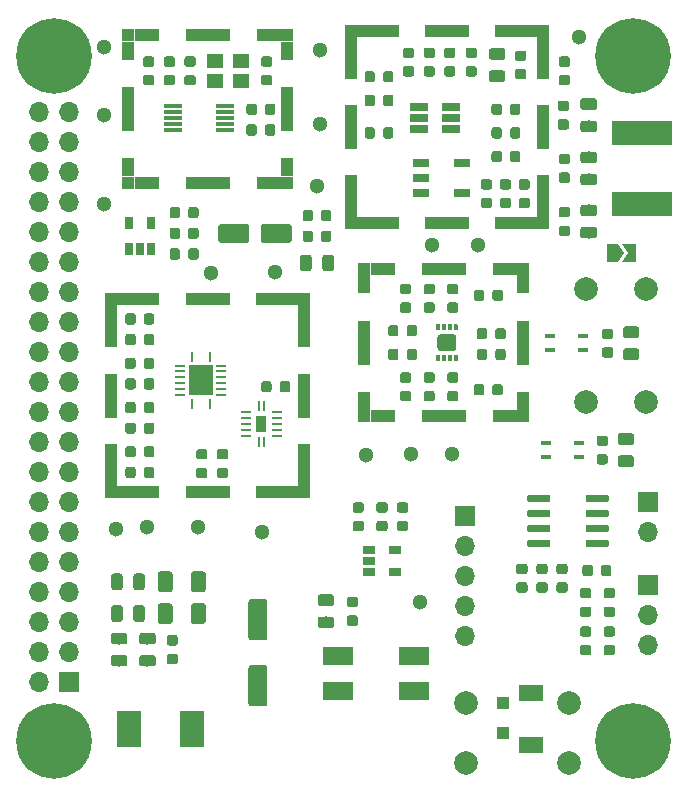
<source format=gts>
G04 #@! TF.GenerationSoftware,KiCad,Pcbnew,(5.1.4)-1*
G04 #@! TF.CreationDate,2020-03-14T18:34:21+01:00*
G04 #@! TF.ProjectId,rf-receiver,72662d72-6563-4656-9976-65722e6b6963,Rev 2*
G04 #@! TF.SameCoordinates,Original*
G04 #@! TF.FileFunction,Soldermask,Top*
G04 #@! TF.FilePolarity,Negative*
%FSLAX46Y46*%
G04 Gerber Fmt 4.6, Leading zero omitted, Abs format (unit mm)*
G04 Created by KiCad (PCBNEW (5.1.4)-1) date 2020-03-14 18:34:21*
%MOMM*%
%LPD*%
G04 APERTURE LIST*
%ADD10C,0.100000*%
%ADD11C,0.975000*%
%ADD12C,0.300000*%
%ADD13C,1.300000*%
%ADD14C,0.875000*%
%ADD15R,0.850000X0.280000*%
%ADD16R,0.280000X0.850000*%
%ADD17R,2.050000X2.550000*%
%ADD18R,0.900000X0.240000*%
%ADD19R,0.240000X0.900000*%
%ADD20R,0.900000X1.400000*%
%ADD21R,2.000000X1.400000*%
%ADD22C,6.400000*%
%ADD23R,5.080000X2.000000*%
%ADD24C,2.000000*%
%ADD25R,1.000000X1.000000*%
%ADD26C,0.600000*%
%ADD27O,1.700000X1.700000*%
%ADD28R,1.700000X1.700000*%
%ADD29C,1.250000*%
%ADD30R,2.000000X3.100000*%
%ADD31R,0.900000X0.400000*%
%ADD32C,1.600000*%
%ADD33R,2.500000X1.500000*%
%ADD34R,2.130000X1.000000*%
%ADD35R,3.800000X1.000000*%
%ADD36R,1.000000X1.650000*%
%ADD37R,1.000000X3.800000*%
%ADD38R,1.000000X3.550000*%
%ADD39R,3.550000X1.000000*%
%ADD40C,0.350000*%
%ADD41C,1.400000*%
%ADD42R,1.400000X1.200000*%
%ADD43R,0.650000X1.060000*%
%ADD44R,1.550000X0.400000*%
%ADD45R,1.060000X0.650000*%
%ADD46R,1.560000X0.650000*%
%ADD47R,1.400000X0.760000*%
G04 APERTURE END LIST*
D10*
G36*
X124730142Y-64826174D02*
G01*
X124753803Y-64829684D01*
X124777007Y-64835496D01*
X124799529Y-64843554D01*
X124821153Y-64853782D01*
X124841670Y-64866079D01*
X124860883Y-64880329D01*
X124878607Y-64896393D01*
X124894671Y-64914117D01*
X124908921Y-64933330D01*
X124921218Y-64953847D01*
X124931446Y-64975471D01*
X124939504Y-64997993D01*
X124945316Y-65021197D01*
X124948826Y-65044858D01*
X124950000Y-65068750D01*
X124950000Y-65556250D01*
X124948826Y-65580142D01*
X124945316Y-65603803D01*
X124939504Y-65627007D01*
X124931446Y-65649529D01*
X124921218Y-65671153D01*
X124908921Y-65691670D01*
X124894671Y-65710883D01*
X124878607Y-65728607D01*
X124860883Y-65744671D01*
X124841670Y-65758921D01*
X124821153Y-65771218D01*
X124799529Y-65781446D01*
X124777007Y-65789504D01*
X124753803Y-65795316D01*
X124730142Y-65798826D01*
X124706250Y-65800000D01*
X123793750Y-65800000D01*
X123769858Y-65798826D01*
X123746197Y-65795316D01*
X123722993Y-65789504D01*
X123700471Y-65781446D01*
X123678847Y-65771218D01*
X123658330Y-65758921D01*
X123639117Y-65744671D01*
X123621393Y-65728607D01*
X123605329Y-65710883D01*
X123591079Y-65691670D01*
X123578782Y-65671153D01*
X123568554Y-65649529D01*
X123560496Y-65627007D01*
X123554684Y-65603803D01*
X123551174Y-65580142D01*
X123550000Y-65556250D01*
X123550000Y-65068750D01*
X123551174Y-65044858D01*
X123554684Y-65021197D01*
X123560496Y-64997993D01*
X123568554Y-64975471D01*
X123578782Y-64953847D01*
X123591079Y-64933330D01*
X123605329Y-64914117D01*
X123621393Y-64896393D01*
X123639117Y-64880329D01*
X123658330Y-64866079D01*
X123678847Y-64853782D01*
X123700471Y-64843554D01*
X123722993Y-64835496D01*
X123746197Y-64829684D01*
X123769858Y-64826174D01*
X123793750Y-64825000D01*
X124706250Y-64825000D01*
X124730142Y-64826174D01*
X124730142Y-64826174D01*
G37*
D11*
X124250000Y-65312500D03*
D10*
G36*
X124730142Y-66701174D02*
G01*
X124753803Y-66704684D01*
X124777007Y-66710496D01*
X124799529Y-66718554D01*
X124821153Y-66728782D01*
X124841670Y-66741079D01*
X124860883Y-66755329D01*
X124878607Y-66771393D01*
X124894671Y-66789117D01*
X124908921Y-66808330D01*
X124921218Y-66828847D01*
X124931446Y-66850471D01*
X124939504Y-66872993D01*
X124945316Y-66896197D01*
X124948826Y-66919858D01*
X124950000Y-66943750D01*
X124950000Y-67431250D01*
X124948826Y-67455142D01*
X124945316Y-67478803D01*
X124939504Y-67502007D01*
X124931446Y-67524529D01*
X124921218Y-67546153D01*
X124908921Y-67566670D01*
X124894671Y-67585883D01*
X124878607Y-67603607D01*
X124860883Y-67619671D01*
X124841670Y-67633921D01*
X124821153Y-67646218D01*
X124799529Y-67656446D01*
X124777007Y-67664504D01*
X124753803Y-67670316D01*
X124730142Y-67673826D01*
X124706250Y-67675000D01*
X123793750Y-67675000D01*
X123769858Y-67673826D01*
X123746197Y-67670316D01*
X123722993Y-67664504D01*
X123700471Y-67656446D01*
X123678847Y-67646218D01*
X123658330Y-67633921D01*
X123639117Y-67619671D01*
X123621393Y-67603607D01*
X123605329Y-67585883D01*
X123591079Y-67566670D01*
X123578782Y-67546153D01*
X123568554Y-67524529D01*
X123560496Y-67502007D01*
X123554684Y-67478803D01*
X123551174Y-67455142D01*
X123550000Y-67431250D01*
X123550000Y-66943750D01*
X123551174Y-66919858D01*
X123554684Y-66896197D01*
X123560496Y-66872993D01*
X123568554Y-66850471D01*
X123578782Y-66828847D01*
X123591079Y-66808330D01*
X123605329Y-66789117D01*
X123621393Y-66771393D01*
X123639117Y-66755329D01*
X123658330Y-66741079D01*
X123678847Y-66728782D01*
X123700471Y-66718554D01*
X123722993Y-66710496D01*
X123746197Y-66704684D01*
X123769858Y-66701174D01*
X123793750Y-66700000D01*
X124706250Y-66700000D01*
X124730142Y-66701174D01*
X124730142Y-66701174D01*
G37*
D11*
X124250000Y-67187500D03*
D12*
X126275000Y-77900000D03*
D10*
G36*
X127275000Y-77900000D02*
G01*
X126775000Y-78650000D01*
X125775000Y-78650000D01*
X125775000Y-77150000D01*
X126775000Y-77150000D01*
X127275000Y-77900000D01*
X127275000Y-77900000D01*
G37*
D12*
X127725000Y-77900000D03*
D10*
G36*
X128225000Y-78650000D02*
G01*
X127075000Y-78650000D01*
X127575000Y-77900000D01*
X127075000Y-77150000D01*
X128225000Y-77150000D01*
X128225000Y-78650000D01*
X128225000Y-78650000D01*
G37*
D13*
X123400000Y-59600000D03*
X109200000Y-94900000D03*
X97700000Y-79500000D03*
X92300000Y-79600000D03*
X83250000Y-73750000D03*
X83250000Y-66250000D03*
X83250000Y-60500000D03*
X110000000Y-107500000D03*
X105400000Y-95000000D03*
X112700000Y-94900000D03*
X91200000Y-101150000D03*
X86900000Y-101150000D03*
X101500000Y-60750000D03*
X101250000Y-72250000D03*
X96600000Y-101500000D03*
X114900000Y-77250000D03*
X111000000Y-77250000D03*
X101500000Y-67000000D03*
X84250000Y-101300000D03*
D10*
G36*
X89277691Y-111851053D02*
G01*
X89298926Y-111854203D01*
X89319750Y-111859419D01*
X89339962Y-111866651D01*
X89359368Y-111875830D01*
X89377781Y-111886866D01*
X89395024Y-111899654D01*
X89410930Y-111914070D01*
X89425346Y-111929976D01*
X89438134Y-111947219D01*
X89449170Y-111965632D01*
X89458349Y-111985038D01*
X89465581Y-112005250D01*
X89470797Y-112026074D01*
X89473947Y-112047309D01*
X89475000Y-112068750D01*
X89475000Y-112506250D01*
X89473947Y-112527691D01*
X89470797Y-112548926D01*
X89465581Y-112569750D01*
X89458349Y-112589962D01*
X89449170Y-112609368D01*
X89438134Y-112627781D01*
X89425346Y-112645024D01*
X89410930Y-112660930D01*
X89395024Y-112675346D01*
X89377781Y-112688134D01*
X89359368Y-112699170D01*
X89339962Y-112708349D01*
X89319750Y-112715581D01*
X89298926Y-112720797D01*
X89277691Y-112723947D01*
X89256250Y-112725000D01*
X88743750Y-112725000D01*
X88722309Y-112723947D01*
X88701074Y-112720797D01*
X88680250Y-112715581D01*
X88660038Y-112708349D01*
X88640632Y-112699170D01*
X88622219Y-112688134D01*
X88604976Y-112675346D01*
X88589070Y-112660930D01*
X88574654Y-112645024D01*
X88561866Y-112627781D01*
X88550830Y-112609368D01*
X88541651Y-112589962D01*
X88534419Y-112569750D01*
X88529203Y-112548926D01*
X88526053Y-112527691D01*
X88525000Y-112506250D01*
X88525000Y-112068750D01*
X88526053Y-112047309D01*
X88529203Y-112026074D01*
X88534419Y-112005250D01*
X88541651Y-111985038D01*
X88550830Y-111965632D01*
X88561866Y-111947219D01*
X88574654Y-111929976D01*
X88589070Y-111914070D01*
X88604976Y-111899654D01*
X88622219Y-111886866D01*
X88640632Y-111875830D01*
X88660038Y-111866651D01*
X88680250Y-111859419D01*
X88701074Y-111854203D01*
X88722309Y-111851053D01*
X88743750Y-111850000D01*
X89256250Y-111850000D01*
X89277691Y-111851053D01*
X89277691Y-111851053D01*
G37*
D14*
X89000000Y-112287500D03*
D10*
G36*
X89277691Y-110276053D02*
G01*
X89298926Y-110279203D01*
X89319750Y-110284419D01*
X89339962Y-110291651D01*
X89359368Y-110300830D01*
X89377781Y-110311866D01*
X89395024Y-110324654D01*
X89410930Y-110339070D01*
X89425346Y-110354976D01*
X89438134Y-110372219D01*
X89449170Y-110390632D01*
X89458349Y-110410038D01*
X89465581Y-110430250D01*
X89470797Y-110451074D01*
X89473947Y-110472309D01*
X89475000Y-110493750D01*
X89475000Y-110931250D01*
X89473947Y-110952691D01*
X89470797Y-110973926D01*
X89465581Y-110994750D01*
X89458349Y-111014962D01*
X89449170Y-111034368D01*
X89438134Y-111052781D01*
X89425346Y-111070024D01*
X89410930Y-111085930D01*
X89395024Y-111100346D01*
X89377781Y-111113134D01*
X89359368Y-111124170D01*
X89339962Y-111133349D01*
X89319750Y-111140581D01*
X89298926Y-111145797D01*
X89277691Y-111148947D01*
X89256250Y-111150000D01*
X88743750Y-111150000D01*
X88722309Y-111148947D01*
X88701074Y-111145797D01*
X88680250Y-111140581D01*
X88660038Y-111133349D01*
X88640632Y-111124170D01*
X88622219Y-111113134D01*
X88604976Y-111100346D01*
X88589070Y-111085930D01*
X88574654Y-111070024D01*
X88561866Y-111052781D01*
X88550830Y-111034368D01*
X88541651Y-111014962D01*
X88534419Y-110994750D01*
X88529203Y-110973926D01*
X88526053Y-110952691D01*
X88525000Y-110931250D01*
X88525000Y-110493750D01*
X88526053Y-110472309D01*
X88529203Y-110451074D01*
X88534419Y-110430250D01*
X88541651Y-110410038D01*
X88550830Y-110390632D01*
X88561866Y-110372219D01*
X88574654Y-110354976D01*
X88589070Y-110339070D01*
X88604976Y-110324654D01*
X88622219Y-110311866D01*
X88640632Y-110300830D01*
X88660038Y-110291651D01*
X88680250Y-110284419D01*
X88701074Y-110279203D01*
X88722309Y-110276053D01*
X88743750Y-110275000D01*
X89256250Y-110275000D01*
X89277691Y-110276053D01*
X89277691Y-110276053D01*
G37*
D14*
X89000000Y-110712500D03*
D10*
G36*
X87380142Y-110076174D02*
G01*
X87403803Y-110079684D01*
X87427007Y-110085496D01*
X87449529Y-110093554D01*
X87471153Y-110103782D01*
X87491670Y-110116079D01*
X87510883Y-110130329D01*
X87528607Y-110146393D01*
X87544671Y-110164117D01*
X87558921Y-110183330D01*
X87571218Y-110203847D01*
X87581446Y-110225471D01*
X87589504Y-110247993D01*
X87595316Y-110271197D01*
X87598826Y-110294858D01*
X87600000Y-110318750D01*
X87600000Y-110806250D01*
X87598826Y-110830142D01*
X87595316Y-110853803D01*
X87589504Y-110877007D01*
X87581446Y-110899529D01*
X87571218Y-110921153D01*
X87558921Y-110941670D01*
X87544671Y-110960883D01*
X87528607Y-110978607D01*
X87510883Y-110994671D01*
X87491670Y-111008921D01*
X87471153Y-111021218D01*
X87449529Y-111031446D01*
X87427007Y-111039504D01*
X87403803Y-111045316D01*
X87380142Y-111048826D01*
X87356250Y-111050000D01*
X86443750Y-111050000D01*
X86419858Y-111048826D01*
X86396197Y-111045316D01*
X86372993Y-111039504D01*
X86350471Y-111031446D01*
X86328847Y-111021218D01*
X86308330Y-111008921D01*
X86289117Y-110994671D01*
X86271393Y-110978607D01*
X86255329Y-110960883D01*
X86241079Y-110941670D01*
X86228782Y-110921153D01*
X86218554Y-110899529D01*
X86210496Y-110877007D01*
X86204684Y-110853803D01*
X86201174Y-110830142D01*
X86200000Y-110806250D01*
X86200000Y-110318750D01*
X86201174Y-110294858D01*
X86204684Y-110271197D01*
X86210496Y-110247993D01*
X86218554Y-110225471D01*
X86228782Y-110203847D01*
X86241079Y-110183330D01*
X86255329Y-110164117D01*
X86271393Y-110146393D01*
X86289117Y-110130329D01*
X86308330Y-110116079D01*
X86328847Y-110103782D01*
X86350471Y-110093554D01*
X86372993Y-110085496D01*
X86396197Y-110079684D01*
X86419858Y-110076174D01*
X86443750Y-110075000D01*
X87356250Y-110075000D01*
X87380142Y-110076174D01*
X87380142Y-110076174D01*
G37*
D11*
X86900000Y-110562500D03*
D10*
G36*
X87380142Y-111951174D02*
G01*
X87403803Y-111954684D01*
X87427007Y-111960496D01*
X87449529Y-111968554D01*
X87471153Y-111978782D01*
X87491670Y-111991079D01*
X87510883Y-112005329D01*
X87528607Y-112021393D01*
X87544671Y-112039117D01*
X87558921Y-112058330D01*
X87571218Y-112078847D01*
X87581446Y-112100471D01*
X87589504Y-112122993D01*
X87595316Y-112146197D01*
X87598826Y-112169858D01*
X87600000Y-112193750D01*
X87600000Y-112681250D01*
X87598826Y-112705142D01*
X87595316Y-112728803D01*
X87589504Y-112752007D01*
X87581446Y-112774529D01*
X87571218Y-112796153D01*
X87558921Y-112816670D01*
X87544671Y-112835883D01*
X87528607Y-112853607D01*
X87510883Y-112869671D01*
X87491670Y-112883921D01*
X87471153Y-112896218D01*
X87449529Y-112906446D01*
X87427007Y-112914504D01*
X87403803Y-112920316D01*
X87380142Y-112923826D01*
X87356250Y-112925000D01*
X86443750Y-112925000D01*
X86419858Y-112923826D01*
X86396197Y-112920316D01*
X86372993Y-112914504D01*
X86350471Y-112906446D01*
X86328847Y-112896218D01*
X86308330Y-112883921D01*
X86289117Y-112869671D01*
X86271393Y-112853607D01*
X86255329Y-112835883D01*
X86241079Y-112816670D01*
X86228782Y-112796153D01*
X86218554Y-112774529D01*
X86210496Y-112752007D01*
X86204684Y-112728803D01*
X86201174Y-112705142D01*
X86200000Y-112681250D01*
X86200000Y-112193750D01*
X86201174Y-112169858D01*
X86204684Y-112146197D01*
X86210496Y-112122993D01*
X86218554Y-112100471D01*
X86228782Y-112078847D01*
X86241079Y-112058330D01*
X86255329Y-112039117D01*
X86271393Y-112021393D01*
X86289117Y-112005329D01*
X86308330Y-111991079D01*
X86328847Y-111978782D01*
X86350471Y-111968554D01*
X86372993Y-111960496D01*
X86396197Y-111954684D01*
X86419858Y-111951174D01*
X86443750Y-111950000D01*
X87356250Y-111950000D01*
X87380142Y-111951174D01*
X87380142Y-111951174D01*
G37*
D11*
X86900000Y-112437500D03*
D15*
X93125000Y-89950000D03*
X93125000Y-89450000D03*
X93125000Y-88950000D03*
X93125000Y-88450000D03*
X93125000Y-87950000D03*
X89675000Y-87450000D03*
X89675000Y-87950000D03*
X89675000Y-88450000D03*
X89675000Y-88950000D03*
X89675000Y-89450000D03*
X93125000Y-87450000D03*
X89675000Y-89950000D03*
D16*
X90650000Y-86725000D03*
X92150000Y-86725000D03*
D17*
X91400000Y-88700000D03*
D16*
X92150000Y-90675000D03*
X90650000Y-90675000D03*
D18*
X95230000Y-91910000D03*
X95230000Y-92410000D03*
X95230000Y-92910000D03*
X95230000Y-91410000D03*
X97830000Y-92910000D03*
D19*
X96730000Y-90850000D03*
X96330000Y-90860000D03*
D18*
X95230000Y-93410000D03*
D20*
X96530000Y-92410000D03*
D19*
X96730000Y-93960000D03*
D18*
X97830000Y-91910000D03*
X97830000Y-92410000D03*
D19*
X96330000Y-93960000D03*
D18*
X97830000Y-91410000D03*
X97830000Y-93410000D03*
D10*
G36*
X124730142Y-69326174D02*
G01*
X124753803Y-69329684D01*
X124777007Y-69335496D01*
X124799529Y-69343554D01*
X124821153Y-69353782D01*
X124841670Y-69366079D01*
X124860883Y-69380329D01*
X124878607Y-69396393D01*
X124894671Y-69414117D01*
X124908921Y-69433330D01*
X124921218Y-69453847D01*
X124931446Y-69475471D01*
X124939504Y-69497993D01*
X124945316Y-69521197D01*
X124948826Y-69544858D01*
X124950000Y-69568750D01*
X124950000Y-70056250D01*
X124948826Y-70080142D01*
X124945316Y-70103803D01*
X124939504Y-70127007D01*
X124931446Y-70149529D01*
X124921218Y-70171153D01*
X124908921Y-70191670D01*
X124894671Y-70210883D01*
X124878607Y-70228607D01*
X124860883Y-70244671D01*
X124841670Y-70258921D01*
X124821153Y-70271218D01*
X124799529Y-70281446D01*
X124777007Y-70289504D01*
X124753803Y-70295316D01*
X124730142Y-70298826D01*
X124706250Y-70300000D01*
X123793750Y-70300000D01*
X123769858Y-70298826D01*
X123746197Y-70295316D01*
X123722993Y-70289504D01*
X123700471Y-70281446D01*
X123678847Y-70271218D01*
X123658330Y-70258921D01*
X123639117Y-70244671D01*
X123621393Y-70228607D01*
X123605329Y-70210883D01*
X123591079Y-70191670D01*
X123578782Y-70171153D01*
X123568554Y-70149529D01*
X123560496Y-70127007D01*
X123554684Y-70103803D01*
X123551174Y-70080142D01*
X123550000Y-70056250D01*
X123550000Y-69568750D01*
X123551174Y-69544858D01*
X123554684Y-69521197D01*
X123560496Y-69497993D01*
X123568554Y-69475471D01*
X123578782Y-69453847D01*
X123591079Y-69433330D01*
X123605329Y-69414117D01*
X123621393Y-69396393D01*
X123639117Y-69380329D01*
X123658330Y-69366079D01*
X123678847Y-69353782D01*
X123700471Y-69343554D01*
X123722993Y-69335496D01*
X123746197Y-69329684D01*
X123769858Y-69326174D01*
X123793750Y-69325000D01*
X124706250Y-69325000D01*
X124730142Y-69326174D01*
X124730142Y-69326174D01*
G37*
D11*
X124250000Y-69812500D03*
D10*
G36*
X124730142Y-71201174D02*
G01*
X124753803Y-71204684D01*
X124777007Y-71210496D01*
X124799529Y-71218554D01*
X124821153Y-71228782D01*
X124841670Y-71241079D01*
X124860883Y-71255329D01*
X124878607Y-71271393D01*
X124894671Y-71289117D01*
X124908921Y-71308330D01*
X124921218Y-71328847D01*
X124931446Y-71350471D01*
X124939504Y-71372993D01*
X124945316Y-71396197D01*
X124948826Y-71419858D01*
X124950000Y-71443750D01*
X124950000Y-71931250D01*
X124948826Y-71955142D01*
X124945316Y-71978803D01*
X124939504Y-72002007D01*
X124931446Y-72024529D01*
X124921218Y-72046153D01*
X124908921Y-72066670D01*
X124894671Y-72085883D01*
X124878607Y-72103607D01*
X124860883Y-72119671D01*
X124841670Y-72133921D01*
X124821153Y-72146218D01*
X124799529Y-72156446D01*
X124777007Y-72164504D01*
X124753803Y-72170316D01*
X124730142Y-72173826D01*
X124706250Y-72175000D01*
X123793750Y-72175000D01*
X123769858Y-72173826D01*
X123746197Y-72170316D01*
X123722993Y-72164504D01*
X123700471Y-72156446D01*
X123678847Y-72146218D01*
X123658330Y-72133921D01*
X123639117Y-72119671D01*
X123621393Y-72103607D01*
X123605329Y-72085883D01*
X123591079Y-72066670D01*
X123578782Y-72046153D01*
X123568554Y-72024529D01*
X123560496Y-72002007D01*
X123554684Y-71978803D01*
X123551174Y-71955142D01*
X123550000Y-71931250D01*
X123550000Y-71443750D01*
X123551174Y-71419858D01*
X123554684Y-71396197D01*
X123560496Y-71372993D01*
X123568554Y-71350471D01*
X123578782Y-71328847D01*
X123591079Y-71308330D01*
X123605329Y-71289117D01*
X123621393Y-71271393D01*
X123639117Y-71255329D01*
X123658330Y-71241079D01*
X123678847Y-71228782D01*
X123700471Y-71218554D01*
X123722993Y-71210496D01*
X123746197Y-71204684D01*
X123769858Y-71201174D01*
X123793750Y-71200000D01*
X124706250Y-71200000D01*
X124730142Y-71201174D01*
X124730142Y-71201174D01*
G37*
D11*
X124250000Y-71687500D03*
D10*
G36*
X124730142Y-73826174D02*
G01*
X124753803Y-73829684D01*
X124777007Y-73835496D01*
X124799529Y-73843554D01*
X124821153Y-73853782D01*
X124841670Y-73866079D01*
X124860883Y-73880329D01*
X124878607Y-73896393D01*
X124894671Y-73914117D01*
X124908921Y-73933330D01*
X124921218Y-73953847D01*
X124931446Y-73975471D01*
X124939504Y-73997993D01*
X124945316Y-74021197D01*
X124948826Y-74044858D01*
X124950000Y-74068750D01*
X124950000Y-74556250D01*
X124948826Y-74580142D01*
X124945316Y-74603803D01*
X124939504Y-74627007D01*
X124931446Y-74649529D01*
X124921218Y-74671153D01*
X124908921Y-74691670D01*
X124894671Y-74710883D01*
X124878607Y-74728607D01*
X124860883Y-74744671D01*
X124841670Y-74758921D01*
X124821153Y-74771218D01*
X124799529Y-74781446D01*
X124777007Y-74789504D01*
X124753803Y-74795316D01*
X124730142Y-74798826D01*
X124706250Y-74800000D01*
X123793750Y-74800000D01*
X123769858Y-74798826D01*
X123746197Y-74795316D01*
X123722993Y-74789504D01*
X123700471Y-74781446D01*
X123678847Y-74771218D01*
X123658330Y-74758921D01*
X123639117Y-74744671D01*
X123621393Y-74728607D01*
X123605329Y-74710883D01*
X123591079Y-74691670D01*
X123578782Y-74671153D01*
X123568554Y-74649529D01*
X123560496Y-74627007D01*
X123554684Y-74603803D01*
X123551174Y-74580142D01*
X123550000Y-74556250D01*
X123550000Y-74068750D01*
X123551174Y-74044858D01*
X123554684Y-74021197D01*
X123560496Y-73997993D01*
X123568554Y-73975471D01*
X123578782Y-73953847D01*
X123591079Y-73933330D01*
X123605329Y-73914117D01*
X123621393Y-73896393D01*
X123639117Y-73880329D01*
X123658330Y-73866079D01*
X123678847Y-73853782D01*
X123700471Y-73843554D01*
X123722993Y-73835496D01*
X123746197Y-73829684D01*
X123769858Y-73826174D01*
X123793750Y-73825000D01*
X124706250Y-73825000D01*
X124730142Y-73826174D01*
X124730142Y-73826174D01*
G37*
D11*
X124250000Y-74312500D03*
D10*
G36*
X124730142Y-75701174D02*
G01*
X124753803Y-75704684D01*
X124777007Y-75710496D01*
X124799529Y-75718554D01*
X124821153Y-75728782D01*
X124841670Y-75741079D01*
X124860883Y-75755329D01*
X124878607Y-75771393D01*
X124894671Y-75789117D01*
X124908921Y-75808330D01*
X124921218Y-75828847D01*
X124931446Y-75850471D01*
X124939504Y-75872993D01*
X124945316Y-75896197D01*
X124948826Y-75919858D01*
X124950000Y-75943750D01*
X124950000Y-76431250D01*
X124948826Y-76455142D01*
X124945316Y-76478803D01*
X124939504Y-76502007D01*
X124931446Y-76524529D01*
X124921218Y-76546153D01*
X124908921Y-76566670D01*
X124894671Y-76585883D01*
X124878607Y-76603607D01*
X124860883Y-76619671D01*
X124841670Y-76633921D01*
X124821153Y-76646218D01*
X124799529Y-76656446D01*
X124777007Y-76664504D01*
X124753803Y-76670316D01*
X124730142Y-76673826D01*
X124706250Y-76675000D01*
X123793750Y-76675000D01*
X123769858Y-76673826D01*
X123746197Y-76670316D01*
X123722993Y-76664504D01*
X123700471Y-76656446D01*
X123678847Y-76646218D01*
X123658330Y-76633921D01*
X123639117Y-76619671D01*
X123621393Y-76603607D01*
X123605329Y-76585883D01*
X123591079Y-76566670D01*
X123578782Y-76546153D01*
X123568554Y-76524529D01*
X123560496Y-76502007D01*
X123554684Y-76478803D01*
X123551174Y-76455142D01*
X123550000Y-76431250D01*
X123550000Y-75943750D01*
X123551174Y-75919858D01*
X123554684Y-75896197D01*
X123560496Y-75872993D01*
X123568554Y-75850471D01*
X123578782Y-75828847D01*
X123591079Y-75808330D01*
X123605329Y-75789117D01*
X123621393Y-75771393D01*
X123639117Y-75755329D01*
X123658330Y-75741079D01*
X123678847Y-75728782D01*
X123700471Y-75718554D01*
X123722993Y-75710496D01*
X123746197Y-75704684D01*
X123769858Y-75701174D01*
X123793750Y-75700000D01*
X124706250Y-75700000D01*
X124730142Y-75701174D01*
X124730142Y-75701174D01*
G37*
D11*
X124250000Y-76187500D03*
D10*
G36*
X122477691Y-61276053D02*
G01*
X122498926Y-61279203D01*
X122519750Y-61284419D01*
X122539962Y-61291651D01*
X122559368Y-61300830D01*
X122577781Y-61311866D01*
X122595024Y-61324654D01*
X122610930Y-61339070D01*
X122625346Y-61354976D01*
X122638134Y-61372219D01*
X122649170Y-61390632D01*
X122658349Y-61410038D01*
X122665581Y-61430250D01*
X122670797Y-61451074D01*
X122673947Y-61472309D01*
X122675000Y-61493750D01*
X122675000Y-61931250D01*
X122673947Y-61952691D01*
X122670797Y-61973926D01*
X122665581Y-61994750D01*
X122658349Y-62014962D01*
X122649170Y-62034368D01*
X122638134Y-62052781D01*
X122625346Y-62070024D01*
X122610930Y-62085930D01*
X122595024Y-62100346D01*
X122577781Y-62113134D01*
X122559368Y-62124170D01*
X122539962Y-62133349D01*
X122519750Y-62140581D01*
X122498926Y-62145797D01*
X122477691Y-62148947D01*
X122456250Y-62150000D01*
X121943750Y-62150000D01*
X121922309Y-62148947D01*
X121901074Y-62145797D01*
X121880250Y-62140581D01*
X121860038Y-62133349D01*
X121840632Y-62124170D01*
X121822219Y-62113134D01*
X121804976Y-62100346D01*
X121789070Y-62085930D01*
X121774654Y-62070024D01*
X121761866Y-62052781D01*
X121750830Y-62034368D01*
X121741651Y-62014962D01*
X121734419Y-61994750D01*
X121729203Y-61973926D01*
X121726053Y-61952691D01*
X121725000Y-61931250D01*
X121725000Y-61493750D01*
X121726053Y-61472309D01*
X121729203Y-61451074D01*
X121734419Y-61430250D01*
X121741651Y-61410038D01*
X121750830Y-61390632D01*
X121761866Y-61372219D01*
X121774654Y-61354976D01*
X121789070Y-61339070D01*
X121804976Y-61324654D01*
X121822219Y-61311866D01*
X121840632Y-61300830D01*
X121860038Y-61291651D01*
X121880250Y-61284419D01*
X121901074Y-61279203D01*
X121922309Y-61276053D01*
X121943750Y-61275000D01*
X122456250Y-61275000D01*
X122477691Y-61276053D01*
X122477691Y-61276053D01*
G37*
D14*
X122200000Y-61712500D03*
D10*
G36*
X122477691Y-62851053D02*
G01*
X122498926Y-62854203D01*
X122519750Y-62859419D01*
X122539962Y-62866651D01*
X122559368Y-62875830D01*
X122577781Y-62886866D01*
X122595024Y-62899654D01*
X122610930Y-62914070D01*
X122625346Y-62929976D01*
X122638134Y-62947219D01*
X122649170Y-62965632D01*
X122658349Y-62985038D01*
X122665581Y-63005250D01*
X122670797Y-63026074D01*
X122673947Y-63047309D01*
X122675000Y-63068750D01*
X122675000Y-63506250D01*
X122673947Y-63527691D01*
X122670797Y-63548926D01*
X122665581Y-63569750D01*
X122658349Y-63589962D01*
X122649170Y-63609368D01*
X122638134Y-63627781D01*
X122625346Y-63645024D01*
X122610930Y-63660930D01*
X122595024Y-63675346D01*
X122577781Y-63688134D01*
X122559368Y-63699170D01*
X122539962Y-63708349D01*
X122519750Y-63715581D01*
X122498926Y-63720797D01*
X122477691Y-63723947D01*
X122456250Y-63725000D01*
X121943750Y-63725000D01*
X121922309Y-63723947D01*
X121901074Y-63720797D01*
X121880250Y-63715581D01*
X121860038Y-63708349D01*
X121840632Y-63699170D01*
X121822219Y-63688134D01*
X121804976Y-63675346D01*
X121789070Y-63660930D01*
X121774654Y-63645024D01*
X121761866Y-63627781D01*
X121750830Y-63609368D01*
X121741651Y-63589962D01*
X121734419Y-63569750D01*
X121729203Y-63548926D01*
X121726053Y-63527691D01*
X121725000Y-63506250D01*
X121725000Y-63068750D01*
X121726053Y-63047309D01*
X121729203Y-63026074D01*
X121734419Y-63005250D01*
X121741651Y-62985038D01*
X121750830Y-62965632D01*
X121761866Y-62947219D01*
X121774654Y-62929976D01*
X121789070Y-62914070D01*
X121804976Y-62899654D01*
X121822219Y-62886866D01*
X121840632Y-62875830D01*
X121860038Y-62866651D01*
X121880250Y-62859419D01*
X121901074Y-62854203D01*
X121922309Y-62851053D01*
X121943750Y-62850000D01*
X122456250Y-62850000D01*
X122477691Y-62851053D01*
X122477691Y-62851053D01*
G37*
D14*
X122200000Y-63287500D03*
D10*
G36*
X122377691Y-66601053D02*
G01*
X122398926Y-66604203D01*
X122419750Y-66609419D01*
X122439962Y-66616651D01*
X122459368Y-66625830D01*
X122477781Y-66636866D01*
X122495024Y-66649654D01*
X122510930Y-66664070D01*
X122525346Y-66679976D01*
X122538134Y-66697219D01*
X122549170Y-66715632D01*
X122558349Y-66735038D01*
X122565581Y-66755250D01*
X122570797Y-66776074D01*
X122573947Y-66797309D01*
X122575000Y-66818750D01*
X122575000Y-67256250D01*
X122573947Y-67277691D01*
X122570797Y-67298926D01*
X122565581Y-67319750D01*
X122558349Y-67339962D01*
X122549170Y-67359368D01*
X122538134Y-67377781D01*
X122525346Y-67395024D01*
X122510930Y-67410930D01*
X122495024Y-67425346D01*
X122477781Y-67438134D01*
X122459368Y-67449170D01*
X122439962Y-67458349D01*
X122419750Y-67465581D01*
X122398926Y-67470797D01*
X122377691Y-67473947D01*
X122356250Y-67475000D01*
X121843750Y-67475000D01*
X121822309Y-67473947D01*
X121801074Y-67470797D01*
X121780250Y-67465581D01*
X121760038Y-67458349D01*
X121740632Y-67449170D01*
X121722219Y-67438134D01*
X121704976Y-67425346D01*
X121689070Y-67410930D01*
X121674654Y-67395024D01*
X121661866Y-67377781D01*
X121650830Y-67359368D01*
X121641651Y-67339962D01*
X121634419Y-67319750D01*
X121629203Y-67298926D01*
X121626053Y-67277691D01*
X121625000Y-67256250D01*
X121625000Y-66818750D01*
X121626053Y-66797309D01*
X121629203Y-66776074D01*
X121634419Y-66755250D01*
X121641651Y-66735038D01*
X121650830Y-66715632D01*
X121661866Y-66697219D01*
X121674654Y-66679976D01*
X121689070Y-66664070D01*
X121704976Y-66649654D01*
X121722219Y-66636866D01*
X121740632Y-66625830D01*
X121760038Y-66616651D01*
X121780250Y-66609419D01*
X121801074Y-66604203D01*
X121822309Y-66601053D01*
X121843750Y-66600000D01*
X122356250Y-66600000D01*
X122377691Y-66601053D01*
X122377691Y-66601053D01*
G37*
D14*
X122100000Y-67037500D03*
D10*
G36*
X122377691Y-65026053D02*
G01*
X122398926Y-65029203D01*
X122419750Y-65034419D01*
X122439962Y-65041651D01*
X122459368Y-65050830D01*
X122477781Y-65061866D01*
X122495024Y-65074654D01*
X122510930Y-65089070D01*
X122525346Y-65104976D01*
X122538134Y-65122219D01*
X122549170Y-65140632D01*
X122558349Y-65160038D01*
X122565581Y-65180250D01*
X122570797Y-65201074D01*
X122573947Y-65222309D01*
X122575000Y-65243750D01*
X122575000Y-65681250D01*
X122573947Y-65702691D01*
X122570797Y-65723926D01*
X122565581Y-65744750D01*
X122558349Y-65764962D01*
X122549170Y-65784368D01*
X122538134Y-65802781D01*
X122525346Y-65820024D01*
X122510930Y-65835930D01*
X122495024Y-65850346D01*
X122477781Y-65863134D01*
X122459368Y-65874170D01*
X122439962Y-65883349D01*
X122419750Y-65890581D01*
X122398926Y-65895797D01*
X122377691Y-65898947D01*
X122356250Y-65900000D01*
X121843750Y-65900000D01*
X121822309Y-65898947D01*
X121801074Y-65895797D01*
X121780250Y-65890581D01*
X121760038Y-65883349D01*
X121740632Y-65874170D01*
X121722219Y-65863134D01*
X121704976Y-65850346D01*
X121689070Y-65835930D01*
X121674654Y-65820024D01*
X121661866Y-65802781D01*
X121650830Y-65784368D01*
X121641651Y-65764962D01*
X121634419Y-65744750D01*
X121629203Y-65723926D01*
X121626053Y-65702691D01*
X121625000Y-65681250D01*
X121625000Y-65243750D01*
X121626053Y-65222309D01*
X121629203Y-65201074D01*
X121634419Y-65180250D01*
X121641651Y-65160038D01*
X121650830Y-65140632D01*
X121661866Y-65122219D01*
X121674654Y-65104976D01*
X121689070Y-65089070D01*
X121704976Y-65074654D01*
X121722219Y-65061866D01*
X121740632Y-65050830D01*
X121760038Y-65041651D01*
X121780250Y-65034419D01*
X121801074Y-65029203D01*
X121822309Y-65026053D01*
X121843750Y-65025000D01*
X122356250Y-65025000D01*
X122377691Y-65026053D01*
X122377691Y-65026053D01*
G37*
D14*
X122100000Y-65462500D03*
D10*
G36*
X119077691Y-73251053D02*
G01*
X119098926Y-73254203D01*
X119119750Y-73259419D01*
X119139962Y-73266651D01*
X119159368Y-73275830D01*
X119177781Y-73286866D01*
X119195024Y-73299654D01*
X119210930Y-73314070D01*
X119225346Y-73329976D01*
X119238134Y-73347219D01*
X119249170Y-73365632D01*
X119258349Y-73385038D01*
X119265581Y-73405250D01*
X119270797Y-73426074D01*
X119273947Y-73447309D01*
X119275000Y-73468750D01*
X119275000Y-73906250D01*
X119273947Y-73927691D01*
X119270797Y-73948926D01*
X119265581Y-73969750D01*
X119258349Y-73989962D01*
X119249170Y-74009368D01*
X119238134Y-74027781D01*
X119225346Y-74045024D01*
X119210930Y-74060930D01*
X119195024Y-74075346D01*
X119177781Y-74088134D01*
X119159368Y-74099170D01*
X119139962Y-74108349D01*
X119119750Y-74115581D01*
X119098926Y-74120797D01*
X119077691Y-74123947D01*
X119056250Y-74125000D01*
X118543750Y-74125000D01*
X118522309Y-74123947D01*
X118501074Y-74120797D01*
X118480250Y-74115581D01*
X118460038Y-74108349D01*
X118440632Y-74099170D01*
X118422219Y-74088134D01*
X118404976Y-74075346D01*
X118389070Y-74060930D01*
X118374654Y-74045024D01*
X118361866Y-74027781D01*
X118350830Y-74009368D01*
X118341651Y-73989962D01*
X118334419Y-73969750D01*
X118329203Y-73948926D01*
X118326053Y-73927691D01*
X118325000Y-73906250D01*
X118325000Y-73468750D01*
X118326053Y-73447309D01*
X118329203Y-73426074D01*
X118334419Y-73405250D01*
X118341651Y-73385038D01*
X118350830Y-73365632D01*
X118361866Y-73347219D01*
X118374654Y-73329976D01*
X118389070Y-73314070D01*
X118404976Y-73299654D01*
X118422219Y-73286866D01*
X118440632Y-73275830D01*
X118460038Y-73266651D01*
X118480250Y-73259419D01*
X118501074Y-73254203D01*
X118522309Y-73251053D01*
X118543750Y-73250000D01*
X119056250Y-73250000D01*
X119077691Y-73251053D01*
X119077691Y-73251053D01*
G37*
D14*
X118800000Y-73687500D03*
D10*
G36*
X119077691Y-71676053D02*
G01*
X119098926Y-71679203D01*
X119119750Y-71684419D01*
X119139962Y-71691651D01*
X119159368Y-71700830D01*
X119177781Y-71711866D01*
X119195024Y-71724654D01*
X119210930Y-71739070D01*
X119225346Y-71754976D01*
X119238134Y-71772219D01*
X119249170Y-71790632D01*
X119258349Y-71810038D01*
X119265581Y-71830250D01*
X119270797Y-71851074D01*
X119273947Y-71872309D01*
X119275000Y-71893750D01*
X119275000Y-72331250D01*
X119273947Y-72352691D01*
X119270797Y-72373926D01*
X119265581Y-72394750D01*
X119258349Y-72414962D01*
X119249170Y-72434368D01*
X119238134Y-72452781D01*
X119225346Y-72470024D01*
X119210930Y-72485930D01*
X119195024Y-72500346D01*
X119177781Y-72513134D01*
X119159368Y-72524170D01*
X119139962Y-72533349D01*
X119119750Y-72540581D01*
X119098926Y-72545797D01*
X119077691Y-72548947D01*
X119056250Y-72550000D01*
X118543750Y-72550000D01*
X118522309Y-72548947D01*
X118501074Y-72545797D01*
X118480250Y-72540581D01*
X118460038Y-72533349D01*
X118440632Y-72524170D01*
X118422219Y-72513134D01*
X118404976Y-72500346D01*
X118389070Y-72485930D01*
X118374654Y-72470024D01*
X118361866Y-72452781D01*
X118350830Y-72434368D01*
X118341651Y-72414962D01*
X118334419Y-72394750D01*
X118329203Y-72373926D01*
X118326053Y-72352691D01*
X118325000Y-72331250D01*
X118325000Y-71893750D01*
X118326053Y-71872309D01*
X118329203Y-71851074D01*
X118334419Y-71830250D01*
X118341651Y-71810038D01*
X118350830Y-71790632D01*
X118361866Y-71772219D01*
X118374654Y-71754976D01*
X118389070Y-71739070D01*
X118404976Y-71724654D01*
X118422219Y-71711866D01*
X118440632Y-71700830D01*
X118460038Y-71691651D01*
X118480250Y-71684419D01*
X118501074Y-71679203D01*
X118522309Y-71676053D01*
X118543750Y-71675000D01*
X119056250Y-71675000D01*
X119077691Y-71676053D01*
X119077691Y-71676053D01*
G37*
D14*
X118800000Y-72112500D03*
D10*
G36*
X122477691Y-71101053D02*
G01*
X122498926Y-71104203D01*
X122519750Y-71109419D01*
X122539962Y-71116651D01*
X122559368Y-71125830D01*
X122577781Y-71136866D01*
X122595024Y-71149654D01*
X122610930Y-71164070D01*
X122625346Y-71179976D01*
X122638134Y-71197219D01*
X122649170Y-71215632D01*
X122658349Y-71235038D01*
X122665581Y-71255250D01*
X122670797Y-71276074D01*
X122673947Y-71297309D01*
X122675000Y-71318750D01*
X122675000Y-71756250D01*
X122673947Y-71777691D01*
X122670797Y-71798926D01*
X122665581Y-71819750D01*
X122658349Y-71839962D01*
X122649170Y-71859368D01*
X122638134Y-71877781D01*
X122625346Y-71895024D01*
X122610930Y-71910930D01*
X122595024Y-71925346D01*
X122577781Y-71938134D01*
X122559368Y-71949170D01*
X122539962Y-71958349D01*
X122519750Y-71965581D01*
X122498926Y-71970797D01*
X122477691Y-71973947D01*
X122456250Y-71975000D01*
X121943750Y-71975000D01*
X121922309Y-71973947D01*
X121901074Y-71970797D01*
X121880250Y-71965581D01*
X121860038Y-71958349D01*
X121840632Y-71949170D01*
X121822219Y-71938134D01*
X121804976Y-71925346D01*
X121789070Y-71910930D01*
X121774654Y-71895024D01*
X121761866Y-71877781D01*
X121750830Y-71859368D01*
X121741651Y-71839962D01*
X121734419Y-71819750D01*
X121729203Y-71798926D01*
X121726053Y-71777691D01*
X121725000Y-71756250D01*
X121725000Y-71318750D01*
X121726053Y-71297309D01*
X121729203Y-71276074D01*
X121734419Y-71255250D01*
X121741651Y-71235038D01*
X121750830Y-71215632D01*
X121761866Y-71197219D01*
X121774654Y-71179976D01*
X121789070Y-71164070D01*
X121804976Y-71149654D01*
X121822219Y-71136866D01*
X121840632Y-71125830D01*
X121860038Y-71116651D01*
X121880250Y-71109419D01*
X121901074Y-71104203D01*
X121922309Y-71101053D01*
X121943750Y-71100000D01*
X122456250Y-71100000D01*
X122477691Y-71101053D01*
X122477691Y-71101053D01*
G37*
D14*
X122200000Y-71537500D03*
D10*
G36*
X122477691Y-69526053D02*
G01*
X122498926Y-69529203D01*
X122519750Y-69534419D01*
X122539962Y-69541651D01*
X122559368Y-69550830D01*
X122577781Y-69561866D01*
X122595024Y-69574654D01*
X122610930Y-69589070D01*
X122625346Y-69604976D01*
X122638134Y-69622219D01*
X122649170Y-69640632D01*
X122658349Y-69660038D01*
X122665581Y-69680250D01*
X122670797Y-69701074D01*
X122673947Y-69722309D01*
X122675000Y-69743750D01*
X122675000Y-70181250D01*
X122673947Y-70202691D01*
X122670797Y-70223926D01*
X122665581Y-70244750D01*
X122658349Y-70264962D01*
X122649170Y-70284368D01*
X122638134Y-70302781D01*
X122625346Y-70320024D01*
X122610930Y-70335930D01*
X122595024Y-70350346D01*
X122577781Y-70363134D01*
X122559368Y-70374170D01*
X122539962Y-70383349D01*
X122519750Y-70390581D01*
X122498926Y-70395797D01*
X122477691Y-70398947D01*
X122456250Y-70400000D01*
X121943750Y-70400000D01*
X121922309Y-70398947D01*
X121901074Y-70395797D01*
X121880250Y-70390581D01*
X121860038Y-70383349D01*
X121840632Y-70374170D01*
X121822219Y-70363134D01*
X121804976Y-70350346D01*
X121789070Y-70335930D01*
X121774654Y-70320024D01*
X121761866Y-70302781D01*
X121750830Y-70284368D01*
X121741651Y-70264962D01*
X121734419Y-70244750D01*
X121729203Y-70223926D01*
X121726053Y-70202691D01*
X121725000Y-70181250D01*
X121725000Y-69743750D01*
X121726053Y-69722309D01*
X121729203Y-69701074D01*
X121734419Y-69680250D01*
X121741651Y-69660038D01*
X121750830Y-69640632D01*
X121761866Y-69622219D01*
X121774654Y-69604976D01*
X121789070Y-69589070D01*
X121804976Y-69574654D01*
X121822219Y-69561866D01*
X121840632Y-69550830D01*
X121860038Y-69541651D01*
X121880250Y-69534419D01*
X121901074Y-69529203D01*
X121922309Y-69526053D01*
X121943750Y-69525000D01*
X122456250Y-69525000D01*
X122477691Y-69526053D01*
X122477691Y-69526053D01*
G37*
D14*
X122200000Y-69962500D03*
D10*
G36*
X117477691Y-73251053D02*
G01*
X117498926Y-73254203D01*
X117519750Y-73259419D01*
X117539962Y-73266651D01*
X117559368Y-73275830D01*
X117577781Y-73286866D01*
X117595024Y-73299654D01*
X117610930Y-73314070D01*
X117625346Y-73329976D01*
X117638134Y-73347219D01*
X117649170Y-73365632D01*
X117658349Y-73385038D01*
X117665581Y-73405250D01*
X117670797Y-73426074D01*
X117673947Y-73447309D01*
X117675000Y-73468750D01*
X117675000Y-73906250D01*
X117673947Y-73927691D01*
X117670797Y-73948926D01*
X117665581Y-73969750D01*
X117658349Y-73989962D01*
X117649170Y-74009368D01*
X117638134Y-74027781D01*
X117625346Y-74045024D01*
X117610930Y-74060930D01*
X117595024Y-74075346D01*
X117577781Y-74088134D01*
X117559368Y-74099170D01*
X117539962Y-74108349D01*
X117519750Y-74115581D01*
X117498926Y-74120797D01*
X117477691Y-74123947D01*
X117456250Y-74125000D01*
X116943750Y-74125000D01*
X116922309Y-74123947D01*
X116901074Y-74120797D01*
X116880250Y-74115581D01*
X116860038Y-74108349D01*
X116840632Y-74099170D01*
X116822219Y-74088134D01*
X116804976Y-74075346D01*
X116789070Y-74060930D01*
X116774654Y-74045024D01*
X116761866Y-74027781D01*
X116750830Y-74009368D01*
X116741651Y-73989962D01*
X116734419Y-73969750D01*
X116729203Y-73948926D01*
X116726053Y-73927691D01*
X116725000Y-73906250D01*
X116725000Y-73468750D01*
X116726053Y-73447309D01*
X116729203Y-73426074D01*
X116734419Y-73405250D01*
X116741651Y-73385038D01*
X116750830Y-73365632D01*
X116761866Y-73347219D01*
X116774654Y-73329976D01*
X116789070Y-73314070D01*
X116804976Y-73299654D01*
X116822219Y-73286866D01*
X116840632Y-73275830D01*
X116860038Y-73266651D01*
X116880250Y-73259419D01*
X116901074Y-73254203D01*
X116922309Y-73251053D01*
X116943750Y-73250000D01*
X117456250Y-73250000D01*
X117477691Y-73251053D01*
X117477691Y-73251053D01*
G37*
D14*
X117200000Y-73687500D03*
D10*
G36*
X117477691Y-71676053D02*
G01*
X117498926Y-71679203D01*
X117519750Y-71684419D01*
X117539962Y-71691651D01*
X117559368Y-71700830D01*
X117577781Y-71711866D01*
X117595024Y-71724654D01*
X117610930Y-71739070D01*
X117625346Y-71754976D01*
X117638134Y-71772219D01*
X117649170Y-71790632D01*
X117658349Y-71810038D01*
X117665581Y-71830250D01*
X117670797Y-71851074D01*
X117673947Y-71872309D01*
X117675000Y-71893750D01*
X117675000Y-72331250D01*
X117673947Y-72352691D01*
X117670797Y-72373926D01*
X117665581Y-72394750D01*
X117658349Y-72414962D01*
X117649170Y-72434368D01*
X117638134Y-72452781D01*
X117625346Y-72470024D01*
X117610930Y-72485930D01*
X117595024Y-72500346D01*
X117577781Y-72513134D01*
X117559368Y-72524170D01*
X117539962Y-72533349D01*
X117519750Y-72540581D01*
X117498926Y-72545797D01*
X117477691Y-72548947D01*
X117456250Y-72550000D01*
X116943750Y-72550000D01*
X116922309Y-72548947D01*
X116901074Y-72545797D01*
X116880250Y-72540581D01*
X116860038Y-72533349D01*
X116840632Y-72524170D01*
X116822219Y-72513134D01*
X116804976Y-72500346D01*
X116789070Y-72485930D01*
X116774654Y-72470024D01*
X116761866Y-72452781D01*
X116750830Y-72434368D01*
X116741651Y-72414962D01*
X116734419Y-72394750D01*
X116729203Y-72373926D01*
X116726053Y-72352691D01*
X116725000Y-72331250D01*
X116725000Y-71893750D01*
X116726053Y-71872309D01*
X116729203Y-71851074D01*
X116734419Y-71830250D01*
X116741651Y-71810038D01*
X116750830Y-71790632D01*
X116761866Y-71772219D01*
X116774654Y-71754976D01*
X116789070Y-71739070D01*
X116804976Y-71724654D01*
X116822219Y-71711866D01*
X116840632Y-71700830D01*
X116860038Y-71691651D01*
X116880250Y-71684419D01*
X116901074Y-71679203D01*
X116922309Y-71676053D01*
X116943750Y-71675000D01*
X117456250Y-71675000D01*
X117477691Y-71676053D01*
X117477691Y-71676053D01*
G37*
D14*
X117200000Y-72112500D03*
D10*
G36*
X122477691Y-75601053D02*
G01*
X122498926Y-75604203D01*
X122519750Y-75609419D01*
X122539962Y-75616651D01*
X122559368Y-75625830D01*
X122577781Y-75636866D01*
X122595024Y-75649654D01*
X122610930Y-75664070D01*
X122625346Y-75679976D01*
X122638134Y-75697219D01*
X122649170Y-75715632D01*
X122658349Y-75735038D01*
X122665581Y-75755250D01*
X122670797Y-75776074D01*
X122673947Y-75797309D01*
X122675000Y-75818750D01*
X122675000Y-76256250D01*
X122673947Y-76277691D01*
X122670797Y-76298926D01*
X122665581Y-76319750D01*
X122658349Y-76339962D01*
X122649170Y-76359368D01*
X122638134Y-76377781D01*
X122625346Y-76395024D01*
X122610930Y-76410930D01*
X122595024Y-76425346D01*
X122577781Y-76438134D01*
X122559368Y-76449170D01*
X122539962Y-76458349D01*
X122519750Y-76465581D01*
X122498926Y-76470797D01*
X122477691Y-76473947D01*
X122456250Y-76475000D01*
X121943750Y-76475000D01*
X121922309Y-76473947D01*
X121901074Y-76470797D01*
X121880250Y-76465581D01*
X121860038Y-76458349D01*
X121840632Y-76449170D01*
X121822219Y-76438134D01*
X121804976Y-76425346D01*
X121789070Y-76410930D01*
X121774654Y-76395024D01*
X121761866Y-76377781D01*
X121750830Y-76359368D01*
X121741651Y-76339962D01*
X121734419Y-76319750D01*
X121729203Y-76298926D01*
X121726053Y-76277691D01*
X121725000Y-76256250D01*
X121725000Y-75818750D01*
X121726053Y-75797309D01*
X121729203Y-75776074D01*
X121734419Y-75755250D01*
X121741651Y-75735038D01*
X121750830Y-75715632D01*
X121761866Y-75697219D01*
X121774654Y-75679976D01*
X121789070Y-75664070D01*
X121804976Y-75649654D01*
X121822219Y-75636866D01*
X121840632Y-75625830D01*
X121860038Y-75616651D01*
X121880250Y-75609419D01*
X121901074Y-75604203D01*
X121922309Y-75601053D01*
X121943750Y-75600000D01*
X122456250Y-75600000D01*
X122477691Y-75601053D01*
X122477691Y-75601053D01*
G37*
D14*
X122200000Y-76037500D03*
D10*
G36*
X122477691Y-74026053D02*
G01*
X122498926Y-74029203D01*
X122519750Y-74034419D01*
X122539962Y-74041651D01*
X122559368Y-74050830D01*
X122577781Y-74061866D01*
X122595024Y-74074654D01*
X122610930Y-74089070D01*
X122625346Y-74104976D01*
X122638134Y-74122219D01*
X122649170Y-74140632D01*
X122658349Y-74160038D01*
X122665581Y-74180250D01*
X122670797Y-74201074D01*
X122673947Y-74222309D01*
X122675000Y-74243750D01*
X122675000Y-74681250D01*
X122673947Y-74702691D01*
X122670797Y-74723926D01*
X122665581Y-74744750D01*
X122658349Y-74764962D01*
X122649170Y-74784368D01*
X122638134Y-74802781D01*
X122625346Y-74820024D01*
X122610930Y-74835930D01*
X122595024Y-74850346D01*
X122577781Y-74863134D01*
X122559368Y-74874170D01*
X122539962Y-74883349D01*
X122519750Y-74890581D01*
X122498926Y-74895797D01*
X122477691Y-74898947D01*
X122456250Y-74900000D01*
X121943750Y-74900000D01*
X121922309Y-74898947D01*
X121901074Y-74895797D01*
X121880250Y-74890581D01*
X121860038Y-74883349D01*
X121840632Y-74874170D01*
X121822219Y-74863134D01*
X121804976Y-74850346D01*
X121789070Y-74835930D01*
X121774654Y-74820024D01*
X121761866Y-74802781D01*
X121750830Y-74784368D01*
X121741651Y-74764962D01*
X121734419Y-74744750D01*
X121729203Y-74723926D01*
X121726053Y-74702691D01*
X121725000Y-74681250D01*
X121725000Y-74243750D01*
X121726053Y-74222309D01*
X121729203Y-74201074D01*
X121734419Y-74180250D01*
X121741651Y-74160038D01*
X121750830Y-74140632D01*
X121761866Y-74122219D01*
X121774654Y-74104976D01*
X121789070Y-74089070D01*
X121804976Y-74074654D01*
X121822219Y-74061866D01*
X121840632Y-74050830D01*
X121860038Y-74041651D01*
X121880250Y-74034419D01*
X121901074Y-74029203D01*
X121922309Y-74026053D01*
X121943750Y-74025000D01*
X122456250Y-74025000D01*
X122477691Y-74026053D01*
X122477691Y-74026053D01*
G37*
D14*
X122200000Y-74462500D03*
D10*
G36*
X115877691Y-71676053D02*
G01*
X115898926Y-71679203D01*
X115919750Y-71684419D01*
X115939962Y-71691651D01*
X115959368Y-71700830D01*
X115977781Y-71711866D01*
X115995024Y-71724654D01*
X116010930Y-71739070D01*
X116025346Y-71754976D01*
X116038134Y-71772219D01*
X116049170Y-71790632D01*
X116058349Y-71810038D01*
X116065581Y-71830250D01*
X116070797Y-71851074D01*
X116073947Y-71872309D01*
X116075000Y-71893750D01*
X116075000Y-72331250D01*
X116073947Y-72352691D01*
X116070797Y-72373926D01*
X116065581Y-72394750D01*
X116058349Y-72414962D01*
X116049170Y-72434368D01*
X116038134Y-72452781D01*
X116025346Y-72470024D01*
X116010930Y-72485930D01*
X115995024Y-72500346D01*
X115977781Y-72513134D01*
X115959368Y-72524170D01*
X115939962Y-72533349D01*
X115919750Y-72540581D01*
X115898926Y-72545797D01*
X115877691Y-72548947D01*
X115856250Y-72550000D01*
X115343750Y-72550000D01*
X115322309Y-72548947D01*
X115301074Y-72545797D01*
X115280250Y-72540581D01*
X115260038Y-72533349D01*
X115240632Y-72524170D01*
X115222219Y-72513134D01*
X115204976Y-72500346D01*
X115189070Y-72485930D01*
X115174654Y-72470024D01*
X115161866Y-72452781D01*
X115150830Y-72434368D01*
X115141651Y-72414962D01*
X115134419Y-72394750D01*
X115129203Y-72373926D01*
X115126053Y-72352691D01*
X115125000Y-72331250D01*
X115125000Y-71893750D01*
X115126053Y-71872309D01*
X115129203Y-71851074D01*
X115134419Y-71830250D01*
X115141651Y-71810038D01*
X115150830Y-71790632D01*
X115161866Y-71772219D01*
X115174654Y-71754976D01*
X115189070Y-71739070D01*
X115204976Y-71724654D01*
X115222219Y-71711866D01*
X115240632Y-71700830D01*
X115260038Y-71691651D01*
X115280250Y-71684419D01*
X115301074Y-71679203D01*
X115322309Y-71676053D01*
X115343750Y-71675000D01*
X115856250Y-71675000D01*
X115877691Y-71676053D01*
X115877691Y-71676053D01*
G37*
D14*
X115600000Y-72112500D03*
D10*
G36*
X115877691Y-73251053D02*
G01*
X115898926Y-73254203D01*
X115919750Y-73259419D01*
X115939962Y-73266651D01*
X115959368Y-73275830D01*
X115977781Y-73286866D01*
X115995024Y-73299654D01*
X116010930Y-73314070D01*
X116025346Y-73329976D01*
X116038134Y-73347219D01*
X116049170Y-73365632D01*
X116058349Y-73385038D01*
X116065581Y-73405250D01*
X116070797Y-73426074D01*
X116073947Y-73447309D01*
X116075000Y-73468750D01*
X116075000Y-73906250D01*
X116073947Y-73927691D01*
X116070797Y-73948926D01*
X116065581Y-73969750D01*
X116058349Y-73989962D01*
X116049170Y-74009368D01*
X116038134Y-74027781D01*
X116025346Y-74045024D01*
X116010930Y-74060930D01*
X115995024Y-74075346D01*
X115977781Y-74088134D01*
X115959368Y-74099170D01*
X115939962Y-74108349D01*
X115919750Y-74115581D01*
X115898926Y-74120797D01*
X115877691Y-74123947D01*
X115856250Y-74125000D01*
X115343750Y-74125000D01*
X115322309Y-74123947D01*
X115301074Y-74120797D01*
X115280250Y-74115581D01*
X115260038Y-74108349D01*
X115240632Y-74099170D01*
X115222219Y-74088134D01*
X115204976Y-74075346D01*
X115189070Y-74060930D01*
X115174654Y-74045024D01*
X115161866Y-74027781D01*
X115150830Y-74009368D01*
X115141651Y-73989962D01*
X115134419Y-73969750D01*
X115129203Y-73948926D01*
X115126053Y-73927691D01*
X115125000Y-73906250D01*
X115125000Y-73468750D01*
X115126053Y-73447309D01*
X115129203Y-73426074D01*
X115134419Y-73405250D01*
X115141651Y-73385038D01*
X115150830Y-73365632D01*
X115161866Y-73347219D01*
X115174654Y-73329976D01*
X115189070Y-73314070D01*
X115204976Y-73299654D01*
X115222219Y-73286866D01*
X115240632Y-73275830D01*
X115260038Y-73266651D01*
X115280250Y-73259419D01*
X115301074Y-73254203D01*
X115322309Y-73251053D01*
X115343750Y-73250000D01*
X115856250Y-73250000D01*
X115877691Y-73251053D01*
X115877691Y-73251053D01*
G37*
D14*
X115600000Y-73687500D03*
D21*
X119400000Y-119600000D03*
X119400000Y-115200000D03*
D22*
X79000000Y-119250000D03*
X128000000Y-119250000D03*
X128000000Y-61250000D03*
X79000000Y-61250000D03*
D23*
X128750000Y-67750000D03*
X128750000Y-73750000D03*
D24*
X122600000Y-121080000D03*
X122600000Y-116000000D03*
X129080000Y-90500000D03*
X124000000Y-90500000D03*
X129080000Y-81000000D03*
X124000000Y-81000000D03*
X113900000Y-121080000D03*
X113900000Y-116000000D03*
D10*
G36*
X116777691Y-89026053D02*
G01*
X116798926Y-89029203D01*
X116819750Y-89034419D01*
X116839962Y-89041651D01*
X116859368Y-89050830D01*
X116877781Y-89061866D01*
X116895024Y-89074654D01*
X116910930Y-89089070D01*
X116925346Y-89104976D01*
X116938134Y-89122219D01*
X116949170Y-89140632D01*
X116958349Y-89160038D01*
X116965581Y-89180250D01*
X116970797Y-89201074D01*
X116973947Y-89222309D01*
X116975000Y-89243750D01*
X116975000Y-89756250D01*
X116973947Y-89777691D01*
X116970797Y-89798926D01*
X116965581Y-89819750D01*
X116958349Y-89839962D01*
X116949170Y-89859368D01*
X116938134Y-89877781D01*
X116925346Y-89895024D01*
X116910930Y-89910930D01*
X116895024Y-89925346D01*
X116877781Y-89938134D01*
X116859368Y-89949170D01*
X116839962Y-89958349D01*
X116819750Y-89965581D01*
X116798926Y-89970797D01*
X116777691Y-89973947D01*
X116756250Y-89975000D01*
X116318750Y-89975000D01*
X116297309Y-89973947D01*
X116276074Y-89970797D01*
X116255250Y-89965581D01*
X116235038Y-89958349D01*
X116215632Y-89949170D01*
X116197219Y-89938134D01*
X116179976Y-89925346D01*
X116164070Y-89910930D01*
X116149654Y-89895024D01*
X116136866Y-89877781D01*
X116125830Y-89859368D01*
X116116651Y-89839962D01*
X116109419Y-89819750D01*
X116104203Y-89798926D01*
X116101053Y-89777691D01*
X116100000Y-89756250D01*
X116100000Y-89243750D01*
X116101053Y-89222309D01*
X116104203Y-89201074D01*
X116109419Y-89180250D01*
X116116651Y-89160038D01*
X116125830Y-89140632D01*
X116136866Y-89122219D01*
X116149654Y-89104976D01*
X116164070Y-89089070D01*
X116179976Y-89074654D01*
X116197219Y-89061866D01*
X116215632Y-89050830D01*
X116235038Y-89041651D01*
X116255250Y-89034419D01*
X116276074Y-89029203D01*
X116297309Y-89026053D01*
X116318750Y-89025000D01*
X116756250Y-89025000D01*
X116777691Y-89026053D01*
X116777691Y-89026053D01*
G37*
D14*
X116537500Y-89500000D03*
D10*
G36*
X115202691Y-89026053D02*
G01*
X115223926Y-89029203D01*
X115244750Y-89034419D01*
X115264962Y-89041651D01*
X115284368Y-89050830D01*
X115302781Y-89061866D01*
X115320024Y-89074654D01*
X115335930Y-89089070D01*
X115350346Y-89104976D01*
X115363134Y-89122219D01*
X115374170Y-89140632D01*
X115383349Y-89160038D01*
X115390581Y-89180250D01*
X115395797Y-89201074D01*
X115398947Y-89222309D01*
X115400000Y-89243750D01*
X115400000Y-89756250D01*
X115398947Y-89777691D01*
X115395797Y-89798926D01*
X115390581Y-89819750D01*
X115383349Y-89839962D01*
X115374170Y-89859368D01*
X115363134Y-89877781D01*
X115350346Y-89895024D01*
X115335930Y-89910930D01*
X115320024Y-89925346D01*
X115302781Y-89938134D01*
X115284368Y-89949170D01*
X115264962Y-89958349D01*
X115244750Y-89965581D01*
X115223926Y-89970797D01*
X115202691Y-89973947D01*
X115181250Y-89975000D01*
X114743750Y-89975000D01*
X114722309Y-89973947D01*
X114701074Y-89970797D01*
X114680250Y-89965581D01*
X114660038Y-89958349D01*
X114640632Y-89949170D01*
X114622219Y-89938134D01*
X114604976Y-89925346D01*
X114589070Y-89910930D01*
X114574654Y-89895024D01*
X114561866Y-89877781D01*
X114550830Y-89859368D01*
X114541651Y-89839962D01*
X114534419Y-89819750D01*
X114529203Y-89798926D01*
X114526053Y-89777691D01*
X114525000Y-89756250D01*
X114525000Y-89243750D01*
X114526053Y-89222309D01*
X114529203Y-89201074D01*
X114534419Y-89180250D01*
X114541651Y-89160038D01*
X114550830Y-89140632D01*
X114561866Y-89122219D01*
X114574654Y-89104976D01*
X114589070Y-89089070D01*
X114604976Y-89074654D01*
X114622219Y-89061866D01*
X114640632Y-89050830D01*
X114660038Y-89041651D01*
X114680250Y-89034419D01*
X114701074Y-89029203D01*
X114722309Y-89026053D01*
X114743750Y-89025000D01*
X115181250Y-89025000D01*
X115202691Y-89026053D01*
X115202691Y-89026053D01*
G37*
D14*
X114962500Y-89500000D03*
D25*
X117000000Y-118550000D03*
X117000000Y-116050000D03*
D10*
G36*
X125814703Y-98395722D02*
G01*
X125829264Y-98397882D01*
X125843543Y-98401459D01*
X125857403Y-98406418D01*
X125870710Y-98412712D01*
X125883336Y-98420280D01*
X125895159Y-98429048D01*
X125906066Y-98438934D01*
X125915952Y-98449841D01*
X125924720Y-98461664D01*
X125932288Y-98474290D01*
X125938582Y-98487597D01*
X125943541Y-98501457D01*
X125947118Y-98515736D01*
X125949278Y-98530297D01*
X125950000Y-98545000D01*
X125950000Y-98845000D01*
X125949278Y-98859703D01*
X125947118Y-98874264D01*
X125943541Y-98888543D01*
X125938582Y-98902403D01*
X125932288Y-98915710D01*
X125924720Y-98928336D01*
X125915952Y-98940159D01*
X125906066Y-98951066D01*
X125895159Y-98960952D01*
X125883336Y-98969720D01*
X125870710Y-98977288D01*
X125857403Y-98983582D01*
X125843543Y-98988541D01*
X125829264Y-98992118D01*
X125814703Y-98994278D01*
X125800000Y-98995000D01*
X124150000Y-98995000D01*
X124135297Y-98994278D01*
X124120736Y-98992118D01*
X124106457Y-98988541D01*
X124092597Y-98983582D01*
X124079290Y-98977288D01*
X124066664Y-98969720D01*
X124054841Y-98960952D01*
X124043934Y-98951066D01*
X124034048Y-98940159D01*
X124025280Y-98928336D01*
X124017712Y-98915710D01*
X124011418Y-98902403D01*
X124006459Y-98888543D01*
X124002882Y-98874264D01*
X124000722Y-98859703D01*
X124000000Y-98845000D01*
X124000000Y-98545000D01*
X124000722Y-98530297D01*
X124002882Y-98515736D01*
X124006459Y-98501457D01*
X124011418Y-98487597D01*
X124017712Y-98474290D01*
X124025280Y-98461664D01*
X124034048Y-98449841D01*
X124043934Y-98438934D01*
X124054841Y-98429048D01*
X124066664Y-98420280D01*
X124079290Y-98412712D01*
X124092597Y-98406418D01*
X124106457Y-98401459D01*
X124120736Y-98397882D01*
X124135297Y-98395722D01*
X124150000Y-98395000D01*
X125800000Y-98395000D01*
X125814703Y-98395722D01*
X125814703Y-98395722D01*
G37*
D26*
X124975000Y-98695000D03*
D10*
G36*
X125814703Y-99665722D02*
G01*
X125829264Y-99667882D01*
X125843543Y-99671459D01*
X125857403Y-99676418D01*
X125870710Y-99682712D01*
X125883336Y-99690280D01*
X125895159Y-99699048D01*
X125906066Y-99708934D01*
X125915952Y-99719841D01*
X125924720Y-99731664D01*
X125932288Y-99744290D01*
X125938582Y-99757597D01*
X125943541Y-99771457D01*
X125947118Y-99785736D01*
X125949278Y-99800297D01*
X125950000Y-99815000D01*
X125950000Y-100115000D01*
X125949278Y-100129703D01*
X125947118Y-100144264D01*
X125943541Y-100158543D01*
X125938582Y-100172403D01*
X125932288Y-100185710D01*
X125924720Y-100198336D01*
X125915952Y-100210159D01*
X125906066Y-100221066D01*
X125895159Y-100230952D01*
X125883336Y-100239720D01*
X125870710Y-100247288D01*
X125857403Y-100253582D01*
X125843543Y-100258541D01*
X125829264Y-100262118D01*
X125814703Y-100264278D01*
X125800000Y-100265000D01*
X124150000Y-100265000D01*
X124135297Y-100264278D01*
X124120736Y-100262118D01*
X124106457Y-100258541D01*
X124092597Y-100253582D01*
X124079290Y-100247288D01*
X124066664Y-100239720D01*
X124054841Y-100230952D01*
X124043934Y-100221066D01*
X124034048Y-100210159D01*
X124025280Y-100198336D01*
X124017712Y-100185710D01*
X124011418Y-100172403D01*
X124006459Y-100158543D01*
X124002882Y-100144264D01*
X124000722Y-100129703D01*
X124000000Y-100115000D01*
X124000000Y-99815000D01*
X124000722Y-99800297D01*
X124002882Y-99785736D01*
X124006459Y-99771457D01*
X124011418Y-99757597D01*
X124017712Y-99744290D01*
X124025280Y-99731664D01*
X124034048Y-99719841D01*
X124043934Y-99708934D01*
X124054841Y-99699048D01*
X124066664Y-99690280D01*
X124079290Y-99682712D01*
X124092597Y-99676418D01*
X124106457Y-99671459D01*
X124120736Y-99667882D01*
X124135297Y-99665722D01*
X124150000Y-99665000D01*
X125800000Y-99665000D01*
X125814703Y-99665722D01*
X125814703Y-99665722D01*
G37*
D26*
X124975000Y-99965000D03*
D10*
G36*
X125814703Y-100935722D02*
G01*
X125829264Y-100937882D01*
X125843543Y-100941459D01*
X125857403Y-100946418D01*
X125870710Y-100952712D01*
X125883336Y-100960280D01*
X125895159Y-100969048D01*
X125906066Y-100978934D01*
X125915952Y-100989841D01*
X125924720Y-101001664D01*
X125932288Y-101014290D01*
X125938582Y-101027597D01*
X125943541Y-101041457D01*
X125947118Y-101055736D01*
X125949278Y-101070297D01*
X125950000Y-101085000D01*
X125950000Y-101385000D01*
X125949278Y-101399703D01*
X125947118Y-101414264D01*
X125943541Y-101428543D01*
X125938582Y-101442403D01*
X125932288Y-101455710D01*
X125924720Y-101468336D01*
X125915952Y-101480159D01*
X125906066Y-101491066D01*
X125895159Y-101500952D01*
X125883336Y-101509720D01*
X125870710Y-101517288D01*
X125857403Y-101523582D01*
X125843543Y-101528541D01*
X125829264Y-101532118D01*
X125814703Y-101534278D01*
X125800000Y-101535000D01*
X124150000Y-101535000D01*
X124135297Y-101534278D01*
X124120736Y-101532118D01*
X124106457Y-101528541D01*
X124092597Y-101523582D01*
X124079290Y-101517288D01*
X124066664Y-101509720D01*
X124054841Y-101500952D01*
X124043934Y-101491066D01*
X124034048Y-101480159D01*
X124025280Y-101468336D01*
X124017712Y-101455710D01*
X124011418Y-101442403D01*
X124006459Y-101428543D01*
X124002882Y-101414264D01*
X124000722Y-101399703D01*
X124000000Y-101385000D01*
X124000000Y-101085000D01*
X124000722Y-101070297D01*
X124002882Y-101055736D01*
X124006459Y-101041457D01*
X124011418Y-101027597D01*
X124017712Y-101014290D01*
X124025280Y-101001664D01*
X124034048Y-100989841D01*
X124043934Y-100978934D01*
X124054841Y-100969048D01*
X124066664Y-100960280D01*
X124079290Y-100952712D01*
X124092597Y-100946418D01*
X124106457Y-100941459D01*
X124120736Y-100937882D01*
X124135297Y-100935722D01*
X124150000Y-100935000D01*
X125800000Y-100935000D01*
X125814703Y-100935722D01*
X125814703Y-100935722D01*
G37*
D26*
X124975000Y-101235000D03*
D10*
G36*
X125814703Y-102205722D02*
G01*
X125829264Y-102207882D01*
X125843543Y-102211459D01*
X125857403Y-102216418D01*
X125870710Y-102222712D01*
X125883336Y-102230280D01*
X125895159Y-102239048D01*
X125906066Y-102248934D01*
X125915952Y-102259841D01*
X125924720Y-102271664D01*
X125932288Y-102284290D01*
X125938582Y-102297597D01*
X125943541Y-102311457D01*
X125947118Y-102325736D01*
X125949278Y-102340297D01*
X125950000Y-102355000D01*
X125950000Y-102655000D01*
X125949278Y-102669703D01*
X125947118Y-102684264D01*
X125943541Y-102698543D01*
X125938582Y-102712403D01*
X125932288Y-102725710D01*
X125924720Y-102738336D01*
X125915952Y-102750159D01*
X125906066Y-102761066D01*
X125895159Y-102770952D01*
X125883336Y-102779720D01*
X125870710Y-102787288D01*
X125857403Y-102793582D01*
X125843543Y-102798541D01*
X125829264Y-102802118D01*
X125814703Y-102804278D01*
X125800000Y-102805000D01*
X124150000Y-102805000D01*
X124135297Y-102804278D01*
X124120736Y-102802118D01*
X124106457Y-102798541D01*
X124092597Y-102793582D01*
X124079290Y-102787288D01*
X124066664Y-102779720D01*
X124054841Y-102770952D01*
X124043934Y-102761066D01*
X124034048Y-102750159D01*
X124025280Y-102738336D01*
X124017712Y-102725710D01*
X124011418Y-102712403D01*
X124006459Y-102698543D01*
X124002882Y-102684264D01*
X124000722Y-102669703D01*
X124000000Y-102655000D01*
X124000000Y-102355000D01*
X124000722Y-102340297D01*
X124002882Y-102325736D01*
X124006459Y-102311457D01*
X124011418Y-102297597D01*
X124017712Y-102284290D01*
X124025280Y-102271664D01*
X124034048Y-102259841D01*
X124043934Y-102248934D01*
X124054841Y-102239048D01*
X124066664Y-102230280D01*
X124079290Y-102222712D01*
X124092597Y-102216418D01*
X124106457Y-102211459D01*
X124120736Y-102207882D01*
X124135297Y-102205722D01*
X124150000Y-102205000D01*
X125800000Y-102205000D01*
X125814703Y-102205722D01*
X125814703Y-102205722D01*
G37*
D26*
X124975000Y-102505000D03*
D10*
G36*
X120864703Y-102205722D02*
G01*
X120879264Y-102207882D01*
X120893543Y-102211459D01*
X120907403Y-102216418D01*
X120920710Y-102222712D01*
X120933336Y-102230280D01*
X120945159Y-102239048D01*
X120956066Y-102248934D01*
X120965952Y-102259841D01*
X120974720Y-102271664D01*
X120982288Y-102284290D01*
X120988582Y-102297597D01*
X120993541Y-102311457D01*
X120997118Y-102325736D01*
X120999278Y-102340297D01*
X121000000Y-102355000D01*
X121000000Y-102655000D01*
X120999278Y-102669703D01*
X120997118Y-102684264D01*
X120993541Y-102698543D01*
X120988582Y-102712403D01*
X120982288Y-102725710D01*
X120974720Y-102738336D01*
X120965952Y-102750159D01*
X120956066Y-102761066D01*
X120945159Y-102770952D01*
X120933336Y-102779720D01*
X120920710Y-102787288D01*
X120907403Y-102793582D01*
X120893543Y-102798541D01*
X120879264Y-102802118D01*
X120864703Y-102804278D01*
X120850000Y-102805000D01*
X119200000Y-102805000D01*
X119185297Y-102804278D01*
X119170736Y-102802118D01*
X119156457Y-102798541D01*
X119142597Y-102793582D01*
X119129290Y-102787288D01*
X119116664Y-102779720D01*
X119104841Y-102770952D01*
X119093934Y-102761066D01*
X119084048Y-102750159D01*
X119075280Y-102738336D01*
X119067712Y-102725710D01*
X119061418Y-102712403D01*
X119056459Y-102698543D01*
X119052882Y-102684264D01*
X119050722Y-102669703D01*
X119050000Y-102655000D01*
X119050000Y-102355000D01*
X119050722Y-102340297D01*
X119052882Y-102325736D01*
X119056459Y-102311457D01*
X119061418Y-102297597D01*
X119067712Y-102284290D01*
X119075280Y-102271664D01*
X119084048Y-102259841D01*
X119093934Y-102248934D01*
X119104841Y-102239048D01*
X119116664Y-102230280D01*
X119129290Y-102222712D01*
X119142597Y-102216418D01*
X119156457Y-102211459D01*
X119170736Y-102207882D01*
X119185297Y-102205722D01*
X119200000Y-102205000D01*
X120850000Y-102205000D01*
X120864703Y-102205722D01*
X120864703Y-102205722D01*
G37*
D26*
X120025000Y-102505000D03*
D10*
G36*
X120864703Y-100935722D02*
G01*
X120879264Y-100937882D01*
X120893543Y-100941459D01*
X120907403Y-100946418D01*
X120920710Y-100952712D01*
X120933336Y-100960280D01*
X120945159Y-100969048D01*
X120956066Y-100978934D01*
X120965952Y-100989841D01*
X120974720Y-101001664D01*
X120982288Y-101014290D01*
X120988582Y-101027597D01*
X120993541Y-101041457D01*
X120997118Y-101055736D01*
X120999278Y-101070297D01*
X121000000Y-101085000D01*
X121000000Y-101385000D01*
X120999278Y-101399703D01*
X120997118Y-101414264D01*
X120993541Y-101428543D01*
X120988582Y-101442403D01*
X120982288Y-101455710D01*
X120974720Y-101468336D01*
X120965952Y-101480159D01*
X120956066Y-101491066D01*
X120945159Y-101500952D01*
X120933336Y-101509720D01*
X120920710Y-101517288D01*
X120907403Y-101523582D01*
X120893543Y-101528541D01*
X120879264Y-101532118D01*
X120864703Y-101534278D01*
X120850000Y-101535000D01*
X119200000Y-101535000D01*
X119185297Y-101534278D01*
X119170736Y-101532118D01*
X119156457Y-101528541D01*
X119142597Y-101523582D01*
X119129290Y-101517288D01*
X119116664Y-101509720D01*
X119104841Y-101500952D01*
X119093934Y-101491066D01*
X119084048Y-101480159D01*
X119075280Y-101468336D01*
X119067712Y-101455710D01*
X119061418Y-101442403D01*
X119056459Y-101428543D01*
X119052882Y-101414264D01*
X119050722Y-101399703D01*
X119050000Y-101385000D01*
X119050000Y-101085000D01*
X119050722Y-101070297D01*
X119052882Y-101055736D01*
X119056459Y-101041457D01*
X119061418Y-101027597D01*
X119067712Y-101014290D01*
X119075280Y-101001664D01*
X119084048Y-100989841D01*
X119093934Y-100978934D01*
X119104841Y-100969048D01*
X119116664Y-100960280D01*
X119129290Y-100952712D01*
X119142597Y-100946418D01*
X119156457Y-100941459D01*
X119170736Y-100937882D01*
X119185297Y-100935722D01*
X119200000Y-100935000D01*
X120850000Y-100935000D01*
X120864703Y-100935722D01*
X120864703Y-100935722D01*
G37*
D26*
X120025000Y-101235000D03*
D10*
G36*
X120864703Y-99665722D02*
G01*
X120879264Y-99667882D01*
X120893543Y-99671459D01*
X120907403Y-99676418D01*
X120920710Y-99682712D01*
X120933336Y-99690280D01*
X120945159Y-99699048D01*
X120956066Y-99708934D01*
X120965952Y-99719841D01*
X120974720Y-99731664D01*
X120982288Y-99744290D01*
X120988582Y-99757597D01*
X120993541Y-99771457D01*
X120997118Y-99785736D01*
X120999278Y-99800297D01*
X121000000Y-99815000D01*
X121000000Y-100115000D01*
X120999278Y-100129703D01*
X120997118Y-100144264D01*
X120993541Y-100158543D01*
X120988582Y-100172403D01*
X120982288Y-100185710D01*
X120974720Y-100198336D01*
X120965952Y-100210159D01*
X120956066Y-100221066D01*
X120945159Y-100230952D01*
X120933336Y-100239720D01*
X120920710Y-100247288D01*
X120907403Y-100253582D01*
X120893543Y-100258541D01*
X120879264Y-100262118D01*
X120864703Y-100264278D01*
X120850000Y-100265000D01*
X119200000Y-100265000D01*
X119185297Y-100264278D01*
X119170736Y-100262118D01*
X119156457Y-100258541D01*
X119142597Y-100253582D01*
X119129290Y-100247288D01*
X119116664Y-100239720D01*
X119104841Y-100230952D01*
X119093934Y-100221066D01*
X119084048Y-100210159D01*
X119075280Y-100198336D01*
X119067712Y-100185710D01*
X119061418Y-100172403D01*
X119056459Y-100158543D01*
X119052882Y-100144264D01*
X119050722Y-100129703D01*
X119050000Y-100115000D01*
X119050000Y-99815000D01*
X119050722Y-99800297D01*
X119052882Y-99785736D01*
X119056459Y-99771457D01*
X119061418Y-99757597D01*
X119067712Y-99744290D01*
X119075280Y-99731664D01*
X119084048Y-99719841D01*
X119093934Y-99708934D01*
X119104841Y-99699048D01*
X119116664Y-99690280D01*
X119129290Y-99682712D01*
X119142597Y-99676418D01*
X119156457Y-99671459D01*
X119170736Y-99667882D01*
X119185297Y-99665722D01*
X119200000Y-99665000D01*
X120850000Y-99665000D01*
X120864703Y-99665722D01*
X120864703Y-99665722D01*
G37*
D26*
X120025000Y-99965000D03*
D10*
G36*
X120864703Y-98395722D02*
G01*
X120879264Y-98397882D01*
X120893543Y-98401459D01*
X120907403Y-98406418D01*
X120920710Y-98412712D01*
X120933336Y-98420280D01*
X120945159Y-98429048D01*
X120956066Y-98438934D01*
X120965952Y-98449841D01*
X120974720Y-98461664D01*
X120982288Y-98474290D01*
X120988582Y-98487597D01*
X120993541Y-98501457D01*
X120997118Y-98515736D01*
X120999278Y-98530297D01*
X121000000Y-98545000D01*
X121000000Y-98845000D01*
X120999278Y-98859703D01*
X120997118Y-98874264D01*
X120993541Y-98888543D01*
X120988582Y-98902403D01*
X120982288Y-98915710D01*
X120974720Y-98928336D01*
X120965952Y-98940159D01*
X120956066Y-98951066D01*
X120945159Y-98960952D01*
X120933336Y-98969720D01*
X120920710Y-98977288D01*
X120907403Y-98983582D01*
X120893543Y-98988541D01*
X120879264Y-98992118D01*
X120864703Y-98994278D01*
X120850000Y-98995000D01*
X119200000Y-98995000D01*
X119185297Y-98994278D01*
X119170736Y-98992118D01*
X119156457Y-98988541D01*
X119142597Y-98983582D01*
X119129290Y-98977288D01*
X119116664Y-98969720D01*
X119104841Y-98960952D01*
X119093934Y-98951066D01*
X119084048Y-98940159D01*
X119075280Y-98928336D01*
X119067712Y-98915710D01*
X119061418Y-98902403D01*
X119056459Y-98888543D01*
X119052882Y-98874264D01*
X119050722Y-98859703D01*
X119050000Y-98845000D01*
X119050000Y-98545000D01*
X119050722Y-98530297D01*
X119052882Y-98515736D01*
X119056459Y-98501457D01*
X119061418Y-98487597D01*
X119067712Y-98474290D01*
X119075280Y-98461664D01*
X119084048Y-98449841D01*
X119093934Y-98438934D01*
X119104841Y-98429048D01*
X119116664Y-98420280D01*
X119129290Y-98412712D01*
X119142597Y-98406418D01*
X119156457Y-98401459D01*
X119170736Y-98397882D01*
X119185297Y-98395722D01*
X119200000Y-98395000D01*
X120850000Y-98395000D01*
X120864703Y-98395722D01*
X120864703Y-98395722D01*
G37*
D26*
X120025000Y-98695000D03*
D10*
G36*
X86455142Y-107751174D02*
G01*
X86478803Y-107754684D01*
X86502007Y-107760496D01*
X86524529Y-107768554D01*
X86546153Y-107778782D01*
X86566670Y-107791079D01*
X86585883Y-107805329D01*
X86603607Y-107821393D01*
X86619671Y-107839117D01*
X86633921Y-107858330D01*
X86646218Y-107878847D01*
X86656446Y-107900471D01*
X86664504Y-107922993D01*
X86670316Y-107946197D01*
X86673826Y-107969858D01*
X86675000Y-107993750D01*
X86675000Y-108906250D01*
X86673826Y-108930142D01*
X86670316Y-108953803D01*
X86664504Y-108977007D01*
X86656446Y-108999529D01*
X86646218Y-109021153D01*
X86633921Y-109041670D01*
X86619671Y-109060883D01*
X86603607Y-109078607D01*
X86585883Y-109094671D01*
X86566670Y-109108921D01*
X86546153Y-109121218D01*
X86524529Y-109131446D01*
X86502007Y-109139504D01*
X86478803Y-109145316D01*
X86455142Y-109148826D01*
X86431250Y-109150000D01*
X85943750Y-109150000D01*
X85919858Y-109148826D01*
X85896197Y-109145316D01*
X85872993Y-109139504D01*
X85850471Y-109131446D01*
X85828847Y-109121218D01*
X85808330Y-109108921D01*
X85789117Y-109094671D01*
X85771393Y-109078607D01*
X85755329Y-109060883D01*
X85741079Y-109041670D01*
X85728782Y-109021153D01*
X85718554Y-108999529D01*
X85710496Y-108977007D01*
X85704684Y-108953803D01*
X85701174Y-108930142D01*
X85700000Y-108906250D01*
X85700000Y-107993750D01*
X85701174Y-107969858D01*
X85704684Y-107946197D01*
X85710496Y-107922993D01*
X85718554Y-107900471D01*
X85728782Y-107878847D01*
X85741079Y-107858330D01*
X85755329Y-107839117D01*
X85771393Y-107821393D01*
X85789117Y-107805329D01*
X85808330Y-107791079D01*
X85828847Y-107778782D01*
X85850471Y-107768554D01*
X85872993Y-107760496D01*
X85896197Y-107754684D01*
X85919858Y-107751174D01*
X85943750Y-107750000D01*
X86431250Y-107750000D01*
X86455142Y-107751174D01*
X86455142Y-107751174D01*
G37*
D11*
X86187500Y-108450000D03*
D10*
G36*
X84580142Y-107751174D02*
G01*
X84603803Y-107754684D01*
X84627007Y-107760496D01*
X84649529Y-107768554D01*
X84671153Y-107778782D01*
X84691670Y-107791079D01*
X84710883Y-107805329D01*
X84728607Y-107821393D01*
X84744671Y-107839117D01*
X84758921Y-107858330D01*
X84771218Y-107878847D01*
X84781446Y-107900471D01*
X84789504Y-107922993D01*
X84795316Y-107946197D01*
X84798826Y-107969858D01*
X84800000Y-107993750D01*
X84800000Y-108906250D01*
X84798826Y-108930142D01*
X84795316Y-108953803D01*
X84789504Y-108977007D01*
X84781446Y-108999529D01*
X84771218Y-109021153D01*
X84758921Y-109041670D01*
X84744671Y-109060883D01*
X84728607Y-109078607D01*
X84710883Y-109094671D01*
X84691670Y-109108921D01*
X84671153Y-109121218D01*
X84649529Y-109131446D01*
X84627007Y-109139504D01*
X84603803Y-109145316D01*
X84580142Y-109148826D01*
X84556250Y-109150000D01*
X84068750Y-109150000D01*
X84044858Y-109148826D01*
X84021197Y-109145316D01*
X83997993Y-109139504D01*
X83975471Y-109131446D01*
X83953847Y-109121218D01*
X83933330Y-109108921D01*
X83914117Y-109094671D01*
X83896393Y-109078607D01*
X83880329Y-109060883D01*
X83866079Y-109041670D01*
X83853782Y-109021153D01*
X83843554Y-108999529D01*
X83835496Y-108977007D01*
X83829684Y-108953803D01*
X83826174Y-108930142D01*
X83825000Y-108906250D01*
X83825000Y-107993750D01*
X83826174Y-107969858D01*
X83829684Y-107946197D01*
X83835496Y-107922993D01*
X83843554Y-107900471D01*
X83853782Y-107878847D01*
X83866079Y-107858330D01*
X83880329Y-107839117D01*
X83896393Y-107821393D01*
X83914117Y-107805329D01*
X83933330Y-107791079D01*
X83953847Y-107778782D01*
X83975471Y-107768554D01*
X83997993Y-107760496D01*
X84021197Y-107754684D01*
X84044858Y-107751174D01*
X84068750Y-107750000D01*
X84556250Y-107750000D01*
X84580142Y-107751174D01*
X84580142Y-107751174D01*
G37*
D11*
X84312500Y-108450000D03*
D10*
G36*
X118877691Y-104226053D02*
G01*
X118898926Y-104229203D01*
X118919750Y-104234419D01*
X118939962Y-104241651D01*
X118959368Y-104250830D01*
X118977781Y-104261866D01*
X118995024Y-104274654D01*
X119010930Y-104289070D01*
X119025346Y-104304976D01*
X119038134Y-104322219D01*
X119049170Y-104340632D01*
X119058349Y-104360038D01*
X119065581Y-104380250D01*
X119070797Y-104401074D01*
X119073947Y-104422309D01*
X119075000Y-104443750D01*
X119075000Y-104881250D01*
X119073947Y-104902691D01*
X119070797Y-104923926D01*
X119065581Y-104944750D01*
X119058349Y-104964962D01*
X119049170Y-104984368D01*
X119038134Y-105002781D01*
X119025346Y-105020024D01*
X119010930Y-105035930D01*
X118995024Y-105050346D01*
X118977781Y-105063134D01*
X118959368Y-105074170D01*
X118939962Y-105083349D01*
X118919750Y-105090581D01*
X118898926Y-105095797D01*
X118877691Y-105098947D01*
X118856250Y-105100000D01*
X118343750Y-105100000D01*
X118322309Y-105098947D01*
X118301074Y-105095797D01*
X118280250Y-105090581D01*
X118260038Y-105083349D01*
X118240632Y-105074170D01*
X118222219Y-105063134D01*
X118204976Y-105050346D01*
X118189070Y-105035930D01*
X118174654Y-105020024D01*
X118161866Y-105002781D01*
X118150830Y-104984368D01*
X118141651Y-104964962D01*
X118134419Y-104944750D01*
X118129203Y-104923926D01*
X118126053Y-104902691D01*
X118125000Y-104881250D01*
X118125000Y-104443750D01*
X118126053Y-104422309D01*
X118129203Y-104401074D01*
X118134419Y-104380250D01*
X118141651Y-104360038D01*
X118150830Y-104340632D01*
X118161866Y-104322219D01*
X118174654Y-104304976D01*
X118189070Y-104289070D01*
X118204976Y-104274654D01*
X118222219Y-104261866D01*
X118240632Y-104250830D01*
X118260038Y-104241651D01*
X118280250Y-104234419D01*
X118301074Y-104229203D01*
X118322309Y-104226053D01*
X118343750Y-104225000D01*
X118856250Y-104225000D01*
X118877691Y-104226053D01*
X118877691Y-104226053D01*
G37*
D14*
X118600000Y-104662500D03*
D10*
G36*
X118877691Y-105801053D02*
G01*
X118898926Y-105804203D01*
X118919750Y-105809419D01*
X118939962Y-105816651D01*
X118959368Y-105825830D01*
X118977781Y-105836866D01*
X118995024Y-105849654D01*
X119010930Y-105864070D01*
X119025346Y-105879976D01*
X119038134Y-105897219D01*
X119049170Y-105915632D01*
X119058349Y-105935038D01*
X119065581Y-105955250D01*
X119070797Y-105976074D01*
X119073947Y-105997309D01*
X119075000Y-106018750D01*
X119075000Y-106456250D01*
X119073947Y-106477691D01*
X119070797Y-106498926D01*
X119065581Y-106519750D01*
X119058349Y-106539962D01*
X119049170Y-106559368D01*
X119038134Y-106577781D01*
X119025346Y-106595024D01*
X119010930Y-106610930D01*
X118995024Y-106625346D01*
X118977781Y-106638134D01*
X118959368Y-106649170D01*
X118939962Y-106658349D01*
X118919750Y-106665581D01*
X118898926Y-106670797D01*
X118877691Y-106673947D01*
X118856250Y-106675000D01*
X118343750Y-106675000D01*
X118322309Y-106673947D01*
X118301074Y-106670797D01*
X118280250Y-106665581D01*
X118260038Y-106658349D01*
X118240632Y-106649170D01*
X118222219Y-106638134D01*
X118204976Y-106625346D01*
X118189070Y-106610930D01*
X118174654Y-106595024D01*
X118161866Y-106577781D01*
X118150830Y-106559368D01*
X118141651Y-106539962D01*
X118134419Y-106519750D01*
X118129203Y-106498926D01*
X118126053Y-106477691D01*
X118125000Y-106456250D01*
X118125000Y-106018750D01*
X118126053Y-105997309D01*
X118129203Y-105976074D01*
X118134419Y-105955250D01*
X118141651Y-105935038D01*
X118150830Y-105915632D01*
X118161866Y-105897219D01*
X118174654Y-105879976D01*
X118189070Y-105864070D01*
X118204976Y-105849654D01*
X118222219Y-105836866D01*
X118240632Y-105825830D01*
X118260038Y-105816651D01*
X118280250Y-105809419D01*
X118301074Y-105804203D01*
X118322309Y-105801053D01*
X118343750Y-105800000D01*
X118856250Y-105800000D01*
X118877691Y-105801053D01*
X118877691Y-105801053D01*
G37*
D14*
X118600000Y-106237500D03*
D10*
G36*
X122277691Y-104226053D02*
G01*
X122298926Y-104229203D01*
X122319750Y-104234419D01*
X122339962Y-104241651D01*
X122359368Y-104250830D01*
X122377781Y-104261866D01*
X122395024Y-104274654D01*
X122410930Y-104289070D01*
X122425346Y-104304976D01*
X122438134Y-104322219D01*
X122449170Y-104340632D01*
X122458349Y-104360038D01*
X122465581Y-104380250D01*
X122470797Y-104401074D01*
X122473947Y-104422309D01*
X122475000Y-104443750D01*
X122475000Y-104881250D01*
X122473947Y-104902691D01*
X122470797Y-104923926D01*
X122465581Y-104944750D01*
X122458349Y-104964962D01*
X122449170Y-104984368D01*
X122438134Y-105002781D01*
X122425346Y-105020024D01*
X122410930Y-105035930D01*
X122395024Y-105050346D01*
X122377781Y-105063134D01*
X122359368Y-105074170D01*
X122339962Y-105083349D01*
X122319750Y-105090581D01*
X122298926Y-105095797D01*
X122277691Y-105098947D01*
X122256250Y-105100000D01*
X121743750Y-105100000D01*
X121722309Y-105098947D01*
X121701074Y-105095797D01*
X121680250Y-105090581D01*
X121660038Y-105083349D01*
X121640632Y-105074170D01*
X121622219Y-105063134D01*
X121604976Y-105050346D01*
X121589070Y-105035930D01*
X121574654Y-105020024D01*
X121561866Y-105002781D01*
X121550830Y-104984368D01*
X121541651Y-104964962D01*
X121534419Y-104944750D01*
X121529203Y-104923926D01*
X121526053Y-104902691D01*
X121525000Y-104881250D01*
X121525000Y-104443750D01*
X121526053Y-104422309D01*
X121529203Y-104401074D01*
X121534419Y-104380250D01*
X121541651Y-104360038D01*
X121550830Y-104340632D01*
X121561866Y-104322219D01*
X121574654Y-104304976D01*
X121589070Y-104289070D01*
X121604976Y-104274654D01*
X121622219Y-104261866D01*
X121640632Y-104250830D01*
X121660038Y-104241651D01*
X121680250Y-104234419D01*
X121701074Y-104229203D01*
X121722309Y-104226053D01*
X121743750Y-104225000D01*
X122256250Y-104225000D01*
X122277691Y-104226053D01*
X122277691Y-104226053D01*
G37*
D14*
X122000000Y-104662500D03*
D10*
G36*
X122277691Y-105801053D02*
G01*
X122298926Y-105804203D01*
X122319750Y-105809419D01*
X122339962Y-105816651D01*
X122359368Y-105825830D01*
X122377781Y-105836866D01*
X122395024Y-105849654D01*
X122410930Y-105864070D01*
X122425346Y-105879976D01*
X122438134Y-105897219D01*
X122449170Y-105915632D01*
X122458349Y-105935038D01*
X122465581Y-105955250D01*
X122470797Y-105976074D01*
X122473947Y-105997309D01*
X122475000Y-106018750D01*
X122475000Y-106456250D01*
X122473947Y-106477691D01*
X122470797Y-106498926D01*
X122465581Y-106519750D01*
X122458349Y-106539962D01*
X122449170Y-106559368D01*
X122438134Y-106577781D01*
X122425346Y-106595024D01*
X122410930Y-106610930D01*
X122395024Y-106625346D01*
X122377781Y-106638134D01*
X122359368Y-106649170D01*
X122339962Y-106658349D01*
X122319750Y-106665581D01*
X122298926Y-106670797D01*
X122277691Y-106673947D01*
X122256250Y-106675000D01*
X121743750Y-106675000D01*
X121722309Y-106673947D01*
X121701074Y-106670797D01*
X121680250Y-106665581D01*
X121660038Y-106658349D01*
X121640632Y-106649170D01*
X121622219Y-106638134D01*
X121604976Y-106625346D01*
X121589070Y-106610930D01*
X121574654Y-106595024D01*
X121561866Y-106577781D01*
X121550830Y-106559368D01*
X121541651Y-106539962D01*
X121534419Y-106519750D01*
X121529203Y-106498926D01*
X121526053Y-106477691D01*
X121525000Y-106456250D01*
X121525000Y-106018750D01*
X121526053Y-105997309D01*
X121529203Y-105976074D01*
X121534419Y-105955250D01*
X121541651Y-105935038D01*
X121550830Y-105915632D01*
X121561866Y-105897219D01*
X121574654Y-105879976D01*
X121589070Y-105864070D01*
X121604976Y-105849654D01*
X121622219Y-105836866D01*
X121640632Y-105825830D01*
X121660038Y-105816651D01*
X121680250Y-105809419D01*
X121701074Y-105804203D01*
X121722309Y-105801053D01*
X121743750Y-105800000D01*
X122256250Y-105800000D01*
X122277691Y-105801053D01*
X122277691Y-105801053D01*
G37*
D14*
X122000000Y-106237500D03*
D10*
G36*
X120577691Y-104226053D02*
G01*
X120598926Y-104229203D01*
X120619750Y-104234419D01*
X120639962Y-104241651D01*
X120659368Y-104250830D01*
X120677781Y-104261866D01*
X120695024Y-104274654D01*
X120710930Y-104289070D01*
X120725346Y-104304976D01*
X120738134Y-104322219D01*
X120749170Y-104340632D01*
X120758349Y-104360038D01*
X120765581Y-104380250D01*
X120770797Y-104401074D01*
X120773947Y-104422309D01*
X120775000Y-104443750D01*
X120775000Y-104881250D01*
X120773947Y-104902691D01*
X120770797Y-104923926D01*
X120765581Y-104944750D01*
X120758349Y-104964962D01*
X120749170Y-104984368D01*
X120738134Y-105002781D01*
X120725346Y-105020024D01*
X120710930Y-105035930D01*
X120695024Y-105050346D01*
X120677781Y-105063134D01*
X120659368Y-105074170D01*
X120639962Y-105083349D01*
X120619750Y-105090581D01*
X120598926Y-105095797D01*
X120577691Y-105098947D01*
X120556250Y-105100000D01*
X120043750Y-105100000D01*
X120022309Y-105098947D01*
X120001074Y-105095797D01*
X119980250Y-105090581D01*
X119960038Y-105083349D01*
X119940632Y-105074170D01*
X119922219Y-105063134D01*
X119904976Y-105050346D01*
X119889070Y-105035930D01*
X119874654Y-105020024D01*
X119861866Y-105002781D01*
X119850830Y-104984368D01*
X119841651Y-104964962D01*
X119834419Y-104944750D01*
X119829203Y-104923926D01*
X119826053Y-104902691D01*
X119825000Y-104881250D01*
X119825000Y-104443750D01*
X119826053Y-104422309D01*
X119829203Y-104401074D01*
X119834419Y-104380250D01*
X119841651Y-104360038D01*
X119850830Y-104340632D01*
X119861866Y-104322219D01*
X119874654Y-104304976D01*
X119889070Y-104289070D01*
X119904976Y-104274654D01*
X119922219Y-104261866D01*
X119940632Y-104250830D01*
X119960038Y-104241651D01*
X119980250Y-104234419D01*
X120001074Y-104229203D01*
X120022309Y-104226053D01*
X120043750Y-104225000D01*
X120556250Y-104225000D01*
X120577691Y-104226053D01*
X120577691Y-104226053D01*
G37*
D14*
X120300000Y-104662500D03*
D10*
G36*
X120577691Y-105801053D02*
G01*
X120598926Y-105804203D01*
X120619750Y-105809419D01*
X120639962Y-105816651D01*
X120659368Y-105825830D01*
X120677781Y-105836866D01*
X120695024Y-105849654D01*
X120710930Y-105864070D01*
X120725346Y-105879976D01*
X120738134Y-105897219D01*
X120749170Y-105915632D01*
X120758349Y-105935038D01*
X120765581Y-105955250D01*
X120770797Y-105976074D01*
X120773947Y-105997309D01*
X120775000Y-106018750D01*
X120775000Y-106456250D01*
X120773947Y-106477691D01*
X120770797Y-106498926D01*
X120765581Y-106519750D01*
X120758349Y-106539962D01*
X120749170Y-106559368D01*
X120738134Y-106577781D01*
X120725346Y-106595024D01*
X120710930Y-106610930D01*
X120695024Y-106625346D01*
X120677781Y-106638134D01*
X120659368Y-106649170D01*
X120639962Y-106658349D01*
X120619750Y-106665581D01*
X120598926Y-106670797D01*
X120577691Y-106673947D01*
X120556250Y-106675000D01*
X120043750Y-106675000D01*
X120022309Y-106673947D01*
X120001074Y-106670797D01*
X119980250Y-106665581D01*
X119960038Y-106658349D01*
X119940632Y-106649170D01*
X119922219Y-106638134D01*
X119904976Y-106625346D01*
X119889070Y-106610930D01*
X119874654Y-106595024D01*
X119861866Y-106577781D01*
X119850830Y-106559368D01*
X119841651Y-106539962D01*
X119834419Y-106519750D01*
X119829203Y-106498926D01*
X119826053Y-106477691D01*
X119825000Y-106456250D01*
X119825000Y-106018750D01*
X119826053Y-105997309D01*
X119829203Y-105976074D01*
X119834419Y-105955250D01*
X119841651Y-105935038D01*
X119850830Y-105915632D01*
X119861866Y-105897219D01*
X119874654Y-105879976D01*
X119889070Y-105864070D01*
X119904976Y-105849654D01*
X119922219Y-105836866D01*
X119940632Y-105825830D01*
X119960038Y-105816651D01*
X119980250Y-105809419D01*
X120001074Y-105804203D01*
X120022309Y-105801053D01*
X120043750Y-105800000D01*
X120556250Y-105800000D01*
X120577691Y-105801053D01*
X120577691Y-105801053D01*
G37*
D14*
X120300000Y-106237500D03*
D10*
G36*
X86455142Y-105051174D02*
G01*
X86478803Y-105054684D01*
X86502007Y-105060496D01*
X86524529Y-105068554D01*
X86546153Y-105078782D01*
X86566670Y-105091079D01*
X86585883Y-105105329D01*
X86603607Y-105121393D01*
X86619671Y-105139117D01*
X86633921Y-105158330D01*
X86646218Y-105178847D01*
X86656446Y-105200471D01*
X86664504Y-105222993D01*
X86670316Y-105246197D01*
X86673826Y-105269858D01*
X86675000Y-105293750D01*
X86675000Y-106206250D01*
X86673826Y-106230142D01*
X86670316Y-106253803D01*
X86664504Y-106277007D01*
X86656446Y-106299529D01*
X86646218Y-106321153D01*
X86633921Y-106341670D01*
X86619671Y-106360883D01*
X86603607Y-106378607D01*
X86585883Y-106394671D01*
X86566670Y-106408921D01*
X86546153Y-106421218D01*
X86524529Y-106431446D01*
X86502007Y-106439504D01*
X86478803Y-106445316D01*
X86455142Y-106448826D01*
X86431250Y-106450000D01*
X85943750Y-106450000D01*
X85919858Y-106448826D01*
X85896197Y-106445316D01*
X85872993Y-106439504D01*
X85850471Y-106431446D01*
X85828847Y-106421218D01*
X85808330Y-106408921D01*
X85789117Y-106394671D01*
X85771393Y-106378607D01*
X85755329Y-106360883D01*
X85741079Y-106341670D01*
X85728782Y-106321153D01*
X85718554Y-106299529D01*
X85710496Y-106277007D01*
X85704684Y-106253803D01*
X85701174Y-106230142D01*
X85700000Y-106206250D01*
X85700000Y-105293750D01*
X85701174Y-105269858D01*
X85704684Y-105246197D01*
X85710496Y-105222993D01*
X85718554Y-105200471D01*
X85728782Y-105178847D01*
X85741079Y-105158330D01*
X85755329Y-105139117D01*
X85771393Y-105121393D01*
X85789117Y-105105329D01*
X85808330Y-105091079D01*
X85828847Y-105078782D01*
X85850471Y-105068554D01*
X85872993Y-105060496D01*
X85896197Y-105054684D01*
X85919858Y-105051174D01*
X85943750Y-105050000D01*
X86431250Y-105050000D01*
X86455142Y-105051174D01*
X86455142Y-105051174D01*
G37*
D11*
X86187500Y-105750000D03*
D10*
G36*
X84580142Y-105051174D02*
G01*
X84603803Y-105054684D01*
X84627007Y-105060496D01*
X84649529Y-105068554D01*
X84671153Y-105078782D01*
X84691670Y-105091079D01*
X84710883Y-105105329D01*
X84728607Y-105121393D01*
X84744671Y-105139117D01*
X84758921Y-105158330D01*
X84771218Y-105178847D01*
X84781446Y-105200471D01*
X84789504Y-105222993D01*
X84795316Y-105246197D01*
X84798826Y-105269858D01*
X84800000Y-105293750D01*
X84800000Y-106206250D01*
X84798826Y-106230142D01*
X84795316Y-106253803D01*
X84789504Y-106277007D01*
X84781446Y-106299529D01*
X84771218Y-106321153D01*
X84758921Y-106341670D01*
X84744671Y-106360883D01*
X84728607Y-106378607D01*
X84710883Y-106394671D01*
X84691670Y-106408921D01*
X84671153Y-106421218D01*
X84649529Y-106431446D01*
X84627007Y-106439504D01*
X84603803Y-106445316D01*
X84580142Y-106448826D01*
X84556250Y-106450000D01*
X84068750Y-106450000D01*
X84044858Y-106448826D01*
X84021197Y-106445316D01*
X83997993Y-106439504D01*
X83975471Y-106431446D01*
X83953847Y-106421218D01*
X83933330Y-106408921D01*
X83914117Y-106394671D01*
X83896393Y-106378607D01*
X83880329Y-106360883D01*
X83866079Y-106341670D01*
X83853782Y-106321153D01*
X83843554Y-106299529D01*
X83835496Y-106277007D01*
X83829684Y-106253803D01*
X83826174Y-106230142D01*
X83825000Y-106206250D01*
X83825000Y-105293750D01*
X83826174Y-105269858D01*
X83829684Y-105246197D01*
X83835496Y-105222993D01*
X83843554Y-105200471D01*
X83853782Y-105178847D01*
X83866079Y-105158330D01*
X83880329Y-105139117D01*
X83896393Y-105121393D01*
X83914117Y-105105329D01*
X83933330Y-105091079D01*
X83953847Y-105078782D01*
X83975471Y-105068554D01*
X83997993Y-105060496D01*
X84021197Y-105054684D01*
X84044858Y-105051174D01*
X84068750Y-105050000D01*
X84556250Y-105050000D01*
X84580142Y-105051174D01*
X84580142Y-105051174D01*
G37*
D11*
X84312500Y-105750000D03*
D27*
X129250000Y-101540000D03*
D28*
X129250000Y-99000000D03*
D10*
G36*
X88799504Y-107576204D02*
G01*
X88823773Y-107579804D01*
X88847571Y-107585765D01*
X88870671Y-107594030D01*
X88892849Y-107604520D01*
X88913893Y-107617133D01*
X88933598Y-107631747D01*
X88951777Y-107648223D01*
X88968253Y-107666402D01*
X88982867Y-107686107D01*
X88995480Y-107707151D01*
X89005970Y-107729329D01*
X89014235Y-107752429D01*
X89020196Y-107776227D01*
X89023796Y-107800496D01*
X89025000Y-107825000D01*
X89025000Y-109075000D01*
X89023796Y-109099504D01*
X89020196Y-109123773D01*
X89014235Y-109147571D01*
X89005970Y-109170671D01*
X88995480Y-109192849D01*
X88982867Y-109213893D01*
X88968253Y-109233598D01*
X88951777Y-109251777D01*
X88933598Y-109268253D01*
X88913893Y-109282867D01*
X88892849Y-109295480D01*
X88870671Y-109305970D01*
X88847571Y-109314235D01*
X88823773Y-109320196D01*
X88799504Y-109323796D01*
X88775000Y-109325000D01*
X88025000Y-109325000D01*
X88000496Y-109323796D01*
X87976227Y-109320196D01*
X87952429Y-109314235D01*
X87929329Y-109305970D01*
X87907151Y-109295480D01*
X87886107Y-109282867D01*
X87866402Y-109268253D01*
X87848223Y-109251777D01*
X87831747Y-109233598D01*
X87817133Y-109213893D01*
X87804520Y-109192849D01*
X87794030Y-109170671D01*
X87785765Y-109147571D01*
X87779804Y-109123773D01*
X87776204Y-109099504D01*
X87775000Y-109075000D01*
X87775000Y-107825000D01*
X87776204Y-107800496D01*
X87779804Y-107776227D01*
X87785765Y-107752429D01*
X87794030Y-107729329D01*
X87804520Y-107707151D01*
X87817133Y-107686107D01*
X87831747Y-107666402D01*
X87848223Y-107648223D01*
X87866402Y-107631747D01*
X87886107Y-107617133D01*
X87907151Y-107604520D01*
X87929329Y-107594030D01*
X87952429Y-107585765D01*
X87976227Y-107579804D01*
X88000496Y-107576204D01*
X88025000Y-107575000D01*
X88775000Y-107575000D01*
X88799504Y-107576204D01*
X88799504Y-107576204D01*
G37*
D29*
X88400000Y-108450000D03*
D10*
G36*
X91599504Y-107576204D02*
G01*
X91623773Y-107579804D01*
X91647571Y-107585765D01*
X91670671Y-107594030D01*
X91692849Y-107604520D01*
X91713893Y-107617133D01*
X91733598Y-107631747D01*
X91751777Y-107648223D01*
X91768253Y-107666402D01*
X91782867Y-107686107D01*
X91795480Y-107707151D01*
X91805970Y-107729329D01*
X91814235Y-107752429D01*
X91820196Y-107776227D01*
X91823796Y-107800496D01*
X91825000Y-107825000D01*
X91825000Y-109075000D01*
X91823796Y-109099504D01*
X91820196Y-109123773D01*
X91814235Y-109147571D01*
X91805970Y-109170671D01*
X91795480Y-109192849D01*
X91782867Y-109213893D01*
X91768253Y-109233598D01*
X91751777Y-109251777D01*
X91733598Y-109268253D01*
X91713893Y-109282867D01*
X91692849Y-109295480D01*
X91670671Y-109305970D01*
X91647571Y-109314235D01*
X91623773Y-109320196D01*
X91599504Y-109323796D01*
X91575000Y-109325000D01*
X90825000Y-109325000D01*
X90800496Y-109323796D01*
X90776227Y-109320196D01*
X90752429Y-109314235D01*
X90729329Y-109305970D01*
X90707151Y-109295480D01*
X90686107Y-109282867D01*
X90666402Y-109268253D01*
X90648223Y-109251777D01*
X90631747Y-109233598D01*
X90617133Y-109213893D01*
X90604520Y-109192849D01*
X90594030Y-109170671D01*
X90585765Y-109147571D01*
X90579804Y-109123773D01*
X90576204Y-109099504D01*
X90575000Y-109075000D01*
X90575000Y-107825000D01*
X90576204Y-107800496D01*
X90579804Y-107776227D01*
X90585765Y-107752429D01*
X90594030Y-107729329D01*
X90604520Y-107707151D01*
X90617133Y-107686107D01*
X90631747Y-107666402D01*
X90648223Y-107648223D01*
X90666402Y-107631747D01*
X90686107Y-107617133D01*
X90707151Y-107604520D01*
X90729329Y-107594030D01*
X90752429Y-107585765D01*
X90776227Y-107579804D01*
X90800496Y-107576204D01*
X90825000Y-107575000D01*
X91575000Y-107575000D01*
X91599504Y-107576204D01*
X91599504Y-107576204D01*
G37*
D29*
X91200000Y-108450000D03*
D10*
G36*
X88799504Y-104876204D02*
G01*
X88823773Y-104879804D01*
X88847571Y-104885765D01*
X88870671Y-104894030D01*
X88892849Y-104904520D01*
X88913893Y-104917133D01*
X88933598Y-104931747D01*
X88951777Y-104948223D01*
X88968253Y-104966402D01*
X88982867Y-104986107D01*
X88995480Y-105007151D01*
X89005970Y-105029329D01*
X89014235Y-105052429D01*
X89020196Y-105076227D01*
X89023796Y-105100496D01*
X89025000Y-105125000D01*
X89025000Y-106375000D01*
X89023796Y-106399504D01*
X89020196Y-106423773D01*
X89014235Y-106447571D01*
X89005970Y-106470671D01*
X88995480Y-106492849D01*
X88982867Y-106513893D01*
X88968253Y-106533598D01*
X88951777Y-106551777D01*
X88933598Y-106568253D01*
X88913893Y-106582867D01*
X88892849Y-106595480D01*
X88870671Y-106605970D01*
X88847571Y-106614235D01*
X88823773Y-106620196D01*
X88799504Y-106623796D01*
X88775000Y-106625000D01*
X88025000Y-106625000D01*
X88000496Y-106623796D01*
X87976227Y-106620196D01*
X87952429Y-106614235D01*
X87929329Y-106605970D01*
X87907151Y-106595480D01*
X87886107Y-106582867D01*
X87866402Y-106568253D01*
X87848223Y-106551777D01*
X87831747Y-106533598D01*
X87817133Y-106513893D01*
X87804520Y-106492849D01*
X87794030Y-106470671D01*
X87785765Y-106447571D01*
X87779804Y-106423773D01*
X87776204Y-106399504D01*
X87775000Y-106375000D01*
X87775000Y-105125000D01*
X87776204Y-105100496D01*
X87779804Y-105076227D01*
X87785765Y-105052429D01*
X87794030Y-105029329D01*
X87804520Y-105007151D01*
X87817133Y-104986107D01*
X87831747Y-104966402D01*
X87848223Y-104948223D01*
X87866402Y-104931747D01*
X87886107Y-104917133D01*
X87907151Y-104904520D01*
X87929329Y-104894030D01*
X87952429Y-104885765D01*
X87976227Y-104879804D01*
X88000496Y-104876204D01*
X88025000Y-104875000D01*
X88775000Y-104875000D01*
X88799504Y-104876204D01*
X88799504Y-104876204D01*
G37*
D29*
X88400000Y-105750000D03*
D10*
G36*
X91599504Y-104876204D02*
G01*
X91623773Y-104879804D01*
X91647571Y-104885765D01*
X91670671Y-104894030D01*
X91692849Y-104904520D01*
X91713893Y-104917133D01*
X91733598Y-104931747D01*
X91751777Y-104948223D01*
X91768253Y-104966402D01*
X91782867Y-104986107D01*
X91795480Y-105007151D01*
X91805970Y-105029329D01*
X91814235Y-105052429D01*
X91820196Y-105076227D01*
X91823796Y-105100496D01*
X91825000Y-105125000D01*
X91825000Y-106375000D01*
X91823796Y-106399504D01*
X91820196Y-106423773D01*
X91814235Y-106447571D01*
X91805970Y-106470671D01*
X91795480Y-106492849D01*
X91782867Y-106513893D01*
X91768253Y-106533598D01*
X91751777Y-106551777D01*
X91733598Y-106568253D01*
X91713893Y-106582867D01*
X91692849Y-106595480D01*
X91670671Y-106605970D01*
X91647571Y-106614235D01*
X91623773Y-106620196D01*
X91599504Y-106623796D01*
X91575000Y-106625000D01*
X90825000Y-106625000D01*
X90800496Y-106623796D01*
X90776227Y-106620196D01*
X90752429Y-106614235D01*
X90729329Y-106605970D01*
X90707151Y-106595480D01*
X90686107Y-106582867D01*
X90666402Y-106568253D01*
X90648223Y-106551777D01*
X90631747Y-106533598D01*
X90617133Y-106513893D01*
X90604520Y-106492849D01*
X90594030Y-106470671D01*
X90585765Y-106447571D01*
X90579804Y-106423773D01*
X90576204Y-106399504D01*
X90575000Y-106375000D01*
X90575000Y-105125000D01*
X90576204Y-105100496D01*
X90579804Y-105076227D01*
X90585765Y-105052429D01*
X90594030Y-105029329D01*
X90604520Y-105007151D01*
X90617133Y-104986107D01*
X90631747Y-104966402D01*
X90648223Y-104948223D01*
X90666402Y-104931747D01*
X90686107Y-104917133D01*
X90707151Y-104904520D01*
X90729329Y-104894030D01*
X90752429Y-104885765D01*
X90776227Y-104879804D01*
X90800496Y-104876204D01*
X90825000Y-104875000D01*
X91575000Y-104875000D01*
X91599504Y-104876204D01*
X91599504Y-104876204D01*
G37*
D29*
X91200000Y-105750000D03*
D10*
G36*
X124402691Y-104326053D02*
G01*
X124423926Y-104329203D01*
X124444750Y-104334419D01*
X124464962Y-104341651D01*
X124484368Y-104350830D01*
X124502781Y-104361866D01*
X124520024Y-104374654D01*
X124535930Y-104389070D01*
X124550346Y-104404976D01*
X124563134Y-104422219D01*
X124574170Y-104440632D01*
X124583349Y-104460038D01*
X124590581Y-104480250D01*
X124595797Y-104501074D01*
X124598947Y-104522309D01*
X124600000Y-104543750D01*
X124600000Y-105056250D01*
X124598947Y-105077691D01*
X124595797Y-105098926D01*
X124590581Y-105119750D01*
X124583349Y-105139962D01*
X124574170Y-105159368D01*
X124563134Y-105177781D01*
X124550346Y-105195024D01*
X124535930Y-105210930D01*
X124520024Y-105225346D01*
X124502781Y-105238134D01*
X124484368Y-105249170D01*
X124464962Y-105258349D01*
X124444750Y-105265581D01*
X124423926Y-105270797D01*
X124402691Y-105273947D01*
X124381250Y-105275000D01*
X123943750Y-105275000D01*
X123922309Y-105273947D01*
X123901074Y-105270797D01*
X123880250Y-105265581D01*
X123860038Y-105258349D01*
X123840632Y-105249170D01*
X123822219Y-105238134D01*
X123804976Y-105225346D01*
X123789070Y-105210930D01*
X123774654Y-105195024D01*
X123761866Y-105177781D01*
X123750830Y-105159368D01*
X123741651Y-105139962D01*
X123734419Y-105119750D01*
X123729203Y-105098926D01*
X123726053Y-105077691D01*
X123725000Y-105056250D01*
X123725000Y-104543750D01*
X123726053Y-104522309D01*
X123729203Y-104501074D01*
X123734419Y-104480250D01*
X123741651Y-104460038D01*
X123750830Y-104440632D01*
X123761866Y-104422219D01*
X123774654Y-104404976D01*
X123789070Y-104389070D01*
X123804976Y-104374654D01*
X123822219Y-104361866D01*
X123840632Y-104350830D01*
X123860038Y-104341651D01*
X123880250Y-104334419D01*
X123901074Y-104329203D01*
X123922309Y-104326053D01*
X123943750Y-104325000D01*
X124381250Y-104325000D01*
X124402691Y-104326053D01*
X124402691Y-104326053D01*
G37*
D14*
X124162500Y-104800000D03*
D10*
G36*
X125977691Y-104326053D02*
G01*
X125998926Y-104329203D01*
X126019750Y-104334419D01*
X126039962Y-104341651D01*
X126059368Y-104350830D01*
X126077781Y-104361866D01*
X126095024Y-104374654D01*
X126110930Y-104389070D01*
X126125346Y-104404976D01*
X126138134Y-104422219D01*
X126149170Y-104440632D01*
X126158349Y-104460038D01*
X126165581Y-104480250D01*
X126170797Y-104501074D01*
X126173947Y-104522309D01*
X126175000Y-104543750D01*
X126175000Y-105056250D01*
X126173947Y-105077691D01*
X126170797Y-105098926D01*
X126165581Y-105119750D01*
X126158349Y-105139962D01*
X126149170Y-105159368D01*
X126138134Y-105177781D01*
X126125346Y-105195024D01*
X126110930Y-105210930D01*
X126095024Y-105225346D01*
X126077781Y-105238134D01*
X126059368Y-105249170D01*
X126039962Y-105258349D01*
X126019750Y-105265581D01*
X125998926Y-105270797D01*
X125977691Y-105273947D01*
X125956250Y-105275000D01*
X125518750Y-105275000D01*
X125497309Y-105273947D01*
X125476074Y-105270797D01*
X125455250Y-105265581D01*
X125435038Y-105258349D01*
X125415632Y-105249170D01*
X125397219Y-105238134D01*
X125379976Y-105225346D01*
X125364070Y-105210930D01*
X125349654Y-105195024D01*
X125336866Y-105177781D01*
X125325830Y-105159368D01*
X125316651Y-105139962D01*
X125309419Y-105119750D01*
X125304203Y-105098926D01*
X125301053Y-105077691D01*
X125300000Y-105056250D01*
X125300000Y-104543750D01*
X125301053Y-104522309D01*
X125304203Y-104501074D01*
X125309419Y-104480250D01*
X125316651Y-104460038D01*
X125325830Y-104440632D01*
X125336866Y-104422219D01*
X125349654Y-104404976D01*
X125364070Y-104389070D01*
X125379976Y-104374654D01*
X125397219Y-104361866D01*
X125415632Y-104350830D01*
X125435038Y-104341651D01*
X125455250Y-104334419D01*
X125476074Y-104329203D01*
X125497309Y-104326053D01*
X125518750Y-104325000D01*
X125956250Y-104325000D01*
X125977691Y-104326053D01*
X125977691Y-104326053D01*
G37*
D14*
X125737500Y-104800000D03*
D30*
X85350000Y-118250000D03*
X90650000Y-118250000D03*
D10*
G36*
X84980142Y-110076174D02*
G01*
X85003803Y-110079684D01*
X85027007Y-110085496D01*
X85049529Y-110093554D01*
X85071153Y-110103782D01*
X85091670Y-110116079D01*
X85110883Y-110130329D01*
X85128607Y-110146393D01*
X85144671Y-110164117D01*
X85158921Y-110183330D01*
X85171218Y-110203847D01*
X85181446Y-110225471D01*
X85189504Y-110247993D01*
X85195316Y-110271197D01*
X85198826Y-110294858D01*
X85200000Y-110318750D01*
X85200000Y-110806250D01*
X85198826Y-110830142D01*
X85195316Y-110853803D01*
X85189504Y-110877007D01*
X85181446Y-110899529D01*
X85171218Y-110921153D01*
X85158921Y-110941670D01*
X85144671Y-110960883D01*
X85128607Y-110978607D01*
X85110883Y-110994671D01*
X85091670Y-111008921D01*
X85071153Y-111021218D01*
X85049529Y-111031446D01*
X85027007Y-111039504D01*
X85003803Y-111045316D01*
X84980142Y-111048826D01*
X84956250Y-111050000D01*
X84043750Y-111050000D01*
X84019858Y-111048826D01*
X83996197Y-111045316D01*
X83972993Y-111039504D01*
X83950471Y-111031446D01*
X83928847Y-111021218D01*
X83908330Y-111008921D01*
X83889117Y-110994671D01*
X83871393Y-110978607D01*
X83855329Y-110960883D01*
X83841079Y-110941670D01*
X83828782Y-110921153D01*
X83818554Y-110899529D01*
X83810496Y-110877007D01*
X83804684Y-110853803D01*
X83801174Y-110830142D01*
X83800000Y-110806250D01*
X83800000Y-110318750D01*
X83801174Y-110294858D01*
X83804684Y-110271197D01*
X83810496Y-110247993D01*
X83818554Y-110225471D01*
X83828782Y-110203847D01*
X83841079Y-110183330D01*
X83855329Y-110164117D01*
X83871393Y-110146393D01*
X83889117Y-110130329D01*
X83908330Y-110116079D01*
X83928847Y-110103782D01*
X83950471Y-110093554D01*
X83972993Y-110085496D01*
X83996197Y-110079684D01*
X84019858Y-110076174D01*
X84043750Y-110075000D01*
X84956250Y-110075000D01*
X84980142Y-110076174D01*
X84980142Y-110076174D01*
G37*
D11*
X84500000Y-110562500D03*
D10*
G36*
X84980142Y-111951174D02*
G01*
X85003803Y-111954684D01*
X85027007Y-111960496D01*
X85049529Y-111968554D01*
X85071153Y-111978782D01*
X85091670Y-111991079D01*
X85110883Y-112005329D01*
X85128607Y-112021393D01*
X85144671Y-112039117D01*
X85158921Y-112058330D01*
X85171218Y-112078847D01*
X85181446Y-112100471D01*
X85189504Y-112122993D01*
X85195316Y-112146197D01*
X85198826Y-112169858D01*
X85200000Y-112193750D01*
X85200000Y-112681250D01*
X85198826Y-112705142D01*
X85195316Y-112728803D01*
X85189504Y-112752007D01*
X85181446Y-112774529D01*
X85171218Y-112796153D01*
X85158921Y-112816670D01*
X85144671Y-112835883D01*
X85128607Y-112853607D01*
X85110883Y-112869671D01*
X85091670Y-112883921D01*
X85071153Y-112896218D01*
X85049529Y-112906446D01*
X85027007Y-112914504D01*
X85003803Y-112920316D01*
X84980142Y-112923826D01*
X84956250Y-112925000D01*
X84043750Y-112925000D01*
X84019858Y-112923826D01*
X83996197Y-112920316D01*
X83972993Y-112914504D01*
X83950471Y-112906446D01*
X83928847Y-112896218D01*
X83908330Y-112883921D01*
X83889117Y-112869671D01*
X83871393Y-112853607D01*
X83855329Y-112835883D01*
X83841079Y-112816670D01*
X83828782Y-112796153D01*
X83818554Y-112774529D01*
X83810496Y-112752007D01*
X83804684Y-112728803D01*
X83801174Y-112705142D01*
X83800000Y-112681250D01*
X83800000Y-112193750D01*
X83801174Y-112169858D01*
X83804684Y-112146197D01*
X83810496Y-112122993D01*
X83818554Y-112100471D01*
X83828782Y-112078847D01*
X83841079Y-112058330D01*
X83855329Y-112039117D01*
X83871393Y-112021393D01*
X83889117Y-112005329D01*
X83908330Y-111991079D01*
X83928847Y-111978782D01*
X83950471Y-111968554D01*
X83972993Y-111960496D01*
X83996197Y-111954684D01*
X84019858Y-111951174D01*
X84043750Y-111950000D01*
X84956250Y-111950000D01*
X84980142Y-111951174D01*
X84980142Y-111951174D01*
G37*
D11*
X84500000Y-112437500D03*
D31*
X120650000Y-94025000D03*
X120650000Y-95175000D03*
X123450000Y-94025000D03*
X123450000Y-95175000D03*
X120950000Y-84975000D03*
X120950000Y-86125000D03*
X123750000Y-84975000D03*
X123750000Y-86125000D03*
D10*
G36*
X102455142Y-78051174D02*
G01*
X102478803Y-78054684D01*
X102502007Y-78060496D01*
X102524529Y-78068554D01*
X102546153Y-78078782D01*
X102566670Y-78091079D01*
X102585883Y-78105329D01*
X102603607Y-78121393D01*
X102619671Y-78139117D01*
X102633921Y-78158330D01*
X102646218Y-78178847D01*
X102656446Y-78200471D01*
X102664504Y-78222993D01*
X102670316Y-78246197D01*
X102673826Y-78269858D01*
X102675000Y-78293750D01*
X102675000Y-79206250D01*
X102673826Y-79230142D01*
X102670316Y-79253803D01*
X102664504Y-79277007D01*
X102656446Y-79299529D01*
X102646218Y-79321153D01*
X102633921Y-79341670D01*
X102619671Y-79360883D01*
X102603607Y-79378607D01*
X102585883Y-79394671D01*
X102566670Y-79408921D01*
X102546153Y-79421218D01*
X102524529Y-79431446D01*
X102502007Y-79439504D01*
X102478803Y-79445316D01*
X102455142Y-79448826D01*
X102431250Y-79450000D01*
X101943750Y-79450000D01*
X101919858Y-79448826D01*
X101896197Y-79445316D01*
X101872993Y-79439504D01*
X101850471Y-79431446D01*
X101828847Y-79421218D01*
X101808330Y-79408921D01*
X101789117Y-79394671D01*
X101771393Y-79378607D01*
X101755329Y-79360883D01*
X101741079Y-79341670D01*
X101728782Y-79321153D01*
X101718554Y-79299529D01*
X101710496Y-79277007D01*
X101704684Y-79253803D01*
X101701174Y-79230142D01*
X101700000Y-79206250D01*
X101700000Y-78293750D01*
X101701174Y-78269858D01*
X101704684Y-78246197D01*
X101710496Y-78222993D01*
X101718554Y-78200471D01*
X101728782Y-78178847D01*
X101741079Y-78158330D01*
X101755329Y-78139117D01*
X101771393Y-78121393D01*
X101789117Y-78105329D01*
X101808330Y-78091079D01*
X101828847Y-78078782D01*
X101850471Y-78068554D01*
X101872993Y-78060496D01*
X101896197Y-78054684D01*
X101919858Y-78051174D01*
X101943750Y-78050000D01*
X102431250Y-78050000D01*
X102455142Y-78051174D01*
X102455142Y-78051174D01*
G37*
D11*
X102187500Y-78750000D03*
D10*
G36*
X100580142Y-78051174D02*
G01*
X100603803Y-78054684D01*
X100627007Y-78060496D01*
X100649529Y-78068554D01*
X100671153Y-78078782D01*
X100691670Y-78091079D01*
X100710883Y-78105329D01*
X100728607Y-78121393D01*
X100744671Y-78139117D01*
X100758921Y-78158330D01*
X100771218Y-78178847D01*
X100781446Y-78200471D01*
X100789504Y-78222993D01*
X100795316Y-78246197D01*
X100798826Y-78269858D01*
X100800000Y-78293750D01*
X100800000Y-79206250D01*
X100798826Y-79230142D01*
X100795316Y-79253803D01*
X100789504Y-79277007D01*
X100781446Y-79299529D01*
X100771218Y-79321153D01*
X100758921Y-79341670D01*
X100744671Y-79360883D01*
X100728607Y-79378607D01*
X100710883Y-79394671D01*
X100691670Y-79408921D01*
X100671153Y-79421218D01*
X100649529Y-79431446D01*
X100627007Y-79439504D01*
X100603803Y-79445316D01*
X100580142Y-79448826D01*
X100556250Y-79450000D01*
X100068750Y-79450000D01*
X100044858Y-79448826D01*
X100021197Y-79445316D01*
X99997993Y-79439504D01*
X99975471Y-79431446D01*
X99953847Y-79421218D01*
X99933330Y-79408921D01*
X99914117Y-79394671D01*
X99896393Y-79378607D01*
X99880329Y-79360883D01*
X99866079Y-79341670D01*
X99853782Y-79321153D01*
X99843554Y-79299529D01*
X99835496Y-79277007D01*
X99829684Y-79253803D01*
X99826174Y-79230142D01*
X99825000Y-79206250D01*
X99825000Y-78293750D01*
X99826174Y-78269858D01*
X99829684Y-78246197D01*
X99835496Y-78222993D01*
X99843554Y-78200471D01*
X99853782Y-78178847D01*
X99866079Y-78158330D01*
X99880329Y-78139117D01*
X99896393Y-78121393D01*
X99914117Y-78105329D01*
X99933330Y-78091079D01*
X99953847Y-78078782D01*
X99975471Y-78068554D01*
X99997993Y-78060496D01*
X100021197Y-78054684D01*
X100044858Y-78051174D01*
X100068750Y-78050000D01*
X100556250Y-78050000D01*
X100580142Y-78051174D01*
X100580142Y-78051174D01*
G37*
D11*
X100312500Y-78750000D03*
D10*
G36*
X104527691Y-107026053D02*
G01*
X104548926Y-107029203D01*
X104569750Y-107034419D01*
X104589962Y-107041651D01*
X104609368Y-107050830D01*
X104627781Y-107061866D01*
X104645024Y-107074654D01*
X104660930Y-107089070D01*
X104675346Y-107104976D01*
X104688134Y-107122219D01*
X104699170Y-107140632D01*
X104708349Y-107160038D01*
X104715581Y-107180250D01*
X104720797Y-107201074D01*
X104723947Y-107222309D01*
X104725000Y-107243750D01*
X104725000Y-107681250D01*
X104723947Y-107702691D01*
X104720797Y-107723926D01*
X104715581Y-107744750D01*
X104708349Y-107764962D01*
X104699170Y-107784368D01*
X104688134Y-107802781D01*
X104675346Y-107820024D01*
X104660930Y-107835930D01*
X104645024Y-107850346D01*
X104627781Y-107863134D01*
X104609368Y-107874170D01*
X104589962Y-107883349D01*
X104569750Y-107890581D01*
X104548926Y-107895797D01*
X104527691Y-107898947D01*
X104506250Y-107900000D01*
X103993750Y-107900000D01*
X103972309Y-107898947D01*
X103951074Y-107895797D01*
X103930250Y-107890581D01*
X103910038Y-107883349D01*
X103890632Y-107874170D01*
X103872219Y-107863134D01*
X103854976Y-107850346D01*
X103839070Y-107835930D01*
X103824654Y-107820024D01*
X103811866Y-107802781D01*
X103800830Y-107784368D01*
X103791651Y-107764962D01*
X103784419Y-107744750D01*
X103779203Y-107723926D01*
X103776053Y-107702691D01*
X103775000Y-107681250D01*
X103775000Y-107243750D01*
X103776053Y-107222309D01*
X103779203Y-107201074D01*
X103784419Y-107180250D01*
X103791651Y-107160038D01*
X103800830Y-107140632D01*
X103811866Y-107122219D01*
X103824654Y-107104976D01*
X103839070Y-107089070D01*
X103854976Y-107074654D01*
X103872219Y-107061866D01*
X103890632Y-107050830D01*
X103910038Y-107041651D01*
X103930250Y-107034419D01*
X103951074Y-107029203D01*
X103972309Y-107026053D01*
X103993750Y-107025000D01*
X104506250Y-107025000D01*
X104527691Y-107026053D01*
X104527691Y-107026053D01*
G37*
D14*
X104250000Y-107462500D03*
D10*
G36*
X104527691Y-108601053D02*
G01*
X104548926Y-108604203D01*
X104569750Y-108609419D01*
X104589962Y-108616651D01*
X104609368Y-108625830D01*
X104627781Y-108636866D01*
X104645024Y-108649654D01*
X104660930Y-108664070D01*
X104675346Y-108679976D01*
X104688134Y-108697219D01*
X104699170Y-108715632D01*
X104708349Y-108735038D01*
X104715581Y-108755250D01*
X104720797Y-108776074D01*
X104723947Y-108797309D01*
X104725000Y-108818750D01*
X104725000Y-109256250D01*
X104723947Y-109277691D01*
X104720797Y-109298926D01*
X104715581Y-109319750D01*
X104708349Y-109339962D01*
X104699170Y-109359368D01*
X104688134Y-109377781D01*
X104675346Y-109395024D01*
X104660930Y-109410930D01*
X104645024Y-109425346D01*
X104627781Y-109438134D01*
X104609368Y-109449170D01*
X104589962Y-109458349D01*
X104569750Y-109465581D01*
X104548926Y-109470797D01*
X104527691Y-109473947D01*
X104506250Y-109475000D01*
X103993750Y-109475000D01*
X103972309Y-109473947D01*
X103951074Y-109470797D01*
X103930250Y-109465581D01*
X103910038Y-109458349D01*
X103890632Y-109449170D01*
X103872219Y-109438134D01*
X103854976Y-109425346D01*
X103839070Y-109410930D01*
X103824654Y-109395024D01*
X103811866Y-109377781D01*
X103800830Y-109359368D01*
X103791651Y-109339962D01*
X103784419Y-109319750D01*
X103779203Y-109298926D01*
X103776053Y-109277691D01*
X103775000Y-109256250D01*
X103775000Y-108818750D01*
X103776053Y-108797309D01*
X103779203Y-108776074D01*
X103784419Y-108755250D01*
X103791651Y-108735038D01*
X103800830Y-108715632D01*
X103811866Y-108697219D01*
X103824654Y-108679976D01*
X103839070Y-108664070D01*
X103854976Y-108649654D01*
X103872219Y-108636866D01*
X103890632Y-108625830D01*
X103910038Y-108616651D01*
X103930250Y-108609419D01*
X103951074Y-108604203D01*
X103972309Y-108601053D01*
X103993750Y-108600000D01*
X104506250Y-108600000D01*
X104527691Y-108601053D01*
X104527691Y-108601053D01*
G37*
D14*
X104250000Y-109037500D03*
D10*
G36*
X125677691Y-93376053D02*
G01*
X125698926Y-93379203D01*
X125719750Y-93384419D01*
X125739962Y-93391651D01*
X125759368Y-93400830D01*
X125777781Y-93411866D01*
X125795024Y-93424654D01*
X125810930Y-93439070D01*
X125825346Y-93454976D01*
X125838134Y-93472219D01*
X125849170Y-93490632D01*
X125858349Y-93510038D01*
X125865581Y-93530250D01*
X125870797Y-93551074D01*
X125873947Y-93572309D01*
X125875000Y-93593750D01*
X125875000Y-94031250D01*
X125873947Y-94052691D01*
X125870797Y-94073926D01*
X125865581Y-94094750D01*
X125858349Y-94114962D01*
X125849170Y-94134368D01*
X125838134Y-94152781D01*
X125825346Y-94170024D01*
X125810930Y-94185930D01*
X125795024Y-94200346D01*
X125777781Y-94213134D01*
X125759368Y-94224170D01*
X125739962Y-94233349D01*
X125719750Y-94240581D01*
X125698926Y-94245797D01*
X125677691Y-94248947D01*
X125656250Y-94250000D01*
X125143750Y-94250000D01*
X125122309Y-94248947D01*
X125101074Y-94245797D01*
X125080250Y-94240581D01*
X125060038Y-94233349D01*
X125040632Y-94224170D01*
X125022219Y-94213134D01*
X125004976Y-94200346D01*
X124989070Y-94185930D01*
X124974654Y-94170024D01*
X124961866Y-94152781D01*
X124950830Y-94134368D01*
X124941651Y-94114962D01*
X124934419Y-94094750D01*
X124929203Y-94073926D01*
X124926053Y-94052691D01*
X124925000Y-94031250D01*
X124925000Y-93593750D01*
X124926053Y-93572309D01*
X124929203Y-93551074D01*
X124934419Y-93530250D01*
X124941651Y-93510038D01*
X124950830Y-93490632D01*
X124961866Y-93472219D01*
X124974654Y-93454976D01*
X124989070Y-93439070D01*
X125004976Y-93424654D01*
X125022219Y-93411866D01*
X125040632Y-93400830D01*
X125060038Y-93391651D01*
X125080250Y-93384419D01*
X125101074Y-93379203D01*
X125122309Y-93376053D01*
X125143750Y-93375000D01*
X125656250Y-93375000D01*
X125677691Y-93376053D01*
X125677691Y-93376053D01*
G37*
D14*
X125400000Y-93812500D03*
D10*
G36*
X125677691Y-94951053D02*
G01*
X125698926Y-94954203D01*
X125719750Y-94959419D01*
X125739962Y-94966651D01*
X125759368Y-94975830D01*
X125777781Y-94986866D01*
X125795024Y-94999654D01*
X125810930Y-95014070D01*
X125825346Y-95029976D01*
X125838134Y-95047219D01*
X125849170Y-95065632D01*
X125858349Y-95085038D01*
X125865581Y-95105250D01*
X125870797Y-95126074D01*
X125873947Y-95147309D01*
X125875000Y-95168750D01*
X125875000Y-95606250D01*
X125873947Y-95627691D01*
X125870797Y-95648926D01*
X125865581Y-95669750D01*
X125858349Y-95689962D01*
X125849170Y-95709368D01*
X125838134Y-95727781D01*
X125825346Y-95745024D01*
X125810930Y-95760930D01*
X125795024Y-95775346D01*
X125777781Y-95788134D01*
X125759368Y-95799170D01*
X125739962Y-95808349D01*
X125719750Y-95815581D01*
X125698926Y-95820797D01*
X125677691Y-95823947D01*
X125656250Y-95825000D01*
X125143750Y-95825000D01*
X125122309Y-95823947D01*
X125101074Y-95820797D01*
X125080250Y-95815581D01*
X125060038Y-95808349D01*
X125040632Y-95799170D01*
X125022219Y-95788134D01*
X125004976Y-95775346D01*
X124989070Y-95760930D01*
X124974654Y-95745024D01*
X124961866Y-95727781D01*
X124950830Y-95709368D01*
X124941651Y-95689962D01*
X124934419Y-95669750D01*
X124929203Y-95648926D01*
X124926053Y-95627691D01*
X124925000Y-95606250D01*
X124925000Y-95168750D01*
X124926053Y-95147309D01*
X124929203Y-95126074D01*
X124934419Y-95105250D01*
X124941651Y-95085038D01*
X124950830Y-95065632D01*
X124961866Y-95047219D01*
X124974654Y-95029976D01*
X124989070Y-95014070D01*
X125004976Y-94999654D01*
X125022219Y-94986866D01*
X125040632Y-94975830D01*
X125060038Y-94966651D01*
X125080250Y-94959419D01*
X125101074Y-94954203D01*
X125122309Y-94951053D01*
X125143750Y-94950000D01*
X125656250Y-94950000D01*
X125677691Y-94951053D01*
X125677691Y-94951053D01*
G37*
D14*
X125400000Y-95387500D03*
D10*
G36*
X126127691Y-84326053D02*
G01*
X126148926Y-84329203D01*
X126169750Y-84334419D01*
X126189962Y-84341651D01*
X126209368Y-84350830D01*
X126227781Y-84361866D01*
X126245024Y-84374654D01*
X126260930Y-84389070D01*
X126275346Y-84404976D01*
X126288134Y-84422219D01*
X126299170Y-84440632D01*
X126308349Y-84460038D01*
X126315581Y-84480250D01*
X126320797Y-84501074D01*
X126323947Y-84522309D01*
X126325000Y-84543750D01*
X126325000Y-84981250D01*
X126323947Y-85002691D01*
X126320797Y-85023926D01*
X126315581Y-85044750D01*
X126308349Y-85064962D01*
X126299170Y-85084368D01*
X126288134Y-85102781D01*
X126275346Y-85120024D01*
X126260930Y-85135930D01*
X126245024Y-85150346D01*
X126227781Y-85163134D01*
X126209368Y-85174170D01*
X126189962Y-85183349D01*
X126169750Y-85190581D01*
X126148926Y-85195797D01*
X126127691Y-85198947D01*
X126106250Y-85200000D01*
X125593750Y-85200000D01*
X125572309Y-85198947D01*
X125551074Y-85195797D01*
X125530250Y-85190581D01*
X125510038Y-85183349D01*
X125490632Y-85174170D01*
X125472219Y-85163134D01*
X125454976Y-85150346D01*
X125439070Y-85135930D01*
X125424654Y-85120024D01*
X125411866Y-85102781D01*
X125400830Y-85084368D01*
X125391651Y-85064962D01*
X125384419Y-85044750D01*
X125379203Y-85023926D01*
X125376053Y-85002691D01*
X125375000Y-84981250D01*
X125375000Y-84543750D01*
X125376053Y-84522309D01*
X125379203Y-84501074D01*
X125384419Y-84480250D01*
X125391651Y-84460038D01*
X125400830Y-84440632D01*
X125411866Y-84422219D01*
X125424654Y-84404976D01*
X125439070Y-84389070D01*
X125454976Y-84374654D01*
X125472219Y-84361866D01*
X125490632Y-84350830D01*
X125510038Y-84341651D01*
X125530250Y-84334419D01*
X125551074Y-84329203D01*
X125572309Y-84326053D01*
X125593750Y-84325000D01*
X126106250Y-84325000D01*
X126127691Y-84326053D01*
X126127691Y-84326053D01*
G37*
D14*
X125850000Y-84762500D03*
D10*
G36*
X126127691Y-85901053D02*
G01*
X126148926Y-85904203D01*
X126169750Y-85909419D01*
X126189962Y-85916651D01*
X126209368Y-85925830D01*
X126227781Y-85936866D01*
X126245024Y-85949654D01*
X126260930Y-85964070D01*
X126275346Y-85979976D01*
X126288134Y-85997219D01*
X126299170Y-86015632D01*
X126308349Y-86035038D01*
X126315581Y-86055250D01*
X126320797Y-86076074D01*
X126323947Y-86097309D01*
X126325000Y-86118750D01*
X126325000Y-86556250D01*
X126323947Y-86577691D01*
X126320797Y-86598926D01*
X126315581Y-86619750D01*
X126308349Y-86639962D01*
X126299170Y-86659368D01*
X126288134Y-86677781D01*
X126275346Y-86695024D01*
X126260930Y-86710930D01*
X126245024Y-86725346D01*
X126227781Y-86738134D01*
X126209368Y-86749170D01*
X126189962Y-86758349D01*
X126169750Y-86765581D01*
X126148926Y-86770797D01*
X126127691Y-86773947D01*
X126106250Y-86775000D01*
X125593750Y-86775000D01*
X125572309Y-86773947D01*
X125551074Y-86770797D01*
X125530250Y-86765581D01*
X125510038Y-86758349D01*
X125490632Y-86749170D01*
X125472219Y-86738134D01*
X125454976Y-86725346D01*
X125439070Y-86710930D01*
X125424654Y-86695024D01*
X125411866Y-86677781D01*
X125400830Y-86659368D01*
X125391651Y-86639962D01*
X125384419Y-86619750D01*
X125379203Y-86598926D01*
X125376053Y-86577691D01*
X125375000Y-86556250D01*
X125375000Y-86118750D01*
X125376053Y-86097309D01*
X125379203Y-86076074D01*
X125384419Y-86055250D01*
X125391651Y-86035038D01*
X125400830Y-86015632D01*
X125411866Y-85997219D01*
X125424654Y-85979976D01*
X125439070Y-85964070D01*
X125454976Y-85949654D01*
X125472219Y-85936866D01*
X125490632Y-85925830D01*
X125510038Y-85916651D01*
X125530250Y-85909419D01*
X125551074Y-85904203D01*
X125572309Y-85901053D01*
X125593750Y-85900000D01*
X126106250Y-85900000D01*
X126127691Y-85901053D01*
X126127691Y-85901053D01*
G37*
D14*
X125850000Y-86337500D03*
D10*
G36*
X102480142Y-106826174D02*
G01*
X102503803Y-106829684D01*
X102527007Y-106835496D01*
X102549529Y-106843554D01*
X102571153Y-106853782D01*
X102591670Y-106866079D01*
X102610883Y-106880329D01*
X102628607Y-106896393D01*
X102644671Y-106914117D01*
X102658921Y-106933330D01*
X102671218Y-106953847D01*
X102681446Y-106975471D01*
X102689504Y-106997993D01*
X102695316Y-107021197D01*
X102698826Y-107044858D01*
X102700000Y-107068750D01*
X102700000Y-107556250D01*
X102698826Y-107580142D01*
X102695316Y-107603803D01*
X102689504Y-107627007D01*
X102681446Y-107649529D01*
X102671218Y-107671153D01*
X102658921Y-107691670D01*
X102644671Y-107710883D01*
X102628607Y-107728607D01*
X102610883Y-107744671D01*
X102591670Y-107758921D01*
X102571153Y-107771218D01*
X102549529Y-107781446D01*
X102527007Y-107789504D01*
X102503803Y-107795316D01*
X102480142Y-107798826D01*
X102456250Y-107800000D01*
X101543750Y-107800000D01*
X101519858Y-107798826D01*
X101496197Y-107795316D01*
X101472993Y-107789504D01*
X101450471Y-107781446D01*
X101428847Y-107771218D01*
X101408330Y-107758921D01*
X101389117Y-107744671D01*
X101371393Y-107728607D01*
X101355329Y-107710883D01*
X101341079Y-107691670D01*
X101328782Y-107671153D01*
X101318554Y-107649529D01*
X101310496Y-107627007D01*
X101304684Y-107603803D01*
X101301174Y-107580142D01*
X101300000Y-107556250D01*
X101300000Y-107068750D01*
X101301174Y-107044858D01*
X101304684Y-107021197D01*
X101310496Y-106997993D01*
X101318554Y-106975471D01*
X101328782Y-106953847D01*
X101341079Y-106933330D01*
X101355329Y-106914117D01*
X101371393Y-106896393D01*
X101389117Y-106880329D01*
X101408330Y-106866079D01*
X101428847Y-106853782D01*
X101450471Y-106843554D01*
X101472993Y-106835496D01*
X101496197Y-106829684D01*
X101519858Y-106826174D01*
X101543750Y-106825000D01*
X102456250Y-106825000D01*
X102480142Y-106826174D01*
X102480142Y-106826174D01*
G37*
D11*
X102000000Y-107312500D03*
D10*
G36*
X102480142Y-108701174D02*
G01*
X102503803Y-108704684D01*
X102527007Y-108710496D01*
X102549529Y-108718554D01*
X102571153Y-108728782D01*
X102591670Y-108741079D01*
X102610883Y-108755329D01*
X102628607Y-108771393D01*
X102644671Y-108789117D01*
X102658921Y-108808330D01*
X102671218Y-108828847D01*
X102681446Y-108850471D01*
X102689504Y-108872993D01*
X102695316Y-108896197D01*
X102698826Y-108919858D01*
X102700000Y-108943750D01*
X102700000Y-109431250D01*
X102698826Y-109455142D01*
X102695316Y-109478803D01*
X102689504Y-109502007D01*
X102681446Y-109524529D01*
X102671218Y-109546153D01*
X102658921Y-109566670D01*
X102644671Y-109585883D01*
X102628607Y-109603607D01*
X102610883Y-109619671D01*
X102591670Y-109633921D01*
X102571153Y-109646218D01*
X102549529Y-109656446D01*
X102527007Y-109664504D01*
X102503803Y-109670316D01*
X102480142Y-109673826D01*
X102456250Y-109675000D01*
X101543750Y-109675000D01*
X101519858Y-109673826D01*
X101496197Y-109670316D01*
X101472993Y-109664504D01*
X101450471Y-109656446D01*
X101428847Y-109646218D01*
X101408330Y-109633921D01*
X101389117Y-109619671D01*
X101371393Y-109603607D01*
X101355329Y-109585883D01*
X101341079Y-109566670D01*
X101328782Y-109546153D01*
X101318554Y-109524529D01*
X101310496Y-109502007D01*
X101304684Y-109478803D01*
X101301174Y-109455142D01*
X101300000Y-109431250D01*
X101300000Y-108943750D01*
X101301174Y-108919858D01*
X101304684Y-108896197D01*
X101310496Y-108872993D01*
X101318554Y-108850471D01*
X101328782Y-108828847D01*
X101341079Y-108808330D01*
X101355329Y-108789117D01*
X101371393Y-108771393D01*
X101389117Y-108755329D01*
X101408330Y-108741079D01*
X101428847Y-108728782D01*
X101450471Y-108718554D01*
X101472993Y-108710496D01*
X101496197Y-108704684D01*
X101519858Y-108701174D01*
X101543750Y-108700000D01*
X102456250Y-108700000D01*
X102480142Y-108701174D01*
X102480142Y-108701174D01*
G37*
D11*
X102000000Y-109187500D03*
D10*
G36*
X127880142Y-93176174D02*
G01*
X127903803Y-93179684D01*
X127927007Y-93185496D01*
X127949529Y-93193554D01*
X127971153Y-93203782D01*
X127991670Y-93216079D01*
X128010883Y-93230329D01*
X128028607Y-93246393D01*
X128044671Y-93264117D01*
X128058921Y-93283330D01*
X128071218Y-93303847D01*
X128081446Y-93325471D01*
X128089504Y-93347993D01*
X128095316Y-93371197D01*
X128098826Y-93394858D01*
X128100000Y-93418750D01*
X128100000Y-93906250D01*
X128098826Y-93930142D01*
X128095316Y-93953803D01*
X128089504Y-93977007D01*
X128081446Y-93999529D01*
X128071218Y-94021153D01*
X128058921Y-94041670D01*
X128044671Y-94060883D01*
X128028607Y-94078607D01*
X128010883Y-94094671D01*
X127991670Y-94108921D01*
X127971153Y-94121218D01*
X127949529Y-94131446D01*
X127927007Y-94139504D01*
X127903803Y-94145316D01*
X127880142Y-94148826D01*
X127856250Y-94150000D01*
X126943750Y-94150000D01*
X126919858Y-94148826D01*
X126896197Y-94145316D01*
X126872993Y-94139504D01*
X126850471Y-94131446D01*
X126828847Y-94121218D01*
X126808330Y-94108921D01*
X126789117Y-94094671D01*
X126771393Y-94078607D01*
X126755329Y-94060883D01*
X126741079Y-94041670D01*
X126728782Y-94021153D01*
X126718554Y-93999529D01*
X126710496Y-93977007D01*
X126704684Y-93953803D01*
X126701174Y-93930142D01*
X126700000Y-93906250D01*
X126700000Y-93418750D01*
X126701174Y-93394858D01*
X126704684Y-93371197D01*
X126710496Y-93347993D01*
X126718554Y-93325471D01*
X126728782Y-93303847D01*
X126741079Y-93283330D01*
X126755329Y-93264117D01*
X126771393Y-93246393D01*
X126789117Y-93230329D01*
X126808330Y-93216079D01*
X126828847Y-93203782D01*
X126850471Y-93193554D01*
X126872993Y-93185496D01*
X126896197Y-93179684D01*
X126919858Y-93176174D01*
X126943750Y-93175000D01*
X127856250Y-93175000D01*
X127880142Y-93176174D01*
X127880142Y-93176174D01*
G37*
D11*
X127400000Y-93662500D03*
D10*
G36*
X127880142Y-95051174D02*
G01*
X127903803Y-95054684D01*
X127927007Y-95060496D01*
X127949529Y-95068554D01*
X127971153Y-95078782D01*
X127991670Y-95091079D01*
X128010883Y-95105329D01*
X128028607Y-95121393D01*
X128044671Y-95139117D01*
X128058921Y-95158330D01*
X128071218Y-95178847D01*
X128081446Y-95200471D01*
X128089504Y-95222993D01*
X128095316Y-95246197D01*
X128098826Y-95269858D01*
X128100000Y-95293750D01*
X128100000Y-95781250D01*
X128098826Y-95805142D01*
X128095316Y-95828803D01*
X128089504Y-95852007D01*
X128081446Y-95874529D01*
X128071218Y-95896153D01*
X128058921Y-95916670D01*
X128044671Y-95935883D01*
X128028607Y-95953607D01*
X128010883Y-95969671D01*
X127991670Y-95983921D01*
X127971153Y-95996218D01*
X127949529Y-96006446D01*
X127927007Y-96014504D01*
X127903803Y-96020316D01*
X127880142Y-96023826D01*
X127856250Y-96025000D01*
X126943750Y-96025000D01*
X126919858Y-96023826D01*
X126896197Y-96020316D01*
X126872993Y-96014504D01*
X126850471Y-96006446D01*
X126828847Y-95996218D01*
X126808330Y-95983921D01*
X126789117Y-95969671D01*
X126771393Y-95953607D01*
X126755329Y-95935883D01*
X126741079Y-95916670D01*
X126728782Y-95896153D01*
X126718554Y-95874529D01*
X126710496Y-95852007D01*
X126704684Y-95828803D01*
X126701174Y-95805142D01*
X126700000Y-95781250D01*
X126700000Y-95293750D01*
X126701174Y-95269858D01*
X126704684Y-95246197D01*
X126710496Y-95222993D01*
X126718554Y-95200471D01*
X126728782Y-95178847D01*
X126741079Y-95158330D01*
X126755329Y-95139117D01*
X126771393Y-95121393D01*
X126789117Y-95105329D01*
X126808330Y-95091079D01*
X126828847Y-95078782D01*
X126850471Y-95068554D01*
X126872993Y-95060496D01*
X126896197Y-95054684D01*
X126919858Y-95051174D01*
X126943750Y-95050000D01*
X127856250Y-95050000D01*
X127880142Y-95051174D01*
X127880142Y-95051174D01*
G37*
D11*
X127400000Y-95537500D03*
D10*
G36*
X128330142Y-84126174D02*
G01*
X128353803Y-84129684D01*
X128377007Y-84135496D01*
X128399529Y-84143554D01*
X128421153Y-84153782D01*
X128441670Y-84166079D01*
X128460883Y-84180329D01*
X128478607Y-84196393D01*
X128494671Y-84214117D01*
X128508921Y-84233330D01*
X128521218Y-84253847D01*
X128531446Y-84275471D01*
X128539504Y-84297993D01*
X128545316Y-84321197D01*
X128548826Y-84344858D01*
X128550000Y-84368750D01*
X128550000Y-84856250D01*
X128548826Y-84880142D01*
X128545316Y-84903803D01*
X128539504Y-84927007D01*
X128531446Y-84949529D01*
X128521218Y-84971153D01*
X128508921Y-84991670D01*
X128494671Y-85010883D01*
X128478607Y-85028607D01*
X128460883Y-85044671D01*
X128441670Y-85058921D01*
X128421153Y-85071218D01*
X128399529Y-85081446D01*
X128377007Y-85089504D01*
X128353803Y-85095316D01*
X128330142Y-85098826D01*
X128306250Y-85100000D01*
X127393750Y-85100000D01*
X127369858Y-85098826D01*
X127346197Y-85095316D01*
X127322993Y-85089504D01*
X127300471Y-85081446D01*
X127278847Y-85071218D01*
X127258330Y-85058921D01*
X127239117Y-85044671D01*
X127221393Y-85028607D01*
X127205329Y-85010883D01*
X127191079Y-84991670D01*
X127178782Y-84971153D01*
X127168554Y-84949529D01*
X127160496Y-84927007D01*
X127154684Y-84903803D01*
X127151174Y-84880142D01*
X127150000Y-84856250D01*
X127150000Y-84368750D01*
X127151174Y-84344858D01*
X127154684Y-84321197D01*
X127160496Y-84297993D01*
X127168554Y-84275471D01*
X127178782Y-84253847D01*
X127191079Y-84233330D01*
X127205329Y-84214117D01*
X127221393Y-84196393D01*
X127239117Y-84180329D01*
X127258330Y-84166079D01*
X127278847Y-84153782D01*
X127300471Y-84143554D01*
X127322993Y-84135496D01*
X127346197Y-84129684D01*
X127369858Y-84126174D01*
X127393750Y-84125000D01*
X128306250Y-84125000D01*
X128330142Y-84126174D01*
X128330142Y-84126174D01*
G37*
D11*
X127850000Y-84612500D03*
D10*
G36*
X128330142Y-86001174D02*
G01*
X128353803Y-86004684D01*
X128377007Y-86010496D01*
X128399529Y-86018554D01*
X128421153Y-86028782D01*
X128441670Y-86041079D01*
X128460883Y-86055329D01*
X128478607Y-86071393D01*
X128494671Y-86089117D01*
X128508921Y-86108330D01*
X128521218Y-86128847D01*
X128531446Y-86150471D01*
X128539504Y-86172993D01*
X128545316Y-86196197D01*
X128548826Y-86219858D01*
X128550000Y-86243750D01*
X128550000Y-86731250D01*
X128548826Y-86755142D01*
X128545316Y-86778803D01*
X128539504Y-86802007D01*
X128531446Y-86824529D01*
X128521218Y-86846153D01*
X128508921Y-86866670D01*
X128494671Y-86885883D01*
X128478607Y-86903607D01*
X128460883Y-86919671D01*
X128441670Y-86933921D01*
X128421153Y-86946218D01*
X128399529Y-86956446D01*
X128377007Y-86964504D01*
X128353803Y-86970316D01*
X128330142Y-86973826D01*
X128306250Y-86975000D01*
X127393750Y-86975000D01*
X127369858Y-86973826D01*
X127346197Y-86970316D01*
X127322993Y-86964504D01*
X127300471Y-86956446D01*
X127278847Y-86946218D01*
X127258330Y-86933921D01*
X127239117Y-86919671D01*
X127221393Y-86903607D01*
X127205329Y-86885883D01*
X127191079Y-86866670D01*
X127178782Y-86846153D01*
X127168554Y-86824529D01*
X127160496Y-86802007D01*
X127154684Y-86778803D01*
X127151174Y-86755142D01*
X127150000Y-86731250D01*
X127150000Y-86243750D01*
X127151174Y-86219858D01*
X127154684Y-86196197D01*
X127160496Y-86172993D01*
X127168554Y-86150471D01*
X127178782Y-86128847D01*
X127191079Y-86108330D01*
X127205329Y-86089117D01*
X127221393Y-86071393D01*
X127239117Y-86055329D01*
X127258330Y-86041079D01*
X127278847Y-86028782D01*
X127300471Y-86018554D01*
X127322993Y-86010496D01*
X127346197Y-86004684D01*
X127369858Y-86001174D01*
X127393750Y-86000000D01*
X128306250Y-86000000D01*
X128330142Y-86001174D01*
X128330142Y-86001174D01*
G37*
D11*
X127850000Y-86487500D03*
D10*
G36*
X96824504Y-107201204D02*
G01*
X96848773Y-107204804D01*
X96872571Y-107210765D01*
X96895671Y-107219030D01*
X96917849Y-107229520D01*
X96938893Y-107242133D01*
X96958598Y-107256747D01*
X96976777Y-107273223D01*
X96993253Y-107291402D01*
X97007867Y-107311107D01*
X97020480Y-107332151D01*
X97030970Y-107354329D01*
X97039235Y-107377429D01*
X97045196Y-107401227D01*
X97048796Y-107425496D01*
X97050000Y-107450000D01*
X97050000Y-110450000D01*
X97048796Y-110474504D01*
X97045196Y-110498773D01*
X97039235Y-110522571D01*
X97030970Y-110545671D01*
X97020480Y-110567849D01*
X97007867Y-110588893D01*
X96993253Y-110608598D01*
X96976777Y-110626777D01*
X96958598Y-110643253D01*
X96938893Y-110657867D01*
X96917849Y-110670480D01*
X96895671Y-110680970D01*
X96872571Y-110689235D01*
X96848773Y-110695196D01*
X96824504Y-110698796D01*
X96800000Y-110700000D01*
X95700000Y-110700000D01*
X95675496Y-110698796D01*
X95651227Y-110695196D01*
X95627429Y-110689235D01*
X95604329Y-110680970D01*
X95582151Y-110670480D01*
X95561107Y-110657867D01*
X95541402Y-110643253D01*
X95523223Y-110626777D01*
X95506747Y-110608598D01*
X95492133Y-110588893D01*
X95479520Y-110567849D01*
X95469030Y-110545671D01*
X95460765Y-110522571D01*
X95454804Y-110498773D01*
X95451204Y-110474504D01*
X95450000Y-110450000D01*
X95450000Y-107450000D01*
X95451204Y-107425496D01*
X95454804Y-107401227D01*
X95460765Y-107377429D01*
X95469030Y-107354329D01*
X95479520Y-107332151D01*
X95492133Y-107311107D01*
X95506747Y-107291402D01*
X95523223Y-107273223D01*
X95541402Y-107256747D01*
X95561107Y-107242133D01*
X95582151Y-107229520D01*
X95604329Y-107219030D01*
X95627429Y-107210765D01*
X95651227Y-107204804D01*
X95675496Y-107201204D01*
X95700000Y-107200000D01*
X96800000Y-107200000D01*
X96824504Y-107201204D01*
X96824504Y-107201204D01*
G37*
D32*
X96250000Y-108950000D03*
D10*
G36*
X96824504Y-112801204D02*
G01*
X96848773Y-112804804D01*
X96872571Y-112810765D01*
X96895671Y-112819030D01*
X96917849Y-112829520D01*
X96938893Y-112842133D01*
X96958598Y-112856747D01*
X96976777Y-112873223D01*
X96993253Y-112891402D01*
X97007867Y-112911107D01*
X97020480Y-112932151D01*
X97030970Y-112954329D01*
X97039235Y-112977429D01*
X97045196Y-113001227D01*
X97048796Y-113025496D01*
X97050000Y-113050000D01*
X97050000Y-116050000D01*
X97048796Y-116074504D01*
X97045196Y-116098773D01*
X97039235Y-116122571D01*
X97030970Y-116145671D01*
X97020480Y-116167849D01*
X97007867Y-116188893D01*
X96993253Y-116208598D01*
X96976777Y-116226777D01*
X96958598Y-116243253D01*
X96938893Y-116257867D01*
X96917849Y-116270480D01*
X96895671Y-116280970D01*
X96872571Y-116289235D01*
X96848773Y-116295196D01*
X96824504Y-116298796D01*
X96800000Y-116300000D01*
X95700000Y-116300000D01*
X95675496Y-116298796D01*
X95651227Y-116295196D01*
X95627429Y-116289235D01*
X95604329Y-116280970D01*
X95582151Y-116270480D01*
X95561107Y-116257867D01*
X95541402Y-116243253D01*
X95523223Y-116226777D01*
X95506747Y-116208598D01*
X95492133Y-116188893D01*
X95479520Y-116167849D01*
X95469030Y-116145671D01*
X95460765Y-116122571D01*
X95454804Y-116098773D01*
X95451204Y-116074504D01*
X95450000Y-116050000D01*
X95450000Y-113050000D01*
X95451204Y-113025496D01*
X95454804Y-113001227D01*
X95460765Y-112977429D01*
X95469030Y-112954329D01*
X95479520Y-112932151D01*
X95492133Y-112911107D01*
X95506747Y-112891402D01*
X95523223Y-112873223D01*
X95541402Y-112856747D01*
X95561107Y-112842133D01*
X95582151Y-112829520D01*
X95604329Y-112819030D01*
X95627429Y-112810765D01*
X95651227Y-112804804D01*
X95675496Y-112801204D01*
X95700000Y-112800000D01*
X96800000Y-112800000D01*
X96824504Y-112801204D01*
X96824504Y-112801204D01*
G37*
D32*
X96250000Y-114550000D03*
D33*
X109500000Y-115000000D03*
X109500000Y-112000000D03*
X103000000Y-115000000D03*
X103000000Y-112000000D03*
D10*
G36*
X95274504Y-75451204D02*
G01*
X95298773Y-75454804D01*
X95322571Y-75460765D01*
X95345671Y-75469030D01*
X95367849Y-75479520D01*
X95388893Y-75492133D01*
X95408598Y-75506747D01*
X95426777Y-75523223D01*
X95443253Y-75541402D01*
X95457867Y-75561107D01*
X95470480Y-75582151D01*
X95480970Y-75604329D01*
X95489235Y-75627429D01*
X95495196Y-75651227D01*
X95498796Y-75675496D01*
X95500000Y-75700000D01*
X95500000Y-76800000D01*
X95498796Y-76824504D01*
X95495196Y-76848773D01*
X95489235Y-76872571D01*
X95480970Y-76895671D01*
X95470480Y-76917849D01*
X95457867Y-76938893D01*
X95443253Y-76958598D01*
X95426777Y-76976777D01*
X95408598Y-76993253D01*
X95388893Y-77007867D01*
X95367849Y-77020480D01*
X95345671Y-77030970D01*
X95322571Y-77039235D01*
X95298773Y-77045196D01*
X95274504Y-77048796D01*
X95250000Y-77050000D01*
X93150000Y-77050000D01*
X93125496Y-77048796D01*
X93101227Y-77045196D01*
X93077429Y-77039235D01*
X93054329Y-77030970D01*
X93032151Y-77020480D01*
X93011107Y-77007867D01*
X92991402Y-76993253D01*
X92973223Y-76976777D01*
X92956747Y-76958598D01*
X92942133Y-76938893D01*
X92929520Y-76917849D01*
X92919030Y-76895671D01*
X92910765Y-76872571D01*
X92904804Y-76848773D01*
X92901204Y-76824504D01*
X92900000Y-76800000D01*
X92900000Y-75700000D01*
X92901204Y-75675496D01*
X92904804Y-75651227D01*
X92910765Y-75627429D01*
X92919030Y-75604329D01*
X92929520Y-75582151D01*
X92942133Y-75561107D01*
X92956747Y-75541402D01*
X92973223Y-75523223D01*
X92991402Y-75506747D01*
X93011107Y-75492133D01*
X93032151Y-75479520D01*
X93054329Y-75469030D01*
X93077429Y-75460765D01*
X93101227Y-75454804D01*
X93125496Y-75451204D01*
X93150000Y-75450000D01*
X95250000Y-75450000D01*
X95274504Y-75451204D01*
X95274504Y-75451204D01*
G37*
D32*
X94200000Y-76250000D03*
D10*
G36*
X98874504Y-75451204D02*
G01*
X98898773Y-75454804D01*
X98922571Y-75460765D01*
X98945671Y-75469030D01*
X98967849Y-75479520D01*
X98988893Y-75492133D01*
X99008598Y-75506747D01*
X99026777Y-75523223D01*
X99043253Y-75541402D01*
X99057867Y-75561107D01*
X99070480Y-75582151D01*
X99080970Y-75604329D01*
X99089235Y-75627429D01*
X99095196Y-75651227D01*
X99098796Y-75675496D01*
X99100000Y-75700000D01*
X99100000Y-76800000D01*
X99098796Y-76824504D01*
X99095196Y-76848773D01*
X99089235Y-76872571D01*
X99080970Y-76895671D01*
X99070480Y-76917849D01*
X99057867Y-76938893D01*
X99043253Y-76958598D01*
X99026777Y-76976777D01*
X99008598Y-76993253D01*
X98988893Y-77007867D01*
X98967849Y-77020480D01*
X98945671Y-77030970D01*
X98922571Y-77039235D01*
X98898773Y-77045196D01*
X98874504Y-77048796D01*
X98850000Y-77050000D01*
X96750000Y-77050000D01*
X96725496Y-77048796D01*
X96701227Y-77045196D01*
X96677429Y-77039235D01*
X96654329Y-77030970D01*
X96632151Y-77020480D01*
X96611107Y-77007867D01*
X96591402Y-76993253D01*
X96573223Y-76976777D01*
X96556747Y-76958598D01*
X96542133Y-76938893D01*
X96529520Y-76917849D01*
X96519030Y-76895671D01*
X96510765Y-76872571D01*
X96504804Y-76848773D01*
X96501204Y-76824504D01*
X96500000Y-76800000D01*
X96500000Y-75700000D01*
X96501204Y-75675496D01*
X96504804Y-75651227D01*
X96510765Y-75627429D01*
X96519030Y-75604329D01*
X96529520Y-75582151D01*
X96542133Y-75561107D01*
X96556747Y-75541402D01*
X96573223Y-75523223D01*
X96591402Y-75506747D01*
X96611107Y-75492133D01*
X96632151Y-75479520D01*
X96654329Y-75469030D01*
X96677429Y-75460765D01*
X96701227Y-75454804D01*
X96725496Y-75451204D01*
X96750000Y-75450000D01*
X98850000Y-75450000D01*
X98874504Y-75451204D01*
X98874504Y-75451204D01*
G37*
D32*
X97800000Y-76250000D03*
D10*
G36*
X109527691Y-84026053D02*
G01*
X109548926Y-84029203D01*
X109569750Y-84034419D01*
X109589962Y-84041651D01*
X109609368Y-84050830D01*
X109627781Y-84061866D01*
X109645024Y-84074654D01*
X109660930Y-84089070D01*
X109675346Y-84104976D01*
X109688134Y-84122219D01*
X109699170Y-84140632D01*
X109708349Y-84160038D01*
X109715581Y-84180250D01*
X109720797Y-84201074D01*
X109723947Y-84222309D01*
X109725000Y-84243750D01*
X109725000Y-84756250D01*
X109723947Y-84777691D01*
X109720797Y-84798926D01*
X109715581Y-84819750D01*
X109708349Y-84839962D01*
X109699170Y-84859368D01*
X109688134Y-84877781D01*
X109675346Y-84895024D01*
X109660930Y-84910930D01*
X109645024Y-84925346D01*
X109627781Y-84938134D01*
X109609368Y-84949170D01*
X109589962Y-84958349D01*
X109569750Y-84965581D01*
X109548926Y-84970797D01*
X109527691Y-84973947D01*
X109506250Y-84975000D01*
X109068750Y-84975000D01*
X109047309Y-84973947D01*
X109026074Y-84970797D01*
X109005250Y-84965581D01*
X108985038Y-84958349D01*
X108965632Y-84949170D01*
X108947219Y-84938134D01*
X108929976Y-84925346D01*
X108914070Y-84910930D01*
X108899654Y-84895024D01*
X108886866Y-84877781D01*
X108875830Y-84859368D01*
X108866651Y-84839962D01*
X108859419Y-84819750D01*
X108854203Y-84798926D01*
X108851053Y-84777691D01*
X108850000Y-84756250D01*
X108850000Y-84243750D01*
X108851053Y-84222309D01*
X108854203Y-84201074D01*
X108859419Y-84180250D01*
X108866651Y-84160038D01*
X108875830Y-84140632D01*
X108886866Y-84122219D01*
X108899654Y-84104976D01*
X108914070Y-84089070D01*
X108929976Y-84074654D01*
X108947219Y-84061866D01*
X108965632Y-84050830D01*
X108985038Y-84041651D01*
X109005250Y-84034419D01*
X109026074Y-84029203D01*
X109047309Y-84026053D01*
X109068750Y-84025000D01*
X109506250Y-84025000D01*
X109527691Y-84026053D01*
X109527691Y-84026053D01*
G37*
D14*
X109287500Y-84500000D03*
D10*
G36*
X107952691Y-84026053D02*
G01*
X107973926Y-84029203D01*
X107994750Y-84034419D01*
X108014962Y-84041651D01*
X108034368Y-84050830D01*
X108052781Y-84061866D01*
X108070024Y-84074654D01*
X108085930Y-84089070D01*
X108100346Y-84104976D01*
X108113134Y-84122219D01*
X108124170Y-84140632D01*
X108133349Y-84160038D01*
X108140581Y-84180250D01*
X108145797Y-84201074D01*
X108148947Y-84222309D01*
X108150000Y-84243750D01*
X108150000Y-84756250D01*
X108148947Y-84777691D01*
X108145797Y-84798926D01*
X108140581Y-84819750D01*
X108133349Y-84839962D01*
X108124170Y-84859368D01*
X108113134Y-84877781D01*
X108100346Y-84895024D01*
X108085930Y-84910930D01*
X108070024Y-84925346D01*
X108052781Y-84938134D01*
X108034368Y-84949170D01*
X108014962Y-84958349D01*
X107994750Y-84965581D01*
X107973926Y-84970797D01*
X107952691Y-84973947D01*
X107931250Y-84975000D01*
X107493750Y-84975000D01*
X107472309Y-84973947D01*
X107451074Y-84970797D01*
X107430250Y-84965581D01*
X107410038Y-84958349D01*
X107390632Y-84949170D01*
X107372219Y-84938134D01*
X107354976Y-84925346D01*
X107339070Y-84910930D01*
X107324654Y-84895024D01*
X107311866Y-84877781D01*
X107300830Y-84859368D01*
X107291651Y-84839962D01*
X107284419Y-84819750D01*
X107279203Y-84798926D01*
X107276053Y-84777691D01*
X107275000Y-84756250D01*
X107275000Y-84243750D01*
X107276053Y-84222309D01*
X107279203Y-84201074D01*
X107284419Y-84180250D01*
X107291651Y-84160038D01*
X107300830Y-84140632D01*
X107311866Y-84122219D01*
X107324654Y-84104976D01*
X107339070Y-84089070D01*
X107354976Y-84074654D01*
X107372219Y-84061866D01*
X107390632Y-84050830D01*
X107410038Y-84041651D01*
X107430250Y-84034419D01*
X107451074Y-84029203D01*
X107472309Y-84026053D01*
X107493750Y-84025000D01*
X107931250Y-84025000D01*
X107952691Y-84026053D01*
X107952691Y-84026053D01*
G37*
D14*
X107712500Y-84500000D03*
D10*
G36*
X91027691Y-77526053D02*
G01*
X91048926Y-77529203D01*
X91069750Y-77534419D01*
X91089962Y-77541651D01*
X91109368Y-77550830D01*
X91127781Y-77561866D01*
X91145024Y-77574654D01*
X91160930Y-77589070D01*
X91175346Y-77604976D01*
X91188134Y-77622219D01*
X91199170Y-77640632D01*
X91208349Y-77660038D01*
X91215581Y-77680250D01*
X91220797Y-77701074D01*
X91223947Y-77722309D01*
X91225000Y-77743750D01*
X91225000Y-78256250D01*
X91223947Y-78277691D01*
X91220797Y-78298926D01*
X91215581Y-78319750D01*
X91208349Y-78339962D01*
X91199170Y-78359368D01*
X91188134Y-78377781D01*
X91175346Y-78395024D01*
X91160930Y-78410930D01*
X91145024Y-78425346D01*
X91127781Y-78438134D01*
X91109368Y-78449170D01*
X91089962Y-78458349D01*
X91069750Y-78465581D01*
X91048926Y-78470797D01*
X91027691Y-78473947D01*
X91006250Y-78475000D01*
X90568750Y-78475000D01*
X90547309Y-78473947D01*
X90526074Y-78470797D01*
X90505250Y-78465581D01*
X90485038Y-78458349D01*
X90465632Y-78449170D01*
X90447219Y-78438134D01*
X90429976Y-78425346D01*
X90414070Y-78410930D01*
X90399654Y-78395024D01*
X90386866Y-78377781D01*
X90375830Y-78359368D01*
X90366651Y-78339962D01*
X90359419Y-78319750D01*
X90354203Y-78298926D01*
X90351053Y-78277691D01*
X90350000Y-78256250D01*
X90350000Y-77743750D01*
X90351053Y-77722309D01*
X90354203Y-77701074D01*
X90359419Y-77680250D01*
X90366651Y-77660038D01*
X90375830Y-77640632D01*
X90386866Y-77622219D01*
X90399654Y-77604976D01*
X90414070Y-77589070D01*
X90429976Y-77574654D01*
X90447219Y-77561866D01*
X90465632Y-77550830D01*
X90485038Y-77541651D01*
X90505250Y-77534419D01*
X90526074Y-77529203D01*
X90547309Y-77526053D01*
X90568750Y-77525000D01*
X91006250Y-77525000D01*
X91027691Y-77526053D01*
X91027691Y-77526053D01*
G37*
D14*
X90787500Y-78000000D03*
D10*
G36*
X89452691Y-77526053D02*
G01*
X89473926Y-77529203D01*
X89494750Y-77534419D01*
X89514962Y-77541651D01*
X89534368Y-77550830D01*
X89552781Y-77561866D01*
X89570024Y-77574654D01*
X89585930Y-77589070D01*
X89600346Y-77604976D01*
X89613134Y-77622219D01*
X89624170Y-77640632D01*
X89633349Y-77660038D01*
X89640581Y-77680250D01*
X89645797Y-77701074D01*
X89648947Y-77722309D01*
X89650000Y-77743750D01*
X89650000Y-78256250D01*
X89648947Y-78277691D01*
X89645797Y-78298926D01*
X89640581Y-78319750D01*
X89633349Y-78339962D01*
X89624170Y-78359368D01*
X89613134Y-78377781D01*
X89600346Y-78395024D01*
X89585930Y-78410930D01*
X89570024Y-78425346D01*
X89552781Y-78438134D01*
X89534368Y-78449170D01*
X89514962Y-78458349D01*
X89494750Y-78465581D01*
X89473926Y-78470797D01*
X89452691Y-78473947D01*
X89431250Y-78475000D01*
X88993750Y-78475000D01*
X88972309Y-78473947D01*
X88951074Y-78470797D01*
X88930250Y-78465581D01*
X88910038Y-78458349D01*
X88890632Y-78449170D01*
X88872219Y-78438134D01*
X88854976Y-78425346D01*
X88839070Y-78410930D01*
X88824654Y-78395024D01*
X88811866Y-78377781D01*
X88800830Y-78359368D01*
X88791651Y-78339962D01*
X88784419Y-78319750D01*
X88779203Y-78298926D01*
X88776053Y-78277691D01*
X88775000Y-78256250D01*
X88775000Y-77743750D01*
X88776053Y-77722309D01*
X88779203Y-77701074D01*
X88784419Y-77680250D01*
X88791651Y-77660038D01*
X88800830Y-77640632D01*
X88811866Y-77622219D01*
X88824654Y-77604976D01*
X88839070Y-77589070D01*
X88854976Y-77574654D01*
X88872219Y-77561866D01*
X88890632Y-77550830D01*
X88910038Y-77541651D01*
X88930250Y-77534419D01*
X88951074Y-77529203D01*
X88972309Y-77526053D01*
X88993750Y-77525000D01*
X89431250Y-77525000D01*
X89452691Y-77526053D01*
X89452691Y-77526053D01*
G37*
D14*
X89212500Y-78000000D03*
D10*
G36*
X91027691Y-74026053D02*
G01*
X91048926Y-74029203D01*
X91069750Y-74034419D01*
X91089962Y-74041651D01*
X91109368Y-74050830D01*
X91127781Y-74061866D01*
X91145024Y-74074654D01*
X91160930Y-74089070D01*
X91175346Y-74104976D01*
X91188134Y-74122219D01*
X91199170Y-74140632D01*
X91208349Y-74160038D01*
X91215581Y-74180250D01*
X91220797Y-74201074D01*
X91223947Y-74222309D01*
X91225000Y-74243750D01*
X91225000Y-74756250D01*
X91223947Y-74777691D01*
X91220797Y-74798926D01*
X91215581Y-74819750D01*
X91208349Y-74839962D01*
X91199170Y-74859368D01*
X91188134Y-74877781D01*
X91175346Y-74895024D01*
X91160930Y-74910930D01*
X91145024Y-74925346D01*
X91127781Y-74938134D01*
X91109368Y-74949170D01*
X91089962Y-74958349D01*
X91069750Y-74965581D01*
X91048926Y-74970797D01*
X91027691Y-74973947D01*
X91006250Y-74975000D01*
X90568750Y-74975000D01*
X90547309Y-74973947D01*
X90526074Y-74970797D01*
X90505250Y-74965581D01*
X90485038Y-74958349D01*
X90465632Y-74949170D01*
X90447219Y-74938134D01*
X90429976Y-74925346D01*
X90414070Y-74910930D01*
X90399654Y-74895024D01*
X90386866Y-74877781D01*
X90375830Y-74859368D01*
X90366651Y-74839962D01*
X90359419Y-74819750D01*
X90354203Y-74798926D01*
X90351053Y-74777691D01*
X90350000Y-74756250D01*
X90350000Y-74243750D01*
X90351053Y-74222309D01*
X90354203Y-74201074D01*
X90359419Y-74180250D01*
X90366651Y-74160038D01*
X90375830Y-74140632D01*
X90386866Y-74122219D01*
X90399654Y-74104976D01*
X90414070Y-74089070D01*
X90429976Y-74074654D01*
X90447219Y-74061866D01*
X90465632Y-74050830D01*
X90485038Y-74041651D01*
X90505250Y-74034419D01*
X90526074Y-74029203D01*
X90547309Y-74026053D01*
X90568750Y-74025000D01*
X91006250Y-74025000D01*
X91027691Y-74026053D01*
X91027691Y-74026053D01*
G37*
D14*
X90787500Y-74500000D03*
D10*
G36*
X89452691Y-74026053D02*
G01*
X89473926Y-74029203D01*
X89494750Y-74034419D01*
X89514962Y-74041651D01*
X89534368Y-74050830D01*
X89552781Y-74061866D01*
X89570024Y-74074654D01*
X89585930Y-74089070D01*
X89600346Y-74104976D01*
X89613134Y-74122219D01*
X89624170Y-74140632D01*
X89633349Y-74160038D01*
X89640581Y-74180250D01*
X89645797Y-74201074D01*
X89648947Y-74222309D01*
X89650000Y-74243750D01*
X89650000Y-74756250D01*
X89648947Y-74777691D01*
X89645797Y-74798926D01*
X89640581Y-74819750D01*
X89633349Y-74839962D01*
X89624170Y-74859368D01*
X89613134Y-74877781D01*
X89600346Y-74895024D01*
X89585930Y-74910930D01*
X89570024Y-74925346D01*
X89552781Y-74938134D01*
X89534368Y-74949170D01*
X89514962Y-74958349D01*
X89494750Y-74965581D01*
X89473926Y-74970797D01*
X89452691Y-74973947D01*
X89431250Y-74975000D01*
X88993750Y-74975000D01*
X88972309Y-74973947D01*
X88951074Y-74970797D01*
X88930250Y-74965581D01*
X88910038Y-74958349D01*
X88890632Y-74949170D01*
X88872219Y-74938134D01*
X88854976Y-74925346D01*
X88839070Y-74910930D01*
X88824654Y-74895024D01*
X88811866Y-74877781D01*
X88800830Y-74859368D01*
X88791651Y-74839962D01*
X88784419Y-74819750D01*
X88779203Y-74798926D01*
X88776053Y-74777691D01*
X88775000Y-74756250D01*
X88775000Y-74243750D01*
X88776053Y-74222309D01*
X88779203Y-74201074D01*
X88784419Y-74180250D01*
X88791651Y-74160038D01*
X88800830Y-74140632D01*
X88811866Y-74122219D01*
X88824654Y-74104976D01*
X88839070Y-74089070D01*
X88854976Y-74074654D01*
X88872219Y-74061866D01*
X88890632Y-74050830D01*
X88910038Y-74041651D01*
X88930250Y-74034419D01*
X88951074Y-74029203D01*
X88972309Y-74026053D01*
X88993750Y-74025000D01*
X89431250Y-74025000D01*
X89452691Y-74026053D01*
X89452691Y-74026053D01*
G37*
D14*
X89212500Y-74500000D03*
D10*
G36*
X105027691Y-100601053D02*
G01*
X105048926Y-100604203D01*
X105069750Y-100609419D01*
X105089962Y-100616651D01*
X105109368Y-100625830D01*
X105127781Y-100636866D01*
X105145024Y-100649654D01*
X105160930Y-100664070D01*
X105175346Y-100679976D01*
X105188134Y-100697219D01*
X105199170Y-100715632D01*
X105208349Y-100735038D01*
X105215581Y-100755250D01*
X105220797Y-100776074D01*
X105223947Y-100797309D01*
X105225000Y-100818750D01*
X105225000Y-101256250D01*
X105223947Y-101277691D01*
X105220797Y-101298926D01*
X105215581Y-101319750D01*
X105208349Y-101339962D01*
X105199170Y-101359368D01*
X105188134Y-101377781D01*
X105175346Y-101395024D01*
X105160930Y-101410930D01*
X105145024Y-101425346D01*
X105127781Y-101438134D01*
X105109368Y-101449170D01*
X105089962Y-101458349D01*
X105069750Y-101465581D01*
X105048926Y-101470797D01*
X105027691Y-101473947D01*
X105006250Y-101475000D01*
X104493750Y-101475000D01*
X104472309Y-101473947D01*
X104451074Y-101470797D01*
X104430250Y-101465581D01*
X104410038Y-101458349D01*
X104390632Y-101449170D01*
X104372219Y-101438134D01*
X104354976Y-101425346D01*
X104339070Y-101410930D01*
X104324654Y-101395024D01*
X104311866Y-101377781D01*
X104300830Y-101359368D01*
X104291651Y-101339962D01*
X104284419Y-101319750D01*
X104279203Y-101298926D01*
X104276053Y-101277691D01*
X104275000Y-101256250D01*
X104275000Y-100818750D01*
X104276053Y-100797309D01*
X104279203Y-100776074D01*
X104284419Y-100755250D01*
X104291651Y-100735038D01*
X104300830Y-100715632D01*
X104311866Y-100697219D01*
X104324654Y-100679976D01*
X104339070Y-100664070D01*
X104354976Y-100649654D01*
X104372219Y-100636866D01*
X104390632Y-100625830D01*
X104410038Y-100616651D01*
X104430250Y-100609419D01*
X104451074Y-100604203D01*
X104472309Y-100601053D01*
X104493750Y-100600000D01*
X105006250Y-100600000D01*
X105027691Y-100601053D01*
X105027691Y-100601053D01*
G37*
D14*
X104750000Y-101037500D03*
D10*
G36*
X105027691Y-99026053D02*
G01*
X105048926Y-99029203D01*
X105069750Y-99034419D01*
X105089962Y-99041651D01*
X105109368Y-99050830D01*
X105127781Y-99061866D01*
X105145024Y-99074654D01*
X105160930Y-99089070D01*
X105175346Y-99104976D01*
X105188134Y-99122219D01*
X105199170Y-99140632D01*
X105208349Y-99160038D01*
X105215581Y-99180250D01*
X105220797Y-99201074D01*
X105223947Y-99222309D01*
X105225000Y-99243750D01*
X105225000Y-99681250D01*
X105223947Y-99702691D01*
X105220797Y-99723926D01*
X105215581Y-99744750D01*
X105208349Y-99764962D01*
X105199170Y-99784368D01*
X105188134Y-99802781D01*
X105175346Y-99820024D01*
X105160930Y-99835930D01*
X105145024Y-99850346D01*
X105127781Y-99863134D01*
X105109368Y-99874170D01*
X105089962Y-99883349D01*
X105069750Y-99890581D01*
X105048926Y-99895797D01*
X105027691Y-99898947D01*
X105006250Y-99900000D01*
X104493750Y-99900000D01*
X104472309Y-99898947D01*
X104451074Y-99895797D01*
X104430250Y-99890581D01*
X104410038Y-99883349D01*
X104390632Y-99874170D01*
X104372219Y-99863134D01*
X104354976Y-99850346D01*
X104339070Y-99835930D01*
X104324654Y-99820024D01*
X104311866Y-99802781D01*
X104300830Y-99784368D01*
X104291651Y-99764962D01*
X104284419Y-99744750D01*
X104279203Y-99723926D01*
X104276053Y-99702691D01*
X104275000Y-99681250D01*
X104275000Y-99243750D01*
X104276053Y-99222309D01*
X104279203Y-99201074D01*
X104284419Y-99180250D01*
X104291651Y-99160038D01*
X104300830Y-99140632D01*
X104311866Y-99122219D01*
X104324654Y-99104976D01*
X104339070Y-99089070D01*
X104354976Y-99074654D01*
X104372219Y-99061866D01*
X104390632Y-99050830D01*
X104410038Y-99041651D01*
X104430250Y-99034419D01*
X104451074Y-99029203D01*
X104472309Y-99026053D01*
X104493750Y-99025000D01*
X105006250Y-99025000D01*
X105027691Y-99026053D01*
X105027691Y-99026053D01*
G37*
D14*
X104750000Y-99462500D03*
D10*
G36*
X109277691Y-62101053D02*
G01*
X109298926Y-62104203D01*
X109319750Y-62109419D01*
X109339962Y-62116651D01*
X109359368Y-62125830D01*
X109377781Y-62136866D01*
X109395024Y-62149654D01*
X109410930Y-62164070D01*
X109425346Y-62179976D01*
X109438134Y-62197219D01*
X109449170Y-62215632D01*
X109458349Y-62235038D01*
X109465581Y-62255250D01*
X109470797Y-62276074D01*
X109473947Y-62297309D01*
X109475000Y-62318750D01*
X109475000Y-62756250D01*
X109473947Y-62777691D01*
X109470797Y-62798926D01*
X109465581Y-62819750D01*
X109458349Y-62839962D01*
X109449170Y-62859368D01*
X109438134Y-62877781D01*
X109425346Y-62895024D01*
X109410930Y-62910930D01*
X109395024Y-62925346D01*
X109377781Y-62938134D01*
X109359368Y-62949170D01*
X109339962Y-62958349D01*
X109319750Y-62965581D01*
X109298926Y-62970797D01*
X109277691Y-62973947D01*
X109256250Y-62975000D01*
X108743750Y-62975000D01*
X108722309Y-62973947D01*
X108701074Y-62970797D01*
X108680250Y-62965581D01*
X108660038Y-62958349D01*
X108640632Y-62949170D01*
X108622219Y-62938134D01*
X108604976Y-62925346D01*
X108589070Y-62910930D01*
X108574654Y-62895024D01*
X108561866Y-62877781D01*
X108550830Y-62859368D01*
X108541651Y-62839962D01*
X108534419Y-62819750D01*
X108529203Y-62798926D01*
X108526053Y-62777691D01*
X108525000Y-62756250D01*
X108525000Y-62318750D01*
X108526053Y-62297309D01*
X108529203Y-62276074D01*
X108534419Y-62255250D01*
X108541651Y-62235038D01*
X108550830Y-62215632D01*
X108561866Y-62197219D01*
X108574654Y-62179976D01*
X108589070Y-62164070D01*
X108604976Y-62149654D01*
X108622219Y-62136866D01*
X108640632Y-62125830D01*
X108660038Y-62116651D01*
X108680250Y-62109419D01*
X108701074Y-62104203D01*
X108722309Y-62101053D01*
X108743750Y-62100000D01*
X109256250Y-62100000D01*
X109277691Y-62101053D01*
X109277691Y-62101053D01*
G37*
D14*
X109000000Y-62537500D03*
D10*
G36*
X109277691Y-60526053D02*
G01*
X109298926Y-60529203D01*
X109319750Y-60534419D01*
X109339962Y-60541651D01*
X109359368Y-60550830D01*
X109377781Y-60561866D01*
X109395024Y-60574654D01*
X109410930Y-60589070D01*
X109425346Y-60604976D01*
X109438134Y-60622219D01*
X109449170Y-60640632D01*
X109458349Y-60660038D01*
X109465581Y-60680250D01*
X109470797Y-60701074D01*
X109473947Y-60722309D01*
X109475000Y-60743750D01*
X109475000Y-61181250D01*
X109473947Y-61202691D01*
X109470797Y-61223926D01*
X109465581Y-61244750D01*
X109458349Y-61264962D01*
X109449170Y-61284368D01*
X109438134Y-61302781D01*
X109425346Y-61320024D01*
X109410930Y-61335930D01*
X109395024Y-61350346D01*
X109377781Y-61363134D01*
X109359368Y-61374170D01*
X109339962Y-61383349D01*
X109319750Y-61390581D01*
X109298926Y-61395797D01*
X109277691Y-61398947D01*
X109256250Y-61400000D01*
X108743750Y-61400000D01*
X108722309Y-61398947D01*
X108701074Y-61395797D01*
X108680250Y-61390581D01*
X108660038Y-61383349D01*
X108640632Y-61374170D01*
X108622219Y-61363134D01*
X108604976Y-61350346D01*
X108589070Y-61335930D01*
X108574654Y-61320024D01*
X108561866Y-61302781D01*
X108550830Y-61284368D01*
X108541651Y-61264962D01*
X108534419Y-61244750D01*
X108529203Y-61223926D01*
X108526053Y-61202691D01*
X108525000Y-61181250D01*
X108525000Y-60743750D01*
X108526053Y-60722309D01*
X108529203Y-60701074D01*
X108534419Y-60680250D01*
X108541651Y-60660038D01*
X108550830Y-60640632D01*
X108561866Y-60622219D01*
X108574654Y-60604976D01*
X108589070Y-60589070D01*
X108604976Y-60574654D01*
X108622219Y-60561866D01*
X108640632Y-60550830D01*
X108660038Y-60541651D01*
X108680250Y-60534419D01*
X108701074Y-60529203D01*
X108722309Y-60526053D01*
X108743750Y-60525000D01*
X109256250Y-60525000D01*
X109277691Y-60526053D01*
X109277691Y-60526053D01*
G37*
D14*
X109000000Y-60962500D03*
D10*
G36*
X107527691Y-64526053D02*
G01*
X107548926Y-64529203D01*
X107569750Y-64534419D01*
X107589962Y-64541651D01*
X107609368Y-64550830D01*
X107627781Y-64561866D01*
X107645024Y-64574654D01*
X107660930Y-64589070D01*
X107675346Y-64604976D01*
X107688134Y-64622219D01*
X107699170Y-64640632D01*
X107708349Y-64660038D01*
X107715581Y-64680250D01*
X107720797Y-64701074D01*
X107723947Y-64722309D01*
X107725000Y-64743750D01*
X107725000Y-65256250D01*
X107723947Y-65277691D01*
X107720797Y-65298926D01*
X107715581Y-65319750D01*
X107708349Y-65339962D01*
X107699170Y-65359368D01*
X107688134Y-65377781D01*
X107675346Y-65395024D01*
X107660930Y-65410930D01*
X107645024Y-65425346D01*
X107627781Y-65438134D01*
X107609368Y-65449170D01*
X107589962Y-65458349D01*
X107569750Y-65465581D01*
X107548926Y-65470797D01*
X107527691Y-65473947D01*
X107506250Y-65475000D01*
X107068750Y-65475000D01*
X107047309Y-65473947D01*
X107026074Y-65470797D01*
X107005250Y-65465581D01*
X106985038Y-65458349D01*
X106965632Y-65449170D01*
X106947219Y-65438134D01*
X106929976Y-65425346D01*
X106914070Y-65410930D01*
X106899654Y-65395024D01*
X106886866Y-65377781D01*
X106875830Y-65359368D01*
X106866651Y-65339962D01*
X106859419Y-65319750D01*
X106854203Y-65298926D01*
X106851053Y-65277691D01*
X106850000Y-65256250D01*
X106850000Y-64743750D01*
X106851053Y-64722309D01*
X106854203Y-64701074D01*
X106859419Y-64680250D01*
X106866651Y-64660038D01*
X106875830Y-64640632D01*
X106886866Y-64622219D01*
X106899654Y-64604976D01*
X106914070Y-64589070D01*
X106929976Y-64574654D01*
X106947219Y-64561866D01*
X106965632Y-64550830D01*
X106985038Y-64541651D01*
X107005250Y-64534419D01*
X107026074Y-64529203D01*
X107047309Y-64526053D01*
X107068750Y-64525000D01*
X107506250Y-64525000D01*
X107527691Y-64526053D01*
X107527691Y-64526053D01*
G37*
D14*
X107287500Y-65000000D03*
D10*
G36*
X105952691Y-64526053D02*
G01*
X105973926Y-64529203D01*
X105994750Y-64534419D01*
X106014962Y-64541651D01*
X106034368Y-64550830D01*
X106052781Y-64561866D01*
X106070024Y-64574654D01*
X106085930Y-64589070D01*
X106100346Y-64604976D01*
X106113134Y-64622219D01*
X106124170Y-64640632D01*
X106133349Y-64660038D01*
X106140581Y-64680250D01*
X106145797Y-64701074D01*
X106148947Y-64722309D01*
X106150000Y-64743750D01*
X106150000Y-65256250D01*
X106148947Y-65277691D01*
X106145797Y-65298926D01*
X106140581Y-65319750D01*
X106133349Y-65339962D01*
X106124170Y-65359368D01*
X106113134Y-65377781D01*
X106100346Y-65395024D01*
X106085930Y-65410930D01*
X106070024Y-65425346D01*
X106052781Y-65438134D01*
X106034368Y-65449170D01*
X106014962Y-65458349D01*
X105994750Y-65465581D01*
X105973926Y-65470797D01*
X105952691Y-65473947D01*
X105931250Y-65475000D01*
X105493750Y-65475000D01*
X105472309Y-65473947D01*
X105451074Y-65470797D01*
X105430250Y-65465581D01*
X105410038Y-65458349D01*
X105390632Y-65449170D01*
X105372219Y-65438134D01*
X105354976Y-65425346D01*
X105339070Y-65410930D01*
X105324654Y-65395024D01*
X105311866Y-65377781D01*
X105300830Y-65359368D01*
X105291651Y-65339962D01*
X105284419Y-65319750D01*
X105279203Y-65298926D01*
X105276053Y-65277691D01*
X105275000Y-65256250D01*
X105275000Y-64743750D01*
X105276053Y-64722309D01*
X105279203Y-64701074D01*
X105284419Y-64680250D01*
X105291651Y-64660038D01*
X105300830Y-64640632D01*
X105311866Y-64622219D01*
X105324654Y-64604976D01*
X105339070Y-64589070D01*
X105354976Y-64574654D01*
X105372219Y-64561866D01*
X105390632Y-64550830D01*
X105410038Y-64541651D01*
X105430250Y-64534419D01*
X105451074Y-64529203D01*
X105472309Y-64526053D01*
X105493750Y-64525000D01*
X105931250Y-64525000D01*
X105952691Y-64526053D01*
X105952691Y-64526053D01*
G37*
D14*
X105712500Y-65000000D03*
D10*
G36*
X107027691Y-99026053D02*
G01*
X107048926Y-99029203D01*
X107069750Y-99034419D01*
X107089962Y-99041651D01*
X107109368Y-99050830D01*
X107127781Y-99061866D01*
X107145024Y-99074654D01*
X107160930Y-99089070D01*
X107175346Y-99104976D01*
X107188134Y-99122219D01*
X107199170Y-99140632D01*
X107208349Y-99160038D01*
X107215581Y-99180250D01*
X107220797Y-99201074D01*
X107223947Y-99222309D01*
X107225000Y-99243750D01*
X107225000Y-99681250D01*
X107223947Y-99702691D01*
X107220797Y-99723926D01*
X107215581Y-99744750D01*
X107208349Y-99764962D01*
X107199170Y-99784368D01*
X107188134Y-99802781D01*
X107175346Y-99820024D01*
X107160930Y-99835930D01*
X107145024Y-99850346D01*
X107127781Y-99863134D01*
X107109368Y-99874170D01*
X107089962Y-99883349D01*
X107069750Y-99890581D01*
X107048926Y-99895797D01*
X107027691Y-99898947D01*
X107006250Y-99900000D01*
X106493750Y-99900000D01*
X106472309Y-99898947D01*
X106451074Y-99895797D01*
X106430250Y-99890581D01*
X106410038Y-99883349D01*
X106390632Y-99874170D01*
X106372219Y-99863134D01*
X106354976Y-99850346D01*
X106339070Y-99835930D01*
X106324654Y-99820024D01*
X106311866Y-99802781D01*
X106300830Y-99784368D01*
X106291651Y-99764962D01*
X106284419Y-99744750D01*
X106279203Y-99723926D01*
X106276053Y-99702691D01*
X106275000Y-99681250D01*
X106275000Y-99243750D01*
X106276053Y-99222309D01*
X106279203Y-99201074D01*
X106284419Y-99180250D01*
X106291651Y-99160038D01*
X106300830Y-99140632D01*
X106311866Y-99122219D01*
X106324654Y-99104976D01*
X106339070Y-99089070D01*
X106354976Y-99074654D01*
X106372219Y-99061866D01*
X106390632Y-99050830D01*
X106410038Y-99041651D01*
X106430250Y-99034419D01*
X106451074Y-99029203D01*
X106472309Y-99026053D01*
X106493750Y-99025000D01*
X107006250Y-99025000D01*
X107027691Y-99026053D01*
X107027691Y-99026053D01*
G37*
D14*
X106750000Y-99462500D03*
D10*
G36*
X107027691Y-100601053D02*
G01*
X107048926Y-100604203D01*
X107069750Y-100609419D01*
X107089962Y-100616651D01*
X107109368Y-100625830D01*
X107127781Y-100636866D01*
X107145024Y-100649654D01*
X107160930Y-100664070D01*
X107175346Y-100679976D01*
X107188134Y-100697219D01*
X107199170Y-100715632D01*
X107208349Y-100735038D01*
X107215581Y-100755250D01*
X107220797Y-100776074D01*
X107223947Y-100797309D01*
X107225000Y-100818750D01*
X107225000Y-101256250D01*
X107223947Y-101277691D01*
X107220797Y-101298926D01*
X107215581Y-101319750D01*
X107208349Y-101339962D01*
X107199170Y-101359368D01*
X107188134Y-101377781D01*
X107175346Y-101395024D01*
X107160930Y-101410930D01*
X107145024Y-101425346D01*
X107127781Y-101438134D01*
X107109368Y-101449170D01*
X107089962Y-101458349D01*
X107069750Y-101465581D01*
X107048926Y-101470797D01*
X107027691Y-101473947D01*
X107006250Y-101475000D01*
X106493750Y-101475000D01*
X106472309Y-101473947D01*
X106451074Y-101470797D01*
X106430250Y-101465581D01*
X106410038Y-101458349D01*
X106390632Y-101449170D01*
X106372219Y-101438134D01*
X106354976Y-101425346D01*
X106339070Y-101410930D01*
X106324654Y-101395024D01*
X106311866Y-101377781D01*
X106300830Y-101359368D01*
X106291651Y-101339962D01*
X106284419Y-101319750D01*
X106279203Y-101298926D01*
X106276053Y-101277691D01*
X106275000Y-101256250D01*
X106275000Y-100818750D01*
X106276053Y-100797309D01*
X106279203Y-100776074D01*
X106284419Y-100755250D01*
X106291651Y-100735038D01*
X106300830Y-100715632D01*
X106311866Y-100697219D01*
X106324654Y-100679976D01*
X106339070Y-100664070D01*
X106354976Y-100649654D01*
X106372219Y-100636866D01*
X106390632Y-100625830D01*
X106410038Y-100616651D01*
X106430250Y-100609419D01*
X106451074Y-100604203D01*
X106472309Y-100601053D01*
X106493750Y-100600000D01*
X107006250Y-100600000D01*
X107027691Y-100601053D01*
X107027691Y-100601053D01*
G37*
D14*
X106750000Y-101037500D03*
D10*
G36*
X115452691Y-84276053D02*
G01*
X115473926Y-84279203D01*
X115494750Y-84284419D01*
X115514962Y-84291651D01*
X115534368Y-84300830D01*
X115552781Y-84311866D01*
X115570024Y-84324654D01*
X115585930Y-84339070D01*
X115600346Y-84354976D01*
X115613134Y-84372219D01*
X115624170Y-84390632D01*
X115633349Y-84410038D01*
X115640581Y-84430250D01*
X115645797Y-84451074D01*
X115648947Y-84472309D01*
X115650000Y-84493750D01*
X115650000Y-85006250D01*
X115648947Y-85027691D01*
X115645797Y-85048926D01*
X115640581Y-85069750D01*
X115633349Y-85089962D01*
X115624170Y-85109368D01*
X115613134Y-85127781D01*
X115600346Y-85145024D01*
X115585930Y-85160930D01*
X115570024Y-85175346D01*
X115552781Y-85188134D01*
X115534368Y-85199170D01*
X115514962Y-85208349D01*
X115494750Y-85215581D01*
X115473926Y-85220797D01*
X115452691Y-85223947D01*
X115431250Y-85225000D01*
X114993750Y-85225000D01*
X114972309Y-85223947D01*
X114951074Y-85220797D01*
X114930250Y-85215581D01*
X114910038Y-85208349D01*
X114890632Y-85199170D01*
X114872219Y-85188134D01*
X114854976Y-85175346D01*
X114839070Y-85160930D01*
X114824654Y-85145024D01*
X114811866Y-85127781D01*
X114800830Y-85109368D01*
X114791651Y-85089962D01*
X114784419Y-85069750D01*
X114779203Y-85048926D01*
X114776053Y-85027691D01*
X114775000Y-85006250D01*
X114775000Y-84493750D01*
X114776053Y-84472309D01*
X114779203Y-84451074D01*
X114784419Y-84430250D01*
X114791651Y-84410038D01*
X114800830Y-84390632D01*
X114811866Y-84372219D01*
X114824654Y-84354976D01*
X114839070Y-84339070D01*
X114854976Y-84324654D01*
X114872219Y-84311866D01*
X114890632Y-84300830D01*
X114910038Y-84291651D01*
X114930250Y-84284419D01*
X114951074Y-84279203D01*
X114972309Y-84276053D01*
X114993750Y-84275000D01*
X115431250Y-84275000D01*
X115452691Y-84276053D01*
X115452691Y-84276053D01*
G37*
D14*
X115212500Y-84750000D03*
D10*
G36*
X117027691Y-84276053D02*
G01*
X117048926Y-84279203D01*
X117069750Y-84284419D01*
X117089962Y-84291651D01*
X117109368Y-84300830D01*
X117127781Y-84311866D01*
X117145024Y-84324654D01*
X117160930Y-84339070D01*
X117175346Y-84354976D01*
X117188134Y-84372219D01*
X117199170Y-84390632D01*
X117208349Y-84410038D01*
X117215581Y-84430250D01*
X117220797Y-84451074D01*
X117223947Y-84472309D01*
X117225000Y-84493750D01*
X117225000Y-85006250D01*
X117223947Y-85027691D01*
X117220797Y-85048926D01*
X117215581Y-85069750D01*
X117208349Y-85089962D01*
X117199170Y-85109368D01*
X117188134Y-85127781D01*
X117175346Y-85145024D01*
X117160930Y-85160930D01*
X117145024Y-85175346D01*
X117127781Y-85188134D01*
X117109368Y-85199170D01*
X117089962Y-85208349D01*
X117069750Y-85215581D01*
X117048926Y-85220797D01*
X117027691Y-85223947D01*
X117006250Y-85225000D01*
X116568750Y-85225000D01*
X116547309Y-85223947D01*
X116526074Y-85220797D01*
X116505250Y-85215581D01*
X116485038Y-85208349D01*
X116465632Y-85199170D01*
X116447219Y-85188134D01*
X116429976Y-85175346D01*
X116414070Y-85160930D01*
X116399654Y-85145024D01*
X116386866Y-85127781D01*
X116375830Y-85109368D01*
X116366651Y-85089962D01*
X116359419Y-85069750D01*
X116354203Y-85048926D01*
X116351053Y-85027691D01*
X116350000Y-85006250D01*
X116350000Y-84493750D01*
X116351053Y-84472309D01*
X116354203Y-84451074D01*
X116359419Y-84430250D01*
X116366651Y-84410038D01*
X116375830Y-84390632D01*
X116386866Y-84372219D01*
X116399654Y-84354976D01*
X116414070Y-84339070D01*
X116429976Y-84324654D01*
X116447219Y-84311866D01*
X116465632Y-84300830D01*
X116485038Y-84291651D01*
X116505250Y-84284419D01*
X116526074Y-84279203D01*
X116547309Y-84276053D01*
X116568750Y-84275000D01*
X117006250Y-84275000D01*
X117027691Y-84276053D01*
X117027691Y-84276053D01*
G37*
D14*
X116787500Y-84750000D03*
D34*
X86835000Y-72000000D03*
X86835000Y-59500000D03*
D35*
X92000000Y-72000000D03*
X92000000Y-59500000D03*
D34*
X97165000Y-72000000D03*
X97165000Y-59500000D03*
D36*
X85270000Y-70675000D03*
X98730000Y-70675000D03*
D37*
X85270000Y-65750000D03*
X98730000Y-65750000D03*
D36*
X85270000Y-60825000D03*
X98730000Y-60825000D03*
D25*
X85270000Y-59500000D03*
X85270000Y-72000000D03*
X98730000Y-72000000D03*
X98730000Y-59500000D03*
D34*
X106835000Y-91750000D03*
X106835000Y-79250000D03*
D35*
X112000000Y-91750000D03*
X112000000Y-79250000D03*
D34*
X117165000Y-91750000D03*
X117165000Y-79250000D03*
D36*
X105270000Y-90425000D03*
X118730000Y-90425000D03*
D37*
X105270000Y-85500000D03*
X118730000Y-85500000D03*
D36*
X105270000Y-80575000D03*
X118730000Y-80575000D03*
D25*
X105270000Y-79250000D03*
X105270000Y-91750000D03*
X118730000Y-91750000D03*
X118730000Y-79250000D03*
D38*
X83850000Y-84125000D03*
X100150000Y-84125000D03*
D37*
X83850000Y-90000000D03*
X100150000Y-90000000D03*
D38*
X83850000Y-95875000D03*
X100150000Y-95875000D03*
D39*
X86125000Y-81850000D03*
X86125000Y-98150000D03*
D35*
X92000000Y-81850000D03*
X92000000Y-98150000D03*
D39*
X97875000Y-81850000D03*
X97875000Y-98150000D03*
D25*
X100150000Y-81850000D03*
X83850000Y-81850000D03*
X83850000Y-98150000D03*
X100150000Y-98150000D03*
D38*
X120400000Y-73125000D03*
X104100000Y-73125000D03*
D37*
X120400000Y-67250000D03*
X104100000Y-67250000D03*
D38*
X120400000Y-61375000D03*
X104100000Y-61375000D03*
D39*
X118125000Y-75400000D03*
X118125000Y-59100000D03*
D35*
X112250000Y-75400000D03*
X112250000Y-59100000D03*
D39*
X106375000Y-75400000D03*
X106375000Y-59100000D03*
D25*
X104100000Y-75400000D03*
X120400000Y-75400000D03*
X120400000Y-59100000D03*
X104100000Y-59100000D03*
D10*
G36*
X113096076Y-86525421D02*
G01*
X113104570Y-86526681D01*
X113112900Y-86528768D01*
X113120985Y-86531661D01*
X113128747Y-86535332D01*
X113136112Y-86539746D01*
X113143009Y-86544862D01*
X113149372Y-86550628D01*
X113155138Y-86556991D01*
X113160254Y-86563888D01*
X113164668Y-86571253D01*
X113168339Y-86579015D01*
X113171232Y-86587100D01*
X113173319Y-86595430D01*
X113174579Y-86603924D01*
X113175000Y-86612500D01*
X113175000Y-86962500D01*
X113174579Y-86971076D01*
X113173319Y-86979570D01*
X113171232Y-86987900D01*
X113168339Y-86995985D01*
X113164668Y-87003747D01*
X113160254Y-87011112D01*
X113155138Y-87018009D01*
X113149372Y-87024372D01*
X113143009Y-87030138D01*
X113136112Y-87035254D01*
X113128747Y-87039668D01*
X113120985Y-87043339D01*
X113112900Y-87046232D01*
X113104570Y-87048319D01*
X113096076Y-87049579D01*
X113087500Y-87050000D01*
X112912500Y-87050000D01*
X112903924Y-87049579D01*
X112895430Y-87048319D01*
X112887100Y-87046232D01*
X112879015Y-87043339D01*
X112871253Y-87039668D01*
X112863888Y-87035254D01*
X112856991Y-87030138D01*
X112850628Y-87024372D01*
X112844862Y-87018009D01*
X112839746Y-87011112D01*
X112835332Y-87003747D01*
X112831661Y-86995985D01*
X112828768Y-86987900D01*
X112826681Y-86979570D01*
X112825421Y-86971076D01*
X112825000Y-86962500D01*
X112825000Y-86612500D01*
X112825421Y-86603924D01*
X112826681Y-86595430D01*
X112828768Y-86587100D01*
X112831661Y-86579015D01*
X112835332Y-86571253D01*
X112839746Y-86563888D01*
X112844862Y-86556991D01*
X112850628Y-86550628D01*
X112856991Y-86544862D01*
X112863888Y-86539746D01*
X112871253Y-86535332D01*
X112879015Y-86531661D01*
X112887100Y-86528768D01*
X112895430Y-86526681D01*
X112903924Y-86525421D01*
X112912500Y-86525000D01*
X113087500Y-86525000D01*
X113096076Y-86525421D01*
X113096076Y-86525421D01*
G37*
D40*
X113000000Y-86787500D03*
D10*
G36*
X112596076Y-86525421D02*
G01*
X112604570Y-86526681D01*
X112612900Y-86528768D01*
X112620985Y-86531661D01*
X112628747Y-86535332D01*
X112636112Y-86539746D01*
X112643009Y-86544862D01*
X112649372Y-86550628D01*
X112655138Y-86556991D01*
X112660254Y-86563888D01*
X112664668Y-86571253D01*
X112668339Y-86579015D01*
X112671232Y-86587100D01*
X112673319Y-86595430D01*
X112674579Y-86603924D01*
X112675000Y-86612500D01*
X112675000Y-86962500D01*
X112674579Y-86971076D01*
X112673319Y-86979570D01*
X112671232Y-86987900D01*
X112668339Y-86995985D01*
X112664668Y-87003747D01*
X112660254Y-87011112D01*
X112655138Y-87018009D01*
X112649372Y-87024372D01*
X112643009Y-87030138D01*
X112636112Y-87035254D01*
X112628747Y-87039668D01*
X112620985Y-87043339D01*
X112612900Y-87046232D01*
X112604570Y-87048319D01*
X112596076Y-87049579D01*
X112587500Y-87050000D01*
X112412500Y-87050000D01*
X112403924Y-87049579D01*
X112395430Y-87048319D01*
X112387100Y-87046232D01*
X112379015Y-87043339D01*
X112371253Y-87039668D01*
X112363888Y-87035254D01*
X112356991Y-87030138D01*
X112350628Y-87024372D01*
X112344862Y-87018009D01*
X112339746Y-87011112D01*
X112335332Y-87003747D01*
X112331661Y-86995985D01*
X112328768Y-86987900D01*
X112326681Y-86979570D01*
X112325421Y-86971076D01*
X112325000Y-86962500D01*
X112325000Y-86612500D01*
X112325421Y-86603924D01*
X112326681Y-86595430D01*
X112328768Y-86587100D01*
X112331661Y-86579015D01*
X112335332Y-86571253D01*
X112339746Y-86563888D01*
X112344862Y-86556991D01*
X112350628Y-86550628D01*
X112356991Y-86544862D01*
X112363888Y-86539746D01*
X112371253Y-86535332D01*
X112379015Y-86531661D01*
X112387100Y-86528768D01*
X112395430Y-86526681D01*
X112403924Y-86525421D01*
X112412500Y-86525000D01*
X112587500Y-86525000D01*
X112596076Y-86525421D01*
X112596076Y-86525421D01*
G37*
D40*
X112500000Y-86787500D03*
D10*
G36*
X112096076Y-86525421D02*
G01*
X112104570Y-86526681D01*
X112112900Y-86528768D01*
X112120985Y-86531661D01*
X112128747Y-86535332D01*
X112136112Y-86539746D01*
X112143009Y-86544862D01*
X112149372Y-86550628D01*
X112155138Y-86556991D01*
X112160254Y-86563888D01*
X112164668Y-86571253D01*
X112168339Y-86579015D01*
X112171232Y-86587100D01*
X112173319Y-86595430D01*
X112174579Y-86603924D01*
X112175000Y-86612500D01*
X112175000Y-86962500D01*
X112174579Y-86971076D01*
X112173319Y-86979570D01*
X112171232Y-86987900D01*
X112168339Y-86995985D01*
X112164668Y-87003747D01*
X112160254Y-87011112D01*
X112155138Y-87018009D01*
X112149372Y-87024372D01*
X112143009Y-87030138D01*
X112136112Y-87035254D01*
X112128747Y-87039668D01*
X112120985Y-87043339D01*
X112112900Y-87046232D01*
X112104570Y-87048319D01*
X112096076Y-87049579D01*
X112087500Y-87050000D01*
X111912500Y-87050000D01*
X111903924Y-87049579D01*
X111895430Y-87048319D01*
X111887100Y-87046232D01*
X111879015Y-87043339D01*
X111871253Y-87039668D01*
X111863888Y-87035254D01*
X111856991Y-87030138D01*
X111850628Y-87024372D01*
X111844862Y-87018009D01*
X111839746Y-87011112D01*
X111835332Y-87003747D01*
X111831661Y-86995985D01*
X111828768Y-86987900D01*
X111826681Y-86979570D01*
X111825421Y-86971076D01*
X111825000Y-86962500D01*
X111825000Y-86612500D01*
X111825421Y-86603924D01*
X111826681Y-86595430D01*
X111828768Y-86587100D01*
X111831661Y-86579015D01*
X111835332Y-86571253D01*
X111839746Y-86563888D01*
X111844862Y-86556991D01*
X111850628Y-86550628D01*
X111856991Y-86544862D01*
X111863888Y-86539746D01*
X111871253Y-86535332D01*
X111879015Y-86531661D01*
X111887100Y-86528768D01*
X111895430Y-86526681D01*
X111903924Y-86525421D01*
X111912500Y-86525000D01*
X112087500Y-86525000D01*
X112096076Y-86525421D01*
X112096076Y-86525421D01*
G37*
D40*
X112000000Y-86787500D03*
D10*
G36*
X111596076Y-86525421D02*
G01*
X111604570Y-86526681D01*
X111612900Y-86528768D01*
X111620985Y-86531661D01*
X111628747Y-86535332D01*
X111636112Y-86539746D01*
X111643009Y-86544862D01*
X111649372Y-86550628D01*
X111655138Y-86556991D01*
X111660254Y-86563888D01*
X111664668Y-86571253D01*
X111668339Y-86579015D01*
X111671232Y-86587100D01*
X111673319Y-86595430D01*
X111674579Y-86603924D01*
X111675000Y-86612500D01*
X111675000Y-86962500D01*
X111674579Y-86971076D01*
X111673319Y-86979570D01*
X111671232Y-86987900D01*
X111668339Y-86995985D01*
X111664668Y-87003747D01*
X111660254Y-87011112D01*
X111655138Y-87018009D01*
X111649372Y-87024372D01*
X111643009Y-87030138D01*
X111636112Y-87035254D01*
X111628747Y-87039668D01*
X111620985Y-87043339D01*
X111612900Y-87046232D01*
X111604570Y-87048319D01*
X111596076Y-87049579D01*
X111587500Y-87050000D01*
X111412500Y-87050000D01*
X111403924Y-87049579D01*
X111395430Y-87048319D01*
X111387100Y-87046232D01*
X111379015Y-87043339D01*
X111371253Y-87039668D01*
X111363888Y-87035254D01*
X111356991Y-87030138D01*
X111350628Y-87024372D01*
X111344862Y-87018009D01*
X111339746Y-87011112D01*
X111335332Y-87003747D01*
X111331661Y-86995985D01*
X111328768Y-86987900D01*
X111326681Y-86979570D01*
X111325421Y-86971076D01*
X111325000Y-86962500D01*
X111325000Y-86612500D01*
X111325421Y-86603924D01*
X111326681Y-86595430D01*
X111328768Y-86587100D01*
X111331661Y-86579015D01*
X111335332Y-86571253D01*
X111339746Y-86563888D01*
X111344862Y-86556991D01*
X111350628Y-86550628D01*
X111356991Y-86544862D01*
X111363888Y-86539746D01*
X111371253Y-86535332D01*
X111379015Y-86531661D01*
X111387100Y-86528768D01*
X111395430Y-86526681D01*
X111403924Y-86525421D01*
X111412500Y-86525000D01*
X111587500Y-86525000D01*
X111596076Y-86525421D01*
X111596076Y-86525421D01*
G37*
D40*
X111500000Y-86787500D03*
D10*
G36*
X111596076Y-83950421D02*
G01*
X111604570Y-83951681D01*
X111612900Y-83953768D01*
X111620985Y-83956661D01*
X111628747Y-83960332D01*
X111636112Y-83964746D01*
X111643009Y-83969862D01*
X111649372Y-83975628D01*
X111655138Y-83981991D01*
X111660254Y-83988888D01*
X111664668Y-83996253D01*
X111668339Y-84004015D01*
X111671232Y-84012100D01*
X111673319Y-84020430D01*
X111674579Y-84028924D01*
X111675000Y-84037500D01*
X111675000Y-84387500D01*
X111674579Y-84396076D01*
X111673319Y-84404570D01*
X111671232Y-84412900D01*
X111668339Y-84420985D01*
X111664668Y-84428747D01*
X111660254Y-84436112D01*
X111655138Y-84443009D01*
X111649372Y-84449372D01*
X111643009Y-84455138D01*
X111636112Y-84460254D01*
X111628747Y-84464668D01*
X111620985Y-84468339D01*
X111612900Y-84471232D01*
X111604570Y-84473319D01*
X111596076Y-84474579D01*
X111587500Y-84475000D01*
X111412500Y-84475000D01*
X111403924Y-84474579D01*
X111395430Y-84473319D01*
X111387100Y-84471232D01*
X111379015Y-84468339D01*
X111371253Y-84464668D01*
X111363888Y-84460254D01*
X111356991Y-84455138D01*
X111350628Y-84449372D01*
X111344862Y-84443009D01*
X111339746Y-84436112D01*
X111335332Y-84428747D01*
X111331661Y-84420985D01*
X111328768Y-84412900D01*
X111326681Y-84404570D01*
X111325421Y-84396076D01*
X111325000Y-84387500D01*
X111325000Y-84037500D01*
X111325421Y-84028924D01*
X111326681Y-84020430D01*
X111328768Y-84012100D01*
X111331661Y-84004015D01*
X111335332Y-83996253D01*
X111339746Y-83988888D01*
X111344862Y-83981991D01*
X111350628Y-83975628D01*
X111356991Y-83969862D01*
X111363888Y-83964746D01*
X111371253Y-83960332D01*
X111379015Y-83956661D01*
X111387100Y-83953768D01*
X111395430Y-83951681D01*
X111403924Y-83950421D01*
X111412500Y-83950000D01*
X111587500Y-83950000D01*
X111596076Y-83950421D01*
X111596076Y-83950421D01*
G37*
D40*
X111500000Y-84212500D03*
D10*
G36*
X112096076Y-83950421D02*
G01*
X112104570Y-83951681D01*
X112112900Y-83953768D01*
X112120985Y-83956661D01*
X112128747Y-83960332D01*
X112136112Y-83964746D01*
X112143009Y-83969862D01*
X112149372Y-83975628D01*
X112155138Y-83981991D01*
X112160254Y-83988888D01*
X112164668Y-83996253D01*
X112168339Y-84004015D01*
X112171232Y-84012100D01*
X112173319Y-84020430D01*
X112174579Y-84028924D01*
X112175000Y-84037500D01*
X112175000Y-84387500D01*
X112174579Y-84396076D01*
X112173319Y-84404570D01*
X112171232Y-84412900D01*
X112168339Y-84420985D01*
X112164668Y-84428747D01*
X112160254Y-84436112D01*
X112155138Y-84443009D01*
X112149372Y-84449372D01*
X112143009Y-84455138D01*
X112136112Y-84460254D01*
X112128747Y-84464668D01*
X112120985Y-84468339D01*
X112112900Y-84471232D01*
X112104570Y-84473319D01*
X112096076Y-84474579D01*
X112087500Y-84475000D01*
X111912500Y-84475000D01*
X111903924Y-84474579D01*
X111895430Y-84473319D01*
X111887100Y-84471232D01*
X111879015Y-84468339D01*
X111871253Y-84464668D01*
X111863888Y-84460254D01*
X111856991Y-84455138D01*
X111850628Y-84449372D01*
X111844862Y-84443009D01*
X111839746Y-84436112D01*
X111835332Y-84428747D01*
X111831661Y-84420985D01*
X111828768Y-84412900D01*
X111826681Y-84404570D01*
X111825421Y-84396076D01*
X111825000Y-84387500D01*
X111825000Y-84037500D01*
X111825421Y-84028924D01*
X111826681Y-84020430D01*
X111828768Y-84012100D01*
X111831661Y-84004015D01*
X111835332Y-83996253D01*
X111839746Y-83988888D01*
X111844862Y-83981991D01*
X111850628Y-83975628D01*
X111856991Y-83969862D01*
X111863888Y-83964746D01*
X111871253Y-83960332D01*
X111879015Y-83956661D01*
X111887100Y-83953768D01*
X111895430Y-83951681D01*
X111903924Y-83950421D01*
X111912500Y-83950000D01*
X112087500Y-83950000D01*
X112096076Y-83950421D01*
X112096076Y-83950421D01*
G37*
D40*
X112000000Y-84212500D03*
D10*
G36*
X112596076Y-83950421D02*
G01*
X112604570Y-83951681D01*
X112612900Y-83953768D01*
X112620985Y-83956661D01*
X112628747Y-83960332D01*
X112636112Y-83964746D01*
X112643009Y-83969862D01*
X112649372Y-83975628D01*
X112655138Y-83981991D01*
X112660254Y-83988888D01*
X112664668Y-83996253D01*
X112668339Y-84004015D01*
X112671232Y-84012100D01*
X112673319Y-84020430D01*
X112674579Y-84028924D01*
X112675000Y-84037500D01*
X112675000Y-84387500D01*
X112674579Y-84396076D01*
X112673319Y-84404570D01*
X112671232Y-84412900D01*
X112668339Y-84420985D01*
X112664668Y-84428747D01*
X112660254Y-84436112D01*
X112655138Y-84443009D01*
X112649372Y-84449372D01*
X112643009Y-84455138D01*
X112636112Y-84460254D01*
X112628747Y-84464668D01*
X112620985Y-84468339D01*
X112612900Y-84471232D01*
X112604570Y-84473319D01*
X112596076Y-84474579D01*
X112587500Y-84475000D01*
X112412500Y-84475000D01*
X112403924Y-84474579D01*
X112395430Y-84473319D01*
X112387100Y-84471232D01*
X112379015Y-84468339D01*
X112371253Y-84464668D01*
X112363888Y-84460254D01*
X112356991Y-84455138D01*
X112350628Y-84449372D01*
X112344862Y-84443009D01*
X112339746Y-84436112D01*
X112335332Y-84428747D01*
X112331661Y-84420985D01*
X112328768Y-84412900D01*
X112326681Y-84404570D01*
X112325421Y-84396076D01*
X112325000Y-84387500D01*
X112325000Y-84037500D01*
X112325421Y-84028924D01*
X112326681Y-84020430D01*
X112328768Y-84012100D01*
X112331661Y-84004015D01*
X112335332Y-83996253D01*
X112339746Y-83988888D01*
X112344862Y-83981991D01*
X112350628Y-83975628D01*
X112356991Y-83969862D01*
X112363888Y-83964746D01*
X112371253Y-83960332D01*
X112379015Y-83956661D01*
X112387100Y-83953768D01*
X112395430Y-83951681D01*
X112403924Y-83950421D01*
X112412500Y-83950000D01*
X112587500Y-83950000D01*
X112596076Y-83950421D01*
X112596076Y-83950421D01*
G37*
D40*
X112500000Y-84212500D03*
D10*
G36*
X113096076Y-83950421D02*
G01*
X113104570Y-83951681D01*
X113112900Y-83953768D01*
X113120985Y-83956661D01*
X113128747Y-83960332D01*
X113136112Y-83964746D01*
X113143009Y-83969862D01*
X113149372Y-83975628D01*
X113155138Y-83981991D01*
X113160254Y-83988888D01*
X113164668Y-83996253D01*
X113168339Y-84004015D01*
X113171232Y-84012100D01*
X113173319Y-84020430D01*
X113174579Y-84028924D01*
X113175000Y-84037500D01*
X113175000Y-84387500D01*
X113174579Y-84396076D01*
X113173319Y-84404570D01*
X113171232Y-84412900D01*
X113168339Y-84420985D01*
X113164668Y-84428747D01*
X113160254Y-84436112D01*
X113155138Y-84443009D01*
X113149372Y-84449372D01*
X113143009Y-84455138D01*
X113136112Y-84460254D01*
X113128747Y-84464668D01*
X113120985Y-84468339D01*
X113112900Y-84471232D01*
X113104570Y-84473319D01*
X113096076Y-84474579D01*
X113087500Y-84475000D01*
X112912500Y-84475000D01*
X112903924Y-84474579D01*
X112895430Y-84473319D01*
X112887100Y-84471232D01*
X112879015Y-84468339D01*
X112871253Y-84464668D01*
X112863888Y-84460254D01*
X112856991Y-84455138D01*
X112850628Y-84449372D01*
X112844862Y-84443009D01*
X112839746Y-84436112D01*
X112835332Y-84428747D01*
X112831661Y-84420985D01*
X112828768Y-84412900D01*
X112826681Y-84404570D01*
X112825421Y-84396076D01*
X112825000Y-84387500D01*
X112825000Y-84037500D01*
X112825421Y-84028924D01*
X112826681Y-84020430D01*
X112828768Y-84012100D01*
X112831661Y-84004015D01*
X112835332Y-83996253D01*
X112839746Y-83988888D01*
X112844862Y-83981991D01*
X112850628Y-83975628D01*
X112856991Y-83969862D01*
X112863888Y-83964746D01*
X112871253Y-83960332D01*
X112879015Y-83956661D01*
X112887100Y-83953768D01*
X112895430Y-83951681D01*
X112903924Y-83950421D01*
X112912500Y-83950000D01*
X113087500Y-83950000D01*
X113096076Y-83950421D01*
X113096076Y-83950421D01*
G37*
D40*
X113000000Y-84212500D03*
D10*
G36*
X112824505Y-84801204D02*
G01*
X112848773Y-84804804D01*
X112872572Y-84810765D01*
X112895671Y-84819030D01*
X112917850Y-84829520D01*
X112938893Y-84842132D01*
X112958599Y-84856747D01*
X112976777Y-84873223D01*
X112993253Y-84891401D01*
X113007868Y-84911107D01*
X113020480Y-84932150D01*
X113030970Y-84954329D01*
X113039235Y-84977428D01*
X113045196Y-85001227D01*
X113048796Y-85025495D01*
X113050000Y-85049999D01*
X113050000Y-85950001D01*
X113048796Y-85974505D01*
X113045196Y-85998773D01*
X113039235Y-86022572D01*
X113030970Y-86045671D01*
X113020480Y-86067850D01*
X113007868Y-86088893D01*
X112993253Y-86108599D01*
X112976777Y-86126777D01*
X112958599Y-86143253D01*
X112938893Y-86157868D01*
X112917850Y-86170480D01*
X112895671Y-86180970D01*
X112872572Y-86189235D01*
X112848773Y-86195196D01*
X112824505Y-86198796D01*
X112800001Y-86200000D01*
X111699999Y-86200000D01*
X111675495Y-86198796D01*
X111651227Y-86195196D01*
X111627428Y-86189235D01*
X111604329Y-86180970D01*
X111582150Y-86170480D01*
X111561107Y-86157868D01*
X111541401Y-86143253D01*
X111523223Y-86126777D01*
X111506747Y-86108599D01*
X111492132Y-86088893D01*
X111479520Y-86067850D01*
X111469030Y-86045671D01*
X111460765Y-86022572D01*
X111454804Y-85998773D01*
X111451204Y-85974505D01*
X111450000Y-85950001D01*
X111450000Y-85049999D01*
X111451204Y-85025495D01*
X111454804Y-85001227D01*
X111460765Y-84977428D01*
X111469030Y-84954329D01*
X111479520Y-84932150D01*
X111492132Y-84911107D01*
X111506747Y-84891401D01*
X111523223Y-84873223D01*
X111541401Y-84856747D01*
X111561107Y-84842132D01*
X111582150Y-84829520D01*
X111604329Y-84819030D01*
X111627428Y-84810765D01*
X111651227Y-84804804D01*
X111675495Y-84801204D01*
X111699999Y-84800000D01*
X112800001Y-84800000D01*
X112824505Y-84801204D01*
X112824505Y-84801204D01*
G37*
D41*
X112250000Y-85500000D03*
D27*
X113750000Y-110370000D03*
X113750000Y-107830000D03*
X113750000Y-105290000D03*
X113750000Y-102750000D03*
D28*
X113750000Y-100210000D03*
D27*
X77710000Y-65990000D03*
X80250000Y-65990000D03*
X77710000Y-68530000D03*
X80250000Y-68530000D03*
X77710000Y-71070000D03*
X80250000Y-71070000D03*
X77710000Y-73610000D03*
X80250000Y-73610000D03*
X77710000Y-76150000D03*
X80250000Y-76150000D03*
X77710000Y-78690000D03*
X80250000Y-78690000D03*
X77710000Y-81230000D03*
X80250000Y-81230000D03*
X77710000Y-83770000D03*
X80250000Y-83770000D03*
X77710000Y-86310000D03*
X80250000Y-86310000D03*
X77710000Y-88850000D03*
X80250000Y-88850000D03*
X77710000Y-91390000D03*
X80250000Y-91390000D03*
X77710000Y-93930000D03*
X80250000Y-93930000D03*
X77710000Y-96470000D03*
X80250000Y-96470000D03*
X77710000Y-99010000D03*
X80250000Y-99010000D03*
X77710000Y-101550000D03*
X80250000Y-101550000D03*
X77710000Y-104090000D03*
X80250000Y-104090000D03*
X77710000Y-106630000D03*
X80250000Y-106630000D03*
X77710000Y-109170000D03*
X80250000Y-109170000D03*
X77710000Y-111710000D03*
X80250000Y-111710000D03*
X77710000Y-114250000D03*
D28*
X80250000Y-114250000D03*
D42*
X94850000Y-63350000D03*
X92650000Y-63350000D03*
X92650000Y-61650000D03*
X94850000Y-61650000D03*
D43*
X85300000Y-75400000D03*
X87200000Y-75400000D03*
X87200000Y-77600000D03*
X86250000Y-77600000D03*
X85300000Y-77600000D03*
D10*
G36*
X89027691Y-62851053D02*
G01*
X89048926Y-62854203D01*
X89069750Y-62859419D01*
X89089962Y-62866651D01*
X89109368Y-62875830D01*
X89127781Y-62886866D01*
X89145024Y-62899654D01*
X89160930Y-62914070D01*
X89175346Y-62929976D01*
X89188134Y-62947219D01*
X89199170Y-62965632D01*
X89208349Y-62985038D01*
X89215581Y-63005250D01*
X89220797Y-63026074D01*
X89223947Y-63047309D01*
X89225000Y-63068750D01*
X89225000Y-63506250D01*
X89223947Y-63527691D01*
X89220797Y-63548926D01*
X89215581Y-63569750D01*
X89208349Y-63589962D01*
X89199170Y-63609368D01*
X89188134Y-63627781D01*
X89175346Y-63645024D01*
X89160930Y-63660930D01*
X89145024Y-63675346D01*
X89127781Y-63688134D01*
X89109368Y-63699170D01*
X89089962Y-63708349D01*
X89069750Y-63715581D01*
X89048926Y-63720797D01*
X89027691Y-63723947D01*
X89006250Y-63725000D01*
X88493750Y-63725000D01*
X88472309Y-63723947D01*
X88451074Y-63720797D01*
X88430250Y-63715581D01*
X88410038Y-63708349D01*
X88390632Y-63699170D01*
X88372219Y-63688134D01*
X88354976Y-63675346D01*
X88339070Y-63660930D01*
X88324654Y-63645024D01*
X88311866Y-63627781D01*
X88300830Y-63609368D01*
X88291651Y-63589962D01*
X88284419Y-63569750D01*
X88279203Y-63548926D01*
X88276053Y-63527691D01*
X88275000Y-63506250D01*
X88275000Y-63068750D01*
X88276053Y-63047309D01*
X88279203Y-63026074D01*
X88284419Y-63005250D01*
X88291651Y-62985038D01*
X88300830Y-62965632D01*
X88311866Y-62947219D01*
X88324654Y-62929976D01*
X88339070Y-62914070D01*
X88354976Y-62899654D01*
X88372219Y-62886866D01*
X88390632Y-62875830D01*
X88410038Y-62866651D01*
X88430250Y-62859419D01*
X88451074Y-62854203D01*
X88472309Y-62851053D01*
X88493750Y-62850000D01*
X89006250Y-62850000D01*
X89027691Y-62851053D01*
X89027691Y-62851053D01*
G37*
D14*
X88750000Y-63287500D03*
D10*
G36*
X89027691Y-61276053D02*
G01*
X89048926Y-61279203D01*
X89069750Y-61284419D01*
X89089962Y-61291651D01*
X89109368Y-61300830D01*
X89127781Y-61311866D01*
X89145024Y-61324654D01*
X89160930Y-61339070D01*
X89175346Y-61354976D01*
X89188134Y-61372219D01*
X89199170Y-61390632D01*
X89208349Y-61410038D01*
X89215581Y-61430250D01*
X89220797Y-61451074D01*
X89223947Y-61472309D01*
X89225000Y-61493750D01*
X89225000Y-61931250D01*
X89223947Y-61952691D01*
X89220797Y-61973926D01*
X89215581Y-61994750D01*
X89208349Y-62014962D01*
X89199170Y-62034368D01*
X89188134Y-62052781D01*
X89175346Y-62070024D01*
X89160930Y-62085930D01*
X89145024Y-62100346D01*
X89127781Y-62113134D01*
X89109368Y-62124170D01*
X89089962Y-62133349D01*
X89069750Y-62140581D01*
X89048926Y-62145797D01*
X89027691Y-62148947D01*
X89006250Y-62150000D01*
X88493750Y-62150000D01*
X88472309Y-62148947D01*
X88451074Y-62145797D01*
X88430250Y-62140581D01*
X88410038Y-62133349D01*
X88390632Y-62124170D01*
X88372219Y-62113134D01*
X88354976Y-62100346D01*
X88339070Y-62085930D01*
X88324654Y-62070024D01*
X88311866Y-62052781D01*
X88300830Y-62034368D01*
X88291651Y-62014962D01*
X88284419Y-61994750D01*
X88279203Y-61973926D01*
X88276053Y-61952691D01*
X88275000Y-61931250D01*
X88275000Y-61493750D01*
X88276053Y-61472309D01*
X88279203Y-61451074D01*
X88284419Y-61430250D01*
X88291651Y-61410038D01*
X88300830Y-61390632D01*
X88311866Y-61372219D01*
X88324654Y-61354976D01*
X88339070Y-61339070D01*
X88354976Y-61324654D01*
X88372219Y-61311866D01*
X88390632Y-61300830D01*
X88410038Y-61291651D01*
X88430250Y-61284419D01*
X88451074Y-61279203D01*
X88472309Y-61276053D01*
X88493750Y-61275000D01*
X89006250Y-61275000D01*
X89027691Y-61276053D01*
X89027691Y-61276053D01*
G37*
D14*
X88750000Y-61712500D03*
D10*
G36*
X87277691Y-62851053D02*
G01*
X87298926Y-62854203D01*
X87319750Y-62859419D01*
X87339962Y-62866651D01*
X87359368Y-62875830D01*
X87377781Y-62886866D01*
X87395024Y-62899654D01*
X87410930Y-62914070D01*
X87425346Y-62929976D01*
X87438134Y-62947219D01*
X87449170Y-62965632D01*
X87458349Y-62985038D01*
X87465581Y-63005250D01*
X87470797Y-63026074D01*
X87473947Y-63047309D01*
X87475000Y-63068750D01*
X87475000Y-63506250D01*
X87473947Y-63527691D01*
X87470797Y-63548926D01*
X87465581Y-63569750D01*
X87458349Y-63589962D01*
X87449170Y-63609368D01*
X87438134Y-63627781D01*
X87425346Y-63645024D01*
X87410930Y-63660930D01*
X87395024Y-63675346D01*
X87377781Y-63688134D01*
X87359368Y-63699170D01*
X87339962Y-63708349D01*
X87319750Y-63715581D01*
X87298926Y-63720797D01*
X87277691Y-63723947D01*
X87256250Y-63725000D01*
X86743750Y-63725000D01*
X86722309Y-63723947D01*
X86701074Y-63720797D01*
X86680250Y-63715581D01*
X86660038Y-63708349D01*
X86640632Y-63699170D01*
X86622219Y-63688134D01*
X86604976Y-63675346D01*
X86589070Y-63660930D01*
X86574654Y-63645024D01*
X86561866Y-63627781D01*
X86550830Y-63609368D01*
X86541651Y-63589962D01*
X86534419Y-63569750D01*
X86529203Y-63548926D01*
X86526053Y-63527691D01*
X86525000Y-63506250D01*
X86525000Y-63068750D01*
X86526053Y-63047309D01*
X86529203Y-63026074D01*
X86534419Y-63005250D01*
X86541651Y-62985038D01*
X86550830Y-62965632D01*
X86561866Y-62947219D01*
X86574654Y-62929976D01*
X86589070Y-62914070D01*
X86604976Y-62899654D01*
X86622219Y-62886866D01*
X86640632Y-62875830D01*
X86660038Y-62866651D01*
X86680250Y-62859419D01*
X86701074Y-62854203D01*
X86722309Y-62851053D01*
X86743750Y-62850000D01*
X87256250Y-62850000D01*
X87277691Y-62851053D01*
X87277691Y-62851053D01*
G37*
D14*
X87000000Y-63287500D03*
D10*
G36*
X87277691Y-61276053D02*
G01*
X87298926Y-61279203D01*
X87319750Y-61284419D01*
X87339962Y-61291651D01*
X87359368Y-61300830D01*
X87377781Y-61311866D01*
X87395024Y-61324654D01*
X87410930Y-61339070D01*
X87425346Y-61354976D01*
X87438134Y-61372219D01*
X87449170Y-61390632D01*
X87458349Y-61410038D01*
X87465581Y-61430250D01*
X87470797Y-61451074D01*
X87473947Y-61472309D01*
X87475000Y-61493750D01*
X87475000Y-61931250D01*
X87473947Y-61952691D01*
X87470797Y-61973926D01*
X87465581Y-61994750D01*
X87458349Y-62014962D01*
X87449170Y-62034368D01*
X87438134Y-62052781D01*
X87425346Y-62070024D01*
X87410930Y-62085930D01*
X87395024Y-62100346D01*
X87377781Y-62113134D01*
X87359368Y-62124170D01*
X87339962Y-62133349D01*
X87319750Y-62140581D01*
X87298926Y-62145797D01*
X87277691Y-62148947D01*
X87256250Y-62150000D01*
X86743750Y-62150000D01*
X86722309Y-62148947D01*
X86701074Y-62145797D01*
X86680250Y-62140581D01*
X86660038Y-62133349D01*
X86640632Y-62124170D01*
X86622219Y-62113134D01*
X86604976Y-62100346D01*
X86589070Y-62085930D01*
X86574654Y-62070024D01*
X86561866Y-62052781D01*
X86550830Y-62034368D01*
X86541651Y-62014962D01*
X86534419Y-61994750D01*
X86529203Y-61973926D01*
X86526053Y-61952691D01*
X86525000Y-61931250D01*
X86525000Y-61493750D01*
X86526053Y-61472309D01*
X86529203Y-61451074D01*
X86534419Y-61430250D01*
X86541651Y-61410038D01*
X86550830Y-61390632D01*
X86561866Y-61372219D01*
X86574654Y-61354976D01*
X86589070Y-61339070D01*
X86604976Y-61324654D01*
X86622219Y-61311866D01*
X86640632Y-61300830D01*
X86660038Y-61291651D01*
X86680250Y-61284419D01*
X86701074Y-61279203D01*
X86722309Y-61276053D01*
X86743750Y-61275000D01*
X87256250Y-61275000D01*
X87277691Y-61276053D01*
X87277691Y-61276053D01*
G37*
D14*
X87000000Y-61712500D03*
D10*
G36*
X108777691Y-100601053D02*
G01*
X108798926Y-100604203D01*
X108819750Y-100609419D01*
X108839962Y-100616651D01*
X108859368Y-100625830D01*
X108877781Y-100636866D01*
X108895024Y-100649654D01*
X108910930Y-100664070D01*
X108925346Y-100679976D01*
X108938134Y-100697219D01*
X108949170Y-100715632D01*
X108958349Y-100735038D01*
X108965581Y-100755250D01*
X108970797Y-100776074D01*
X108973947Y-100797309D01*
X108975000Y-100818750D01*
X108975000Y-101256250D01*
X108973947Y-101277691D01*
X108970797Y-101298926D01*
X108965581Y-101319750D01*
X108958349Y-101339962D01*
X108949170Y-101359368D01*
X108938134Y-101377781D01*
X108925346Y-101395024D01*
X108910930Y-101410930D01*
X108895024Y-101425346D01*
X108877781Y-101438134D01*
X108859368Y-101449170D01*
X108839962Y-101458349D01*
X108819750Y-101465581D01*
X108798926Y-101470797D01*
X108777691Y-101473947D01*
X108756250Y-101475000D01*
X108243750Y-101475000D01*
X108222309Y-101473947D01*
X108201074Y-101470797D01*
X108180250Y-101465581D01*
X108160038Y-101458349D01*
X108140632Y-101449170D01*
X108122219Y-101438134D01*
X108104976Y-101425346D01*
X108089070Y-101410930D01*
X108074654Y-101395024D01*
X108061866Y-101377781D01*
X108050830Y-101359368D01*
X108041651Y-101339962D01*
X108034419Y-101319750D01*
X108029203Y-101298926D01*
X108026053Y-101277691D01*
X108025000Y-101256250D01*
X108025000Y-100818750D01*
X108026053Y-100797309D01*
X108029203Y-100776074D01*
X108034419Y-100755250D01*
X108041651Y-100735038D01*
X108050830Y-100715632D01*
X108061866Y-100697219D01*
X108074654Y-100679976D01*
X108089070Y-100664070D01*
X108104976Y-100649654D01*
X108122219Y-100636866D01*
X108140632Y-100625830D01*
X108160038Y-100616651D01*
X108180250Y-100609419D01*
X108201074Y-100604203D01*
X108222309Y-100601053D01*
X108243750Y-100600000D01*
X108756250Y-100600000D01*
X108777691Y-100601053D01*
X108777691Y-100601053D01*
G37*
D14*
X108500000Y-101037500D03*
D10*
G36*
X108777691Y-99026053D02*
G01*
X108798926Y-99029203D01*
X108819750Y-99034419D01*
X108839962Y-99041651D01*
X108859368Y-99050830D01*
X108877781Y-99061866D01*
X108895024Y-99074654D01*
X108910930Y-99089070D01*
X108925346Y-99104976D01*
X108938134Y-99122219D01*
X108949170Y-99140632D01*
X108958349Y-99160038D01*
X108965581Y-99180250D01*
X108970797Y-99201074D01*
X108973947Y-99222309D01*
X108975000Y-99243750D01*
X108975000Y-99681250D01*
X108973947Y-99702691D01*
X108970797Y-99723926D01*
X108965581Y-99744750D01*
X108958349Y-99764962D01*
X108949170Y-99784368D01*
X108938134Y-99802781D01*
X108925346Y-99820024D01*
X108910930Y-99835930D01*
X108895024Y-99850346D01*
X108877781Y-99863134D01*
X108859368Y-99874170D01*
X108839962Y-99883349D01*
X108819750Y-99890581D01*
X108798926Y-99895797D01*
X108777691Y-99898947D01*
X108756250Y-99900000D01*
X108243750Y-99900000D01*
X108222309Y-99898947D01*
X108201074Y-99895797D01*
X108180250Y-99890581D01*
X108160038Y-99883349D01*
X108140632Y-99874170D01*
X108122219Y-99863134D01*
X108104976Y-99850346D01*
X108089070Y-99835930D01*
X108074654Y-99820024D01*
X108061866Y-99802781D01*
X108050830Y-99784368D01*
X108041651Y-99764962D01*
X108034419Y-99744750D01*
X108029203Y-99723926D01*
X108026053Y-99702691D01*
X108025000Y-99681250D01*
X108025000Y-99243750D01*
X108026053Y-99222309D01*
X108029203Y-99201074D01*
X108034419Y-99180250D01*
X108041651Y-99160038D01*
X108050830Y-99140632D01*
X108061866Y-99122219D01*
X108074654Y-99104976D01*
X108089070Y-99089070D01*
X108104976Y-99074654D01*
X108122219Y-99061866D01*
X108140632Y-99050830D01*
X108160038Y-99041651D01*
X108180250Y-99034419D01*
X108201074Y-99029203D01*
X108222309Y-99026053D01*
X108243750Y-99025000D01*
X108756250Y-99025000D01*
X108777691Y-99026053D01*
X108777691Y-99026053D01*
G37*
D14*
X108500000Y-99462500D03*
D10*
G36*
X91027691Y-75776053D02*
G01*
X91048926Y-75779203D01*
X91069750Y-75784419D01*
X91089962Y-75791651D01*
X91109368Y-75800830D01*
X91127781Y-75811866D01*
X91145024Y-75824654D01*
X91160930Y-75839070D01*
X91175346Y-75854976D01*
X91188134Y-75872219D01*
X91199170Y-75890632D01*
X91208349Y-75910038D01*
X91215581Y-75930250D01*
X91220797Y-75951074D01*
X91223947Y-75972309D01*
X91225000Y-75993750D01*
X91225000Y-76506250D01*
X91223947Y-76527691D01*
X91220797Y-76548926D01*
X91215581Y-76569750D01*
X91208349Y-76589962D01*
X91199170Y-76609368D01*
X91188134Y-76627781D01*
X91175346Y-76645024D01*
X91160930Y-76660930D01*
X91145024Y-76675346D01*
X91127781Y-76688134D01*
X91109368Y-76699170D01*
X91089962Y-76708349D01*
X91069750Y-76715581D01*
X91048926Y-76720797D01*
X91027691Y-76723947D01*
X91006250Y-76725000D01*
X90568750Y-76725000D01*
X90547309Y-76723947D01*
X90526074Y-76720797D01*
X90505250Y-76715581D01*
X90485038Y-76708349D01*
X90465632Y-76699170D01*
X90447219Y-76688134D01*
X90429976Y-76675346D01*
X90414070Y-76660930D01*
X90399654Y-76645024D01*
X90386866Y-76627781D01*
X90375830Y-76609368D01*
X90366651Y-76589962D01*
X90359419Y-76569750D01*
X90354203Y-76548926D01*
X90351053Y-76527691D01*
X90350000Y-76506250D01*
X90350000Y-75993750D01*
X90351053Y-75972309D01*
X90354203Y-75951074D01*
X90359419Y-75930250D01*
X90366651Y-75910038D01*
X90375830Y-75890632D01*
X90386866Y-75872219D01*
X90399654Y-75854976D01*
X90414070Y-75839070D01*
X90429976Y-75824654D01*
X90447219Y-75811866D01*
X90465632Y-75800830D01*
X90485038Y-75791651D01*
X90505250Y-75784419D01*
X90526074Y-75779203D01*
X90547309Y-75776053D01*
X90568750Y-75775000D01*
X91006250Y-75775000D01*
X91027691Y-75776053D01*
X91027691Y-75776053D01*
G37*
D14*
X90787500Y-76250000D03*
D10*
G36*
X89452691Y-75776053D02*
G01*
X89473926Y-75779203D01*
X89494750Y-75784419D01*
X89514962Y-75791651D01*
X89534368Y-75800830D01*
X89552781Y-75811866D01*
X89570024Y-75824654D01*
X89585930Y-75839070D01*
X89600346Y-75854976D01*
X89613134Y-75872219D01*
X89624170Y-75890632D01*
X89633349Y-75910038D01*
X89640581Y-75930250D01*
X89645797Y-75951074D01*
X89648947Y-75972309D01*
X89650000Y-75993750D01*
X89650000Y-76506250D01*
X89648947Y-76527691D01*
X89645797Y-76548926D01*
X89640581Y-76569750D01*
X89633349Y-76589962D01*
X89624170Y-76609368D01*
X89613134Y-76627781D01*
X89600346Y-76645024D01*
X89585930Y-76660930D01*
X89570024Y-76675346D01*
X89552781Y-76688134D01*
X89534368Y-76699170D01*
X89514962Y-76708349D01*
X89494750Y-76715581D01*
X89473926Y-76720797D01*
X89452691Y-76723947D01*
X89431250Y-76725000D01*
X88993750Y-76725000D01*
X88972309Y-76723947D01*
X88951074Y-76720797D01*
X88930250Y-76715581D01*
X88910038Y-76708349D01*
X88890632Y-76699170D01*
X88872219Y-76688134D01*
X88854976Y-76675346D01*
X88839070Y-76660930D01*
X88824654Y-76645024D01*
X88811866Y-76627781D01*
X88800830Y-76609368D01*
X88791651Y-76589962D01*
X88784419Y-76569750D01*
X88779203Y-76548926D01*
X88776053Y-76527691D01*
X88775000Y-76506250D01*
X88775000Y-75993750D01*
X88776053Y-75972309D01*
X88779203Y-75951074D01*
X88784419Y-75930250D01*
X88791651Y-75910038D01*
X88800830Y-75890632D01*
X88811866Y-75872219D01*
X88824654Y-75854976D01*
X88839070Y-75839070D01*
X88854976Y-75824654D01*
X88872219Y-75811866D01*
X88890632Y-75800830D01*
X88910038Y-75791651D01*
X88930250Y-75784419D01*
X88951074Y-75779203D01*
X88972309Y-75776053D01*
X88993750Y-75775000D01*
X89431250Y-75775000D01*
X89452691Y-75776053D01*
X89452691Y-75776053D01*
G37*
D14*
X89212500Y-76250000D03*
D10*
G36*
X95952691Y-65276053D02*
G01*
X95973926Y-65279203D01*
X95994750Y-65284419D01*
X96014962Y-65291651D01*
X96034368Y-65300830D01*
X96052781Y-65311866D01*
X96070024Y-65324654D01*
X96085930Y-65339070D01*
X96100346Y-65354976D01*
X96113134Y-65372219D01*
X96124170Y-65390632D01*
X96133349Y-65410038D01*
X96140581Y-65430250D01*
X96145797Y-65451074D01*
X96148947Y-65472309D01*
X96150000Y-65493750D01*
X96150000Y-66006250D01*
X96148947Y-66027691D01*
X96145797Y-66048926D01*
X96140581Y-66069750D01*
X96133349Y-66089962D01*
X96124170Y-66109368D01*
X96113134Y-66127781D01*
X96100346Y-66145024D01*
X96085930Y-66160930D01*
X96070024Y-66175346D01*
X96052781Y-66188134D01*
X96034368Y-66199170D01*
X96014962Y-66208349D01*
X95994750Y-66215581D01*
X95973926Y-66220797D01*
X95952691Y-66223947D01*
X95931250Y-66225000D01*
X95493750Y-66225000D01*
X95472309Y-66223947D01*
X95451074Y-66220797D01*
X95430250Y-66215581D01*
X95410038Y-66208349D01*
X95390632Y-66199170D01*
X95372219Y-66188134D01*
X95354976Y-66175346D01*
X95339070Y-66160930D01*
X95324654Y-66145024D01*
X95311866Y-66127781D01*
X95300830Y-66109368D01*
X95291651Y-66089962D01*
X95284419Y-66069750D01*
X95279203Y-66048926D01*
X95276053Y-66027691D01*
X95275000Y-66006250D01*
X95275000Y-65493750D01*
X95276053Y-65472309D01*
X95279203Y-65451074D01*
X95284419Y-65430250D01*
X95291651Y-65410038D01*
X95300830Y-65390632D01*
X95311866Y-65372219D01*
X95324654Y-65354976D01*
X95339070Y-65339070D01*
X95354976Y-65324654D01*
X95372219Y-65311866D01*
X95390632Y-65300830D01*
X95410038Y-65291651D01*
X95430250Y-65284419D01*
X95451074Y-65279203D01*
X95472309Y-65276053D01*
X95493750Y-65275000D01*
X95931250Y-65275000D01*
X95952691Y-65276053D01*
X95952691Y-65276053D01*
G37*
D14*
X95712500Y-65750000D03*
D10*
G36*
X97527691Y-65276053D02*
G01*
X97548926Y-65279203D01*
X97569750Y-65284419D01*
X97589962Y-65291651D01*
X97609368Y-65300830D01*
X97627781Y-65311866D01*
X97645024Y-65324654D01*
X97660930Y-65339070D01*
X97675346Y-65354976D01*
X97688134Y-65372219D01*
X97699170Y-65390632D01*
X97708349Y-65410038D01*
X97715581Y-65430250D01*
X97720797Y-65451074D01*
X97723947Y-65472309D01*
X97725000Y-65493750D01*
X97725000Y-66006250D01*
X97723947Y-66027691D01*
X97720797Y-66048926D01*
X97715581Y-66069750D01*
X97708349Y-66089962D01*
X97699170Y-66109368D01*
X97688134Y-66127781D01*
X97675346Y-66145024D01*
X97660930Y-66160930D01*
X97645024Y-66175346D01*
X97627781Y-66188134D01*
X97609368Y-66199170D01*
X97589962Y-66208349D01*
X97569750Y-66215581D01*
X97548926Y-66220797D01*
X97527691Y-66223947D01*
X97506250Y-66225000D01*
X97068750Y-66225000D01*
X97047309Y-66223947D01*
X97026074Y-66220797D01*
X97005250Y-66215581D01*
X96985038Y-66208349D01*
X96965632Y-66199170D01*
X96947219Y-66188134D01*
X96929976Y-66175346D01*
X96914070Y-66160930D01*
X96899654Y-66145024D01*
X96886866Y-66127781D01*
X96875830Y-66109368D01*
X96866651Y-66089962D01*
X96859419Y-66069750D01*
X96854203Y-66048926D01*
X96851053Y-66027691D01*
X96850000Y-66006250D01*
X96850000Y-65493750D01*
X96851053Y-65472309D01*
X96854203Y-65451074D01*
X96859419Y-65430250D01*
X96866651Y-65410038D01*
X96875830Y-65390632D01*
X96886866Y-65372219D01*
X96899654Y-65354976D01*
X96914070Y-65339070D01*
X96929976Y-65324654D01*
X96947219Y-65311866D01*
X96965632Y-65300830D01*
X96985038Y-65291651D01*
X97005250Y-65284419D01*
X97026074Y-65279203D01*
X97047309Y-65276053D01*
X97068750Y-65275000D01*
X97506250Y-65275000D01*
X97527691Y-65276053D01*
X97527691Y-65276053D01*
G37*
D14*
X97287500Y-65750000D03*
D10*
G36*
X97527691Y-67026053D02*
G01*
X97548926Y-67029203D01*
X97569750Y-67034419D01*
X97589962Y-67041651D01*
X97609368Y-67050830D01*
X97627781Y-67061866D01*
X97645024Y-67074654D01*
X97660930Y-67089070D01*
X97675346Y-67104976D01*
X97688134Y-67122219D01*
X97699170Y-67140632D01*
X97708349Y-67160038D01*
X97715581Y-67180250D01*
X97720797Y-67201074D01*
X97723947Y-67222309D01*
X97725000Y-67243750D01*
X97725000Y-67756250D01*
X97723947Y-67777691D01*
X97720797Y-67798926D01*
X97715581Y-67819750D01*
X97708349Y-67839962D01*
X97699170Y-67859368D01*
X97688134Y-67877781D01*
X97675346Y-67895024D01*
X97660930Y-67910930D01*
X97645024Y-67925346D01*
X97627781Y-67938134D01*
X97609368Y-67949170D01*
X97589962Y-67958349D01*
X97569750Y-67965581D01*
X97548926Y-67970797D01*
X97527691Y-67973947D01*
X97506250Y-67975000D01*
X97068750Y-67975000D01*
X97047309Y-67973947D01*
X97026074Y-67970797D01*
X97005250Y-67965581D01*
X96985038Y-67958349D01*
X96965632Y-67949170D01*
X96947219Y-67938134D01*
X96929976Y-67925346D01*
X96914070Y-67910930D01*
X96899654Y-67895024D01*
X96886866Y-67877781D01*
X96875830Y-67859368D01*
X96866651Y-67839962D01*
X96859419Y-67819750D01*
X96854203Y-67798926D01*
X96851053Y-67777691D01*
X96850000Y-67756250D01*
X96850000Y-67243750D01*
X96851053Y-67222309D01*
X96854203Y-67201074D01*
X96859419Y-67180250D01*
X96866651Y-67160038D01*
X96875830Y-67140632D01*
X96886866Y-67122219D01*
X96899654Y-67104976D01*
X96914070Y-67089070D01*
X96929976Y-67074654D01*
X96947219Y-67061866D01*
X96965632Y-67050830D01*
X96985038Y-67041651D01*
X97005250Y-67034419D01*
X97026074Y-67029203D01*
X97047309Y-67026053D01*
X97068750Y-67025000D01*
X97506250Y-67025000D01*
X97527691Y-67026053D01*
X97527691Y-67026053D01*
G37*
D14*
X97287500Y-67500000D03*
D10*
G36*
X95952691Y-67026053D02*
G01*
X95973926Y-67029203D01*
X95994750Y-67034419D01*
X96014962Y-67041651D01*
X96034368Y-67050830D01*
X96052781Y-67061866D01*
X96070024Y-67074654D01*
X96085930Y-67089070D01*
X96100346Y-67104976D01*
X96113134Y-67122219D01*
X96124170Y-67140632D01*
X96133349Y-67160038D01*
X96140581Y-67180250D01*
X96145797Y-67201074D01*
X96148947Y-67222309D01*
X96150000Y-67243750D01*
X96150000Y-67756250D01*
X96148947Y-67777691D01*
X96145797Y-67798926D01*
X96140581Y-67819750D01*
X96133349Y-67839962D01*
X96124170Y-67859368D01*
X96113134Y-67877781D01*
X96100346Y-67895024D01*
X96085930Y-67910930D01*
X96070024Y-67925346D01*
X96052781Y-67938134D01*
X96034368Y-67949170D01*
X96014962Y-67958349D01*
X95994750Y-67965581D01*
X95973926Y-67970797D01*
X95952691Y-67973947D01*
X95931250Y-67975000D01*
X95493750Y-67975000D01*
X95472309Y-67973947D01*
X95451074Y-67970797D01*
X95430250Y-67965581D01*
X95410038Y-67958349D01*
X95390632Y-67949170D01*
X95372219Y-67938134D01*
X95354976Y-67925346D01*
X95339070Y-67910930D01*
X95324654Y-67895024D01*
X95311866Y-67877781D01*
X95300830Y-67859368D01*
X95291651Y-67839962D01*
X95284419Y-67819750D01*
X95279203Y-67798926D01*
X95276053Y-67777691D01*
X95275000Y-67756250D01*
X95275000Y-67243750D01*
X95276053Y-67222309D01*
X95279203Y-67201074D01*
X95284419Y-67180250D01*
X95291651Y-67160038D01*
X95300830Y-67140632D01*
X95311866Y-67122219D01*
X95324654Y-67104976D01*
X95339070Y-67089070D01*
X95354976Y-67074654D01*
X95372219Y-67061866D01*
X95390632Y-67050830D01*
X95410038Y-67041651D01*
X95430250Y-67034419D01*
X95451074Y-67029203D01*
X95472309Y-67026053D01*
X95493750Y-67025000D01*
X95931250Y-67025000D01*
X95952691Y-67026053D01*
X95952691Y-67026053D01*
G37
... [136311 chars truncated]
</source>
